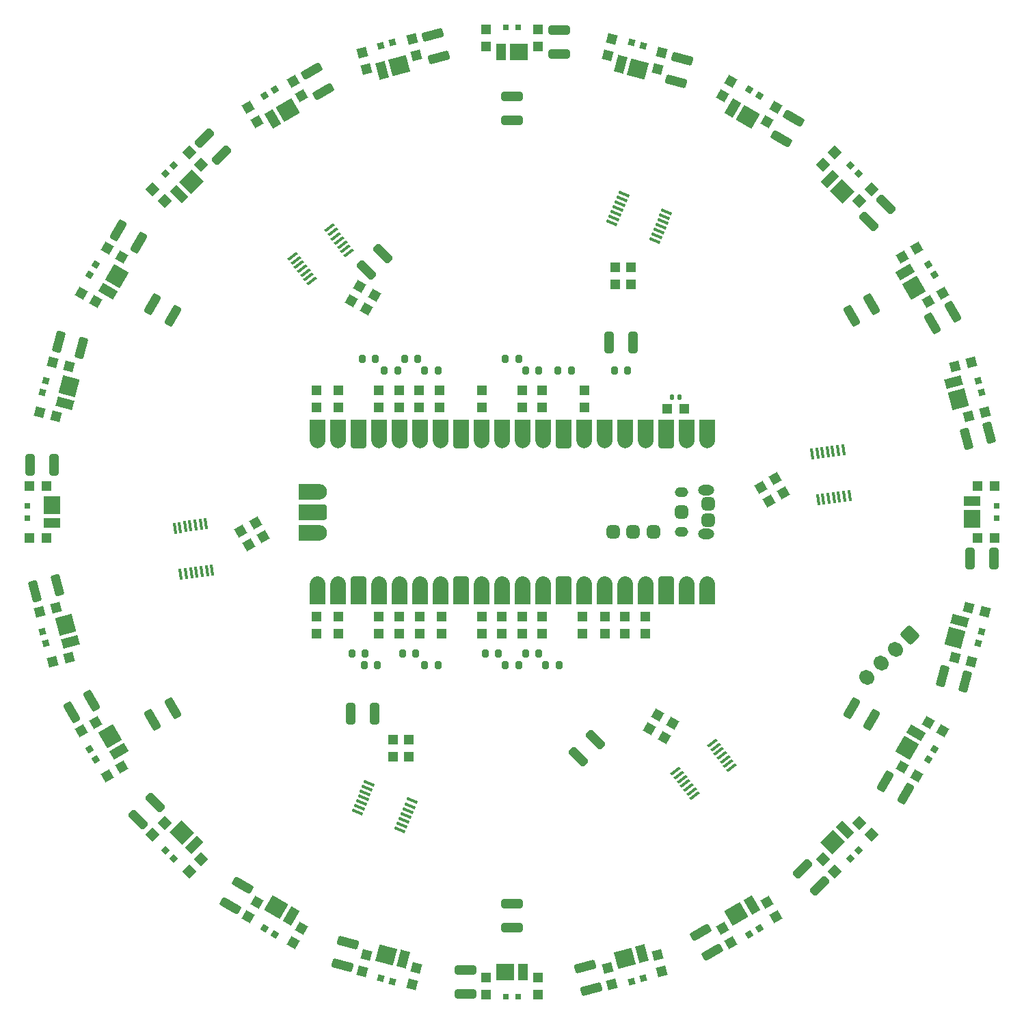
<source format=gbr>
%TF.GenerationSoftware,KiCad,Pcbnew,7.0.8*%
%TF.CreationDate,2023-11-06T14:11:06+11:00*%
%TF.ProjectId,Line 4.3,4c696e65-2034-42e3-932e-6b696361645f,rev?*%
%TF.SameCoordinates,Original*%
%TF.FileFunction,Soldermask,Bot*%
%TF.FilePolarity,Negative*%
%FSLAX46Y46*%
G04 Gerber Fmt 4.6, Leading zero omitted, Abs format (unit mm)*
G04 Created by KiCad (PCBNEW 7.0.8) date 2023-11-06 14:11:06*
%MOMM*%
%LPD*%
G01*
G04 APERTURE LIST*
G04 Aperture macros list*
%AMRoundRect*
0 Rectangle with rounded corners*
0 $1 Rounding radius*
0 $2 $3 $4 $5 $6 $7 $8 $9 X,Y pos of 4 corners*
0 Add a 4 corners polygon primitive as box body*
4,1,4,$2,$3,$4,$5,$6,$7,$8,$9,$2,$3,0*
0 Add four circle primitives for the rounded corners*
1,1,$1+$1,$2,$3*
1,1,$1+$1,$4,$5*
1,1,$1+$1,$6,$7*
1,1,$1+$1,$8,$9*
0 Add four rect primitives between the rounded corners*
20,1,$1+$1,$2,$3,$4,$5,0*
20,1,$1+$1,$4,$5,$6,$7,0*
20,1,$1+$1,$6,$7,$8,$9,0*
20,1,$1+$1,$8,$9,$2,$3,0*%
%AMHorizOval*
0 Thick line with rounded ends*
0 $1 width*
0 $2 $3 position (X,Y) of the first rounded end (center of the circle)*
0 $4 $5 position (X,Y) of the second rounded end (center of the circle)*
0 Add line between two ends*
20,1,$1,$2,$3,$4,$5,0*
0 Add two circle primitives to create the rounded ends*
1,1,$1,$2,$3*
1,1,$1,$4,$5*%
%AMRotRect*
0 Rectangle, with rotation*
0 The origin of the aperture is its center*
0 $1 length*
0 $2 width*
0 $3 Rotation angle, in degrees counterclockwise*
0 Add horizontal line*
21,1,$1,$2,0,0,$3*%
G04 Aperture macros list end*
%ADD10C,0.010000*%
%ADD11HorizOval,1.700000X-0.088388X0.088388X0.088388X-0.088388X0*%
%ADD12RoundRect,0.250000X-0.088388X0.936916X-0.936916X0.088388X0.088388X-0.936916X0.936916X-0.088388X0*%
%ADD13RotRect,0.350000X1.400000X7.500000*%
%ADD14RotRect,2.257400X2.108200X285.000000*%
%ADD15RotRect,1.190600X2.108200X285.000000*%
%ADD16R,1.200000X1.200000*%
%ADD17RotRect,0.350000X1.400000X307.500000*%
%ADD18RotRect,1.200000X1.200000X120.000000*%
%ADD19RotRect,0.800000X0.800000X345.000000*%
%ADD20R,2.257400X2.108200*%
%ADD21R,1.190600X2.108200*%
%ADD22RotRect,1.200000X1.200000X30.000000*%
%ADD23RoundRect,0.250000X-1.119251X0.023621X-0.957489X-0.580082X1.119251X-0.023621X0.957489X0.580082X0*%
%ADD24RotRect,1.200000X1.200000X165.000000*%
%ADD25RotRect,2.257400X2.108200X60.000000*%
%ADD26RotRect,1.190600X2.108200X60.000000*%
%ADD27RoundRect,0.250000X0.539169X-0.981111X0.981111X-0.539169X-0.539169X0.981111X-0.981111X0.539169X0*%
%ADD28RotRect,2.257400X2.108200X330.000000*%
%ADD29RotRect,1.190600X2.108200X330.000000*%
%ADD30RotRect,1.200000X1.200000X285.000000*%
%ADD31RoundRect,0.250000X0.774727X-0.808133X1.087227X-0.266867X-0.774727X0.808133X-1.087227X0.266867X0*%
%ADD32RotRect,1.200000X1.200000X210.000000*%
%ADD33RoundRect,0.250000X0.312500X1.075000X-0.312500X1.075000X-0.312500X-1.075000X0.312500X-1.075000X0*%
%ADD34RotRect,1.200000X1.200000X105.000000*%
%ADD35RotRect,0.800000X0.800000X15.000000*%
%ADD36RotRect,2.257400X2.108200X210.000000*%
%ADD37RotRect,1.190600X2.108200X210.000000*%
%ADD38RoundRect,0.250000X-0.539169X0.981111X-0.981111X0.539169X0.539169X-0.981111X0.981111X-0.539169X0*%
%ADD39R,0.800000X0.800000*%
%ADD40RoundRect,0.250000X1.087227X0.266867X0.774727X0.808133X-1.087227X-0.266867X-0.774727X-0.808133X0*%
%ADD41RotRect,2.257400X2.108200X300.000000*%
%ADD42RotRect,1.190600X2.108200X300.000000*%
%ADD43RotRect,1.200000X1.200000X150.000000*%
%ADD44RotRect,1.200000X1.200000X15.000000*%
%ADD45RotRect,1.200000X1.200000X195.000000*%
%ADD46RoundRect,0.250000X0.957489X-0.580082X1.119251X0.023621X-0.957489X0.580082X-1.119251X-0.023621X0*%
%ADD47RoundRect,0.250000X-1.087227X-0.266867X-0.774727X-0.808133X1.087227X0.266867X0.774727X0.808133X0*%
%ADD48RoundRect,0.200000X0.200000X0.275000X-0.200000X0.275000X-0.200000X-0.275000X0.200000X-0.275000X0*%
%ADD49RotRect,2.257400X2.108200X30.000000*%
%ADD50RotRect,1.190600X2.108200X30.000000*%
%ADD51RotRect,0.800000X0.800000X150.000000*%
%ADD52RoundRect,0.250000X-0.580082X-0.957489X0.023621X-1.119251X0.580082X0.957489X-0.023621X1.119251X0*%
%ADD53RoundRect,0.250000X-0.023621X-1.119251X0.580082X-0.957489X0.023621X1.119251X-0.580082X0.957489X0*%
%ADD54RotRect,1.200000X1.200000X225.000000*%
%ADD55RotRect,0.800000X0.800000X120.000000*%
%ADD56RoundRect,0.250000X1.119251X-0.023621X0.957489X0.580082X-1.119251X0.023621X-0.957489X-0.580082X0*%
%ADD57RotRect,2.257400X2.108200X165.000000*%
%ADD58RotRect,1.190600X2.108200X165.000000*%
%ADD59RotRect,0.800000X0.800000X195.000000*%
%ADD60RoundRect,0.250000X-0.266867X1.087227X-0.808133X0.774727X0.266867X-1.087227X0.808133X-0.774727X0*%
%ADD61RotRect,1.200000X1.200000X60.000000*%
%ADD62RotRect,1.200000X1.200000X330.000000*%
%ADD63RotRect,1.200000X1.200000X315.000000*%
%ADD64RoundRect,0.250000X0.580082X0.957489X-0.023621X1.119251X-0.580082X-0.957489X0.023621X-1.119251X0*%
%ADD65RoundRect,0.250000X0.981111X0.539169X0.539169X0.981111X-0.981111X-0.539169X-0.539169X-0.981111X0*%
%ADD66RotRect,2.257400X2.108200X150.000000*%
%ADD67RotRect,1.190600X2.108200X150.000000*%
%ADD68RotRect,0.800000X0.800000X60.000000*%
%ADD69RoundRect,0.250000X-0.981111X-0.539169X-0.539169X-0.981111X0.981111X0.539169X0.539169X0.981111X0*%
%ADD70RoundRect,0.250000X1.075000X-0.312500X1.075000X0.312500X-1.075000X0.312500X-1.075000X-0.312500X0*%
%ADD71RotRect,2.257400X2.108200X345.000000*%
%ADD72RotRect,1.190600X2.108200X345.000000*%
%ADD73RotRect,2.257400X2.108200X15.000000*%
%ADD74RotRect,1.190600X2.108200X15.000000*%
%ADD75RoundRect,0.250000X0.808133X0.774727X0.266867X1.087227X-0.808133X-0.774727X-0.266867X-1.087227X0*%
%ADD76RotRect,0.350000X1.400000X247.500000*%
%ADD77RotRect,1.200000X1.200000X345.000000*%
%ADD78RotRect,1.200000X1.200000X300.000000*%
%ADD79RotRect,2.257400X2.108200X105.000000*%
%ADD80RotRect,1.190600X2.108200X105.000000*%
%ADD81RotRect,0.800000X0.800000X330.000000*%
%ADD82RotRect,1.200000X1.200000X75.000000*%
%ADD83RoundRect,0.250000X0.266867X-1.087227X0.808133X-0.774727X-0.266867X1.087227X-0.808133X0.774727X0*%
%ADD84RotRect,2.257400X2.108200X225.000000*%
%ADD85RotRect,1.190600X2.108200X225.000000*%
%ADD86RotRect,0.800000X0.800000X135.000000*%
%ADD87RotRect,0.800000X0.800000X315.000000*%
%ADD88RotRect,2.257400X2.108200X75.000000*%
%ADD89RotRect,1.190600X2.108200X75.000000*%
%ADD90O,2.004000X1.304000*%
%ADD91O,1.654000X1.254000*%
%ADD92RoundRect,0.552000X0.300000X-0.300000X0.300000X0.300000X-0.300000X0.300000X-0.300000X-0.300000X0*%
%ADD93RoundRect,0.250000X-0.808133X-0.774727X-0.266867X-1.087227X0.808133X0.774727X0.266867X1.087227X0*%
%ADD94RotRect,2.257400X2.108200X240.000000*%
%ADD95RotRect,1.190600X2.108200X240.000000*%
%ADD96RotRect,0.350000X1.400000X127.500000*%
%ADD97RotRect,0.800000X0.800000X240.000000*%
%ADD98RotRect,1.200000X1.200000X240.000000*%
%ADD99RotRect,2.257400X2.108200X255.000000*%
%ADD100RotRect,1.190600X2.108200X255.000000*%
%ADD101R,2.108200X2.257400*%
%ADD102R,2.108200X1.190600*%
%ADD103RoundRect,0.250000X-0.312500X-1.075000X0.312500X-1.075000X0.312500X1.075000X-0.312500X1.075000X0*%
%ADD104RotRect,1.200000X1.200000X255.000000*%
%ADD105RoundRect,0.250000X-0.774727X0.808133X-1.087227X0.266867X0.774727X-0.808133X1.087227X-0.266867X0*%
%ADD106RoundRect,0.250000X-0.957489X0.580082X-1.119251X-0.023621X0.957489X-0.580082X1.119251X0.023621X0*%
%ADD107RotRect,0.800000X0.800000X30.000000*%
%ADD108RotRect,1.200000X1.200000X45.000000*%
%ADD109RotRect,1.200000X1.200000X135.000000*%
%ADD110RotRect,0.800000X0.800000X75.000000*%
%ADD111RotRect,0.800000X0.800000X300.000000*%
%ADD112RotRect,0.800000X0.800000X255.000000*%
%ADD113RotRect,0.800000X0.800000X210.000000*%
%ADD114RotRect,0.350000X1.400000X187.500000*%
%ADD115RoundRect,0.250000X-1.075000X0.312500X-1.075000X-0.312500X1.075000X-0.312500X1.075000X0.312500X0*%
%ADD116RotRect,2.257400X2.108200X120.000000*%
%ADD117RotRect,1.190600X2.108200X120.000000*%
%ADD118RotRect,0.800000X0.800000X285.000000*%
%ADD119RotRect,2.257400X2.108200X195.000000*%
%ADD120RotRect,1.190600X2.108200X195.000000*%
%ADD121RotRect,0.350000X1.400000X67.500000*%
%ADD122RotRect,2.257400X2.108200X315.000000*%
%ADD123RotRect,1.190600X2.108200X315.000000*%
%ADD124RotRect,0.800000X0.800000X225.000000*%
%ADD125RoundRect,0.250000X0.023621X1.119251X-0.580082X0.957489X-0.023621X-1.119251X0.580082X-0.957489X0*%
%ADD126RotRect,2.257400X2.108200X45.000000*%
%ADD127RotRect,1.190600X2.108200X45.000000*%
%ADD128RotRect,0.800000X0.800000X45.000000*%
%ADD129RoundRect,0.140000X-0.140000X-0.170000X0.140000X-0.170000X0.140000X0.170000X-0.140000X0.170000X0*%
%ADD130RotRect,2.257400X2.108200X135.000000*%
%ADD131RotRect,1.190600X2.108200X135.000000*%
%ADD132RotRect,0.800000X0.800000X105.000000*%
%ADD133RotRect,0.800000X0.800000X165.000000*%
G04 APERTURE END LIST*
%TO.C,U7*%
D10*
X125917000Y-157991000D02*
X125964000Y-157995000D01*
X126011000Y-158001000D01*
X126057000Y-158010000D01*
X126103000Y-158021000D01*
X126148000Y-158034000D01*
X126193000Y-158050000D01*
X126236000Y-158068000D01*
X126279000Y-158088000D01*
X126320000Y-158111000D01*
X126360000Y-158135000D01*
X126399000Y-158162000D01*
X126436000Y-158191000D01*
X126472000Y-158221000D01*
X126506000Y-158254000D01*
X126539000Y-158288000D01*
X126569000Y-158324000D01*
X126598000Y-158361000D01*
X126625000Y-158400000D01*
X126649000Y-158440000D01*
X126672000Y-158481000D01*
X126692000Y-158524000D01*
X126710000Y-158567000D01*
X126726000Y-158612000D01*
X126739000Y-158657000D01*
X126750000Y-158703000D01*
X126759000Y-158749000D01*
X126765000Y-158796000D01*
X126769000Y-158843000D01*
X126770000Y-158890000D01*
X126770000Y-161390000D01*
X124970000Y-161390000D01*
X124970000Y-158890000D01*
X124971000Y-158843000D01*
X124975000Y-158796000D01*
X124981000Y-158749000D01*
X124990000Y-158703000D01*
X125001000Y-158657000D01*
X125014000Y-158612000D01*
X125030000Y-158567000D01*
X125048000Y-158524000D01*
X125068000Y-158481000D01*
X125091000Y-158440000D01*
X125115000Y-158400000D01*
X125142000Y-158361000D01*
X125171000Y-158324000D01*
X125201000Y-158288000D01*
X125234000Y-158254000D01*
X125268000Y-158221000D01*
X125304000Y-158191000D01*
X125341000Y-158162000D01*
X125380000Y-158135000D01*
X125420000Y-158111000D01*
X125461000Y-158088000D01*
X125504000Y-158068000D01*
X125547000Y-158050000D01*
X125592000Y-158034000D01*
X125637000Y-158021000D01*
X125683000Y-158010000D01*
X125729000Y-158001000D01*
X125776000Y-157995000D01*
X125823000Y-157991000D01*
X125870000Y-157990000D01*
X125917000Y-157991000D01*
G36*
X125917000Y-157991000D02*
G01*
X125964000Y-157995000D01*
X126011000Y-158001000D01*
X126057000Y-158010000D01*
X126103000Y-158021000D01*
X126148000Y-158034000D01*
X126193000Y-158050000D01*
X126236000Y-158068000D01*
X126279000Y-158088000D01*
X126320000Y-158111000D01*
X126360000Y-158135000D01*
X126399000Y-158162000D01*
X126436000Y-158191000D01*
X126472000Y-158221000D01*
X126506000Y-158254000D01*
X126539000Y-158288000D01*
X126569000Y-158324000D01*
X126598000Y-158361000D01*
X126625000Y-158400000D01*
X126649000Y-158440000D01*
X126672000Y-158481000D01*
X126692000Y-158524000D01*
X126710000Y-158567000D01*
X126726000Y-158612000D01*
X126739000Y-158657000D01*
X126750000Y-158703000D01*
X126759000Y-158749000D01*
X126765000Y-158796000D01*
X126769000Y-158843000D01*
X126770000Y-158890000D01*
X126770000Y-161390000D01*
X124970000Y-161390000D01*
X124970000Y-158890000D01*
X124971000Y-158843000D01*
X124975000Y-158796000D01*
X124981000Y-158749000D01*
X124990000Y-158703000D01*
X125001000Y-158657000D01*
X125014000Y-158612000D01*
X125030000Y-158567000D01*
X125048000Y-158524000D01*
X125068000Y-158481000D01*
X125091000Y-158440000D01*
X125115000Y-158400000D01*
X125142000Y-158361000D01*
X125171000Y-158324000D01*
X125201000Y-158288000D01*
X125234000Y-158254000D01*
X125268000Y-158221000D01*
X125304000Y-158191000D01*
X125341000Y-158162000D01*
X125380000Y-158135000D01*
X125420000Y-158111000D01*
X125461000Y-158088000D01*
X125504000Y-158068000D01*
X125547000Y-158050000D01*
X125592000Y-158034000D01*
X125637000Y-158021000D01*
X125683000Y-158010000D01*
X125729000Y-158001000D01*
X125776000Y-157995000D01*
X125823000Y-157991000D01*
X125870000Y-157990000D01*
X125917000Y-157991000D01*
G37*
X128457000Y-157991000D02*
X128504000Y-157995000D01*
X128551000Y-158001000D01*
X128597000Y-158010000D01*
X128643000Y-158021000D01*
X128688000Y-158034000D01*
X128733000Y-158050000D01*
X128776000Y-158068000D01*
X128819000Y-158088000D01*
X128860000Y-158111000D01*
X128900000Y-158135000D01*
X128939000Y-158162000D01*
X128976000Y-158191000D01*
X129012000Y-158221000D01*
X129046000Y-158254000D01*
X129079000Y-158288000D01*
X129109000Y-158324000D01*
X129138000Y-158361000D01*
X129165000Y-158400000D01*
X129189000Y-158440000D01*
X129212000Y-158481000D01*
X129232000Y-158524000D01*
X129250000Y-158567000D01*
X129266000Y-158612000D01*
X129279000Y-158657000D01*
X129290000Y-158703000D01*
X129299000Y-158749000D01*
X129305000Y-158796000D01*
X129309000Y-158843000D01*
X129310000Y-158890000D01*
X129310000Y-161390000D01*
X127510000Y-161390000D01*
X127510000Y-158890000D01*
X127511000Y-158843000D01*
X127515000Y-158796000D01*
X127521000Y-158749000D01*
X127530000Y-158703000D01*
X127541000Y-158657000D01*
X127554000Y-158612000D01*
X127570000Y-158567000D01*
X127588000Y-158524000D01*
X127608000Y-158481000D01*
X127631000Y-158440000D01*
X127655000Y-158400000D01*
X127682000Y-158361000D01*
X127711000Y-158324000D01*
X127741000Y-158288000D01*
X127774000Y-158254000D01*
X127808000Y-158221000D01*
X127844000Y-158191000D01*
X127881000Y-158162000D01*
X127920000Y-158135000D01*
X127960000Y-158111000D01*
X128001000Y-158088000D01*
X128044000Y-158068000D01*
X128087000Y-158050000D01*
X128132000Y-158034000D01*
X128177000Y-158021000D01*
X128223000Y-158010000D01*
X128269000Y-158001000D01*
X128316000Y-157995000D01*
X128363000Y-157991000D01*
X128410000Y-157990000D01*
X128457000Y-157991000D01*
G36*
X128457000Y-157991000D02*
G01*
X128504000Y-157995000D01*
X128551000Y-158001000D01*
X128597000Y-158010000D01*
X128643000Y-158021000D01*
X128688000Y-158034000D01*
X128733000Y-158050000D01*
X128776000Y-158068000D01*
X128819000Y-158088000D01*
X128860000Y-158111000D01*
X128900000Y-158135000D01*
X128939000Y-158162000D01*
X128976000Y-158191000D01*
X129012000Y-158221000D01*
X129046000Y-158254000D01*
X129079000Y-158288000D01*
X129109000Y-158324000D01*
X129138000Y-158361000D01*
X129165000Y-158400000D01*
X129189000Y-158440000D01*
X129212000Y-158481000D01*
X129232000Y-158524000D01*
X129250000Y-158567000D01*
X129266000Y-158612000D01*
X129279000Y-158657000D01*
X129290000Y-158703000D01*
X129299000Y-158749000D01*
X129305000Y-158796000D01*
X129309000Y-158843000D01*
X129310000Y-158890000D01*
X129310000Y-161390000D01*
X127510000Y-161390000D01*
X127510000Y-158890000D01*
X127511000Y-158843000D01*
X127515000Y-158796000D01*
X127521000Y-158749000D01*
X127530000Y-158703000D01*
X127541000Y-158657000D01*
X127554000Y-158612000D01*
X127570000Y-158567000D01*
X127588000Y-158524000D01*
X127608000Y-158481000D01*
X127631000Y-158440000D01*
X127655000Y-158400000D01*
X127682000Y-158361000D01*
X127711000Y-158324000D01*
X127741000Y-158288000D01*
X127774000Y-158254000D01*
X127808000Y-158221000D01*
X127844000Y-158191000D01*
X127881000Y-158162000D01*
X127920000Y-158135000D01*
X127960000Y-158111000D01*
X128001000Y-158088000D01*
X128044000Y-158068000D01*
X128087000Y-158050000D01*
X128132000Y-158034000D01*
X128177000Y-158021000D01*
X128223000Y-158010000D01*
X128269000Y-158001000D01*
X128316000Y-157995000D01*
X128363000Y-157991000D01*
X128410000Y-157990000D01*
X128457000Y-157991000D01*
G37*
X133537000Y-157991000D02*
X133584000Y-157995000D01*
X133631000Y-158001000D01*
X133677000Y-158010000D01*
X133723000Y-158021000D01*
X133768000Y-158034000D01*
X133813000Y-158050000D01*
X133856000Y-158068000D01*
X133899000Y-158088000D01*
X133940000Y-158111000D01*
X133980000Y-158135000D01*
X134019000Y-158162000D01*
X134056000Y-158191000D01*
X134092000Y-158221000D01*
X134126000Y-158254000D01*
X134159000Y-158288000D01*
X134189000Y-158324000D01*
X134218000Y-158361000D01*
X134245000Y-158400000D01*
X134269000Y-158440000D01*
X134292000Y-158481000D01*
X134312000Y-158524000D01*
X134330000Y-158567000D01*
X134346000Y-158612000D01*
X134359000Y-158657000D01*
X134370000Y-158703000D01*
X134379000Y-158749000D01*
X134385000Y-158796000D01*
X134389000Y-158843000D01*
X134390000Y-158890000D01*
X134390000Y-161390000D01*
X132590000Y-161390000D01*
X132590000Y-158890000D01*
X132591000Y-158843000D01*
X132595000Y-158796000D01*
X132601000Y-158749000D01*
X132610000Y-158703000D01*
X132621000Y-158657000D01*
X132634000Y-158612000D01*
X132650000Y-158567000D01*
X132668000Y-158524000D01*
X132688000Y-158481000D01*
X132711000Y-158440000D01*
X132735000Y-158400000D01*
X132762000Y-158361000D01*
X132791000Y-158324000D01*
X132821000Y-158288000D01*
X132854000Y-158254000D01*
X132888000Y-158221000D01*
X132924000Y-158191000D01*
X132961000Y-158162000D01*
X133000000Y-158135000D01*
X133040000Y-158111000D01*
X133081000Y-158088000D01*
X133124000Y-158068000D01*
X133167000Y-158050000D01*
X133212000Y-158034000D01*
X133257000Y-158021000D01*
X133303000Y-158010000D01*
X133349000Y-158001000D01*
X133396000Y-157995000D01*
X133443000Y-157991000D01*
X133490000Y-157990000D01*
X133537000Y-157991000D01*
G36*
X133537000Y-157991000D02*
G01*
X133584000Y-157995000D01*
X133631000Y-158001000D01*
X133677000Y-158010000D01*
X133723000Y-158021000D01*
X133768000Y-158034000D01*
X133813000Y-158050000D01*
X133856000Y-158068000D01*
X133899000Y-158088000D01*
X133940000Y-158111000D01*
X133980000Y-158135000D01*
X134019000Y-158162000D01*
X134056000Y-158191000D01*
X134092000Y-158221000D01*
X134126000Y-158254000D01*
X134159000Y-158288000D01*
X134189000Y-158324000D01*
X134218000Y-158361000D01*
X134245000Y-158400000D01*
X134269000Y-158440000D01*
X134292000Y-158481000D01*
X134312000Y-158524000D01*
X134330000Y-158567000D01*
X134346000Y-158612000D01*
X134359000Y-158657000D01*
X134370000Y-158703000D01*
X134379000Y-158749000D01*
X134385000Y-158796000D01*
X134389000Y-158843000D01*
X134390000Y-158890000D01*
X134390000Y-161390000D01*
X132590000Y-161390000D01*
X132590000Y-158890000D01*
X132591000Y-158843000D01*
X132595000Y-158796000D01*
X132601000Y-158749000D01*
X132610000Y-158703000D01*
X132621000Y-158657000D01*
X132634000Y-158612000D01*
X132650000Y-158567000D01*
X132668000Y-158524000D01*
X132688000Y-158481000D01*
X132711000Y-158440000D01*
X132735000Y-158400000D01*
X132762000Y-158361000D01*
X132791000Y-158324000D01*
X132821000Y-158288000D01*
X132854000Y-158254000D01*
X132888000Y-158221000D01*
X132924000Y-158191000D01*
X132961000Y-158162000D01*
X133000000Y-158135000D01*
X133040000Y-158111000D01*
X133081000Y-158088000D01*
X133124000Y-158068000D01*
X133167000Y-158050000D01*
X133212000Y-158034000D01*
X133257000Y-158021000D01*
X133303000Y-158010000D01*
X133349000Y-158001000D01*
X133396000Y-157995000D01*
X133443000Y-157991000D01*
X133490000Y-157990000D01*
X133537000Y-157991000D01*
G37*
X136077000Y-157991000D02*
X136124000Y-157995000D01*
X136171000Y-158001000D01*
X136217000Y-158010000D01*
X136263000Y-158021000D01*
X136308000Y-158034000D01*
X136353000Y-158050000D01*
X136396000Y-158068000D01*
X136439000Y-158088000D01*
X136480000Y-158111000D01*
X136520000Y-158135000D01*
X136559000Y-158162000D01*
X136596000Y-158191000D01*
X136632000Y-158221000D01*
X136666000Y-158254000D01*
X136699000Y-158288000D01*
X136729000Y-158324000D01*
X136758000Y-158361000D01*
X136785000Y-158400000D01*
X136809000Y-158440000D01*
X136832000Y-158481000D01*
X136852000Y-158524000D01*
X136870000Y-158567000D01*
X136886000Y-158612000D01*
X136899000Y-158657000D01*
X136910000Y-158703000D01*
X136919000Y-158749000D01*
X136925000Y-158796000D01*
X136929000Y-158843000D01*
X136930000Y-158890000D01*
X136930000Y-161390000D01*
X135130000Y-161390000D01*
X135130000Y-158890000D01*
X135131000Y-158843000D01*
X135135000Y-158796000D01*
X135141000Y-158749000D01*
X135150000Y-158703000D01*
X135161000Y-158657000D01*
X135174000Y-158612000D01*
X135190000Y-158567000D01*
X135208000Y-158524000D01*
X135228000Y-158481000D01*
X135251000Y-158440000D01*
X135275000Y-158400000D01*
X135302000Y-158361000D01*
X135331000Y-158324000D01*
X135361000Y-158288000D01*
X135394000Y-158254000D01*
X135428000Y-158221000D01*
X135464000Y-158191000D01*
X135501000Y-158162000D01*
X135540000Y-158135000D01*
X135580000Y-158111000D01*
X135621000Y-158088000D01*
X135664000Y-158068000D01*
X135707000Y-158050000D01*
X135752000Y-158034000D01*
X135797000Y-158021000D01*
X135843000Y-158010000D01*
X135889000Y-158001000D01*
X135936000Y-157995000D01*
X135983000Y-157991000D01*
X136030000Y-157990000D01*
X136077000Y-157991000D01*
G36*
X136077000Y-157991000D02*
G01*
X136124000Y-157995000D01*
X136171000Y-158001000D01*
X136217000Y-158010000D01*
X136263000Y-158021000D01*
X136308000Y-158034000D01*
X136353000Y-158050000D01*
X136396000Y-158068000D01*
X136439000Y-158088000D01*
X136480000Y-158111000D01*
X136520000Y-158135000D01*
X136559000Y-158162000D01*
X136596000Y-158191000D01*
X136632000Y-158221000D01*
X136666000Y-158254000D01*
X136699000Y-158288000D01*
X136729000Y-158324000D01*
X136758000Y-158361000D01*
X136785000Y-158400000D01*
X136809000Y-158440000D01*
X136832000Y-158481000D01*
X136852000Y-158524000D01*
X136870000Y-158567000D01*
X136886000Y-158612000D01*
X136899000Y-158657000D01*
X136910000Y-158703000D01*
X136919000Y-158749000D01*
X136925000Y-158796000D01*
X136929000Y-158843000D01*
X136930000Y-158890000D01*
X136930000Y-161390000D01*
X135130000Y-161390000D01*
X135130000Y-158890000D01*
X135131000Y-158843000D01*
X135135000Y-158796000D01*
X135141000Y-158749000D01*
X135150000Y-158703000D01*
X135161000Y-158657000D01*
X135174000Y-158612000D01*
X135190000Y-158567000D01*
X135208000Y-158524000D01*
X135228000Y-158481000D01*
X135251000Y-158440000D01*
X135275000Y-158400000D01*
X135302000Y-158361000D01*
X135331000Y-158324000D01*
X135361000Y-158288000D01*
X135394000Y-158254000D01*
X135428000Y-158221000D01*
X135464000Y-158191000D01*
X135501000Y-158162000D01*
X135540000Y-158135000D01*
X135580000Y-158111000D01*
X135621000Y-158088000D01*
X135664000Y-158068000D01*
X135707000Y-158050000D01*
X135752000Y-158034000D01*
X135797000Y-158021000D01*
X135843000Y-158010000D01*
X135889000Y-158001000D01*
X135936000Y-157995000D01*
X135983000Y-157991000D01*
X136030000Y-157990000D01*
X136077000Y-157991000D01*
G37*
X138617000Y-157991000D02*
X138664000Y-157995000D01*
X138711000Y-158001000D01*
X138757000Y-158010000D01*
X138803000Y-158021000D01*
X138848000Y-158034000D01*
X138893000Y-158050000D01*
X138936000Y-158068000D01*
X138979000Y-158088000D01*
X139020000Y-158111000D01*
X139060000Y-158135000D01*
X139099000Y-158162000D01*
X139136000Y-158191000D01*
X139172000Y-158221000D01*
X139206000Y-158254000D01*
X139239000Y-158288000D01*
X139269000Y-158324000D01*
X139298000Y-158361000D01*
X139325000Y-158400000D01*
X139349000Y-158440000D01*
X139372000Y-158481000D01*
X139392000Y-158524000D01*
X139410000Y-158567000D01*
X139426000Y-158612000D01*
X139439000Y-158657000D01*
X139450000Y-158703000D01*
X139459000Y-158749000D01*
X139465000Y-158796000D01*
X139469000Y-158843000D01*
X139470000Y-158890000D01*
X139470000Y-161390000D01*
X137670000Y-161390000D01*
X137670000Y-158890000D01*
X137671000Y-158843000D01*
X137675000Y-158796000D01*
X137681000Y-158749000D01*
X137690000Y-158703000D01*
X137701000Y-158657000D01*
X137714000Y-158612000D01*
X137730000Y-158567000D01*
X137748000Y-158524000D01*
X137768000Y-158481000D01*
X137791000Y-158440000D01*
X137815000Y-158400000D01*
X137842000Y-158361000D01*
X137871000Y-158324000D01*
X137901000Y-158288000D01*
X137934000Y-158254000D01*
X137968000Y-158221000D01*
X138004000Y-158191000D01*
X138041000Y-158162000D01*
X138080000Y-158135000D01*
X138120000Y-158111000D01*
X138161000Y-158088000D01*
X138204000Y-158068000D01*
X138247000Y-158050000D01*
X138292000Y-158034000D01*
X138337000Y-158021000D01*
X138383000Y-158010000D01*
X138429000Y-158001000D01*
X138476000Y-157995000D01*
X138523000Y-157991000D01*
X138570000Y-157990000D01*
X138617000Y-157991000D01*
G36*
X138617000Y-157991000D02*
G01*
X138664000Y-157995000D01*
X138711000Y-158001000D01*
X138757000Y-158010000D01*
X138803000Y-158021000D01*
X138848000Y-158034000D01*
X138893000Y-158050000D01*
X138936000Y-158068000D01*
X138979000Y-158088000D01*
X139020000Y-158111000D01*
X139060000Y-158135000D01*
X139099000Y-158162000D01*
X139136000Y-158191000D01*
X139172000Y-158221000D01*
X139206000Y-158254000D01*
X139239000Y-158288000D01*
X139269000Y-158324000D01*
X139298000Y-158361000D01*
X139325000Y-158400000D01*
X139349000Y-158440000D01*
X139372000Y-158481000D01*
X139392000Y-158524000D01*
X139410000Y-158567000D01*
X139426000Y-158612000D01*
X139439000Y-158657000D01*
X139450000Y-158703000D01*
X139459000Y-158749000D01*
X139465000Y-158796000D01*
X139469000Y-158843000D01*
X139470000Y-158890000D01*
X139470000Y-161390000D01*
X137670000Y-161390000D01*
X137670000Y-158890000D01*
X137671000Y-158843000D01*
X137675000Y-158796000D01*
X137681000Y-158749000D01*
X137690000Y-158703000D01*
X137701000Y-158657000D01*
X137714000Y-158612000D01*
X137730000Y-158567000D01*
X137748000Y-158524000D01*
X137768000Y-158481000D01*
X137791000Y-158440000D01*
X137815000Y-158400000D01*
X137842000Y-158361000D01*
X137871000Y-158324000D01*
X137901000Y-158288000D01*
X137934000Y-158254000D01*
X137968000Y-158221000D01*
X138004000Y-158191000D01*
X138041000Y-158162000D01*
X138080000Y-158135000D01*
X138120000Y-158111000D01*
X138161000Y-158088000D01*
X138204000Y-158068000D01*
X138247000Y-158050000D01*
X138292000Y-158034000D01*
X138337000Y-158021000D01*
X138383000Y-158010000D01*
X138429000Y-158001000D01*
X138476000Y-157995000D01*
X138523000Y-157991000D01*
X138570000Y-157990000D01*
X138617000Y-157991000D01*
G37*
X141157000Y-157991000D02*
X141204000Y-157995000D01*
X141251000Y-158001000D01*
X141297000Y-158010000D01*
X141343000Y-158021000D01*
X141388000Y-158034000D01*
X141433000Y-158050000D01*
X141476000Y-158068000D01*
X141519000Y-158088000D01*
X141560000Y-158111000D01*
X141600000Y-158135000D01*
X141639000Y-158162000D01*
X141676000Y-158191000D01*
X141712000Y-158221000D01*
X141746000Y-158254000D01*
X141779000Y-158288000D01*
X141809000Y-158324000D01*
X141838000Y-158361000D01*
X141865000Y-158400000D01*
X141889000Y-158440000D01*
X141912000Y-158481000D01*
X141932000Y-158524000D01*
X141950000Y-158567000D01*
X141966000Y-158612000D01*
X141979000Y-158657000D01*
X141990000Y-158703000D01*
X141999000Y-158749000D01*
X142005000Y-158796000D01*
X142009000Y-158843000D01*
X142010000Y-158890000D01*
X142010000Y-161390000D01*
X140210000Y-161390000D01*
X140210000Y-158890000D01*
X140211000Y-158843000D01*
X140215000Y-158796000D01*
X140221000Y-158749000D01*
X140230000Y-158703000D01*
X140241000Y-158657000D01*
X140254000Y-158612000D01*
X140270000Y-158567000D01*
X140288000Y-158524000D01*
X140308000Y-158481000D01*
X140331000Y-158440000D01*
X140355000Y-158400000D01*
X140382000Y-158361000D01*
X140411000Y-158324000D01*
X140441000Y-158288000D01*
X140474000Y-158254000D01*
X140508000Y-158221000D01*
X140544000Y-158191000D01*
X140581000Y-158162000D01*
X140620000Y-158135000D01*
X140660000Y-158111000D01*
X140701000Y-158088000D01*
X140744000Y-158068000D01*
X140787000Y-158050000D01*
X140832000Y-158034000D01*
X140877000Y-158021000D01*
X140923000Y-158010000D01*
X140969000Y-158001000D01*
X141016000Y-157995000D01*
X141063000Y-157991000D01*
X141110000Y-157990000D01*
X141157000Y-157991000D01*
G36*
X141157000Y-157991000D02*
G01*
X141204000Y-157995000D01*
X141251000Y-158001000D01*
X141297000Y-158010000D01*
X141343000Y-158021000D01*
X141388000Y-158034000D01*
X141433000Y-158050000D01*
X141476000Y-158068000D01*
X141519000Y-158088000D01*
X141560000Y-158111000D01*
X141600000Y-158135000D01*
X141639000Y-158162000D01*
X141676000Y-158191000D01*
X141712000Y-158221000D01*
X141746000Y-158254000D01*
X141779000Y-158288000D01*
X141809000Y-158324000D01*
X141838000Y-158361000D01*
X141865000Y-158400000D01*
X141889000Y-158440000D01*
X141912000Y-158481000D01*
X141932000Y-158524000D01*
X141950000Y-158567000D01*
X141966000Y-158612000D01*
X141979000Y-158657000D01*
X141990000Y-158703000D01*
X141999000Y-158749000D01*
X142005000Y-158796000D01*
X142009000Y-158843000D01*
X142010000Y-158890000D01*
X142010000Y-161390000D01*
X140210000Y-161390000D01*
X140210000Y-158890000D01*
X140211000Y-158843000D01*
X140215000Y-158796000D01*
X140221000Y-158749000D01*
X140230000Y-158703000D01*
X140241000Y-158657000D01*
X140254000Y-158612000D01*
X140270000Y-158567000D01*
X140288000Y-158524000D01*
X140308000Y-158481000D01*
X140331000Y-158440000D01*
X140355000Y-158400000D01*
X140382000Y-158361000D01*
X140411000Y-158324000D01*
X140441000Y-158288000D01*
X140474000Y-158254000D01*
X140508000Y-158221000D01*
X140544000Y-158191000D01*
X140581000Y-158162000D01*
X140620000Y-158135000D01*
X140660000Y-158111000D01*
X140701000Y-158088000D01*
X140744000Y-158068000D01*
X140787000Y-158050000D01*
X140832000Y-158034000D01*
X140877000Y-158021000D01*
X140923000Y-158010000D01*
X140969000Y-158001000D01*
X141016000Y-157995000D01*
X141063000Y-157991000D01*
X141110000Y-157990000D01*
X141157000Y-157991000D01*
G37*
X146237000Y-157991000D02*
X146284000Y-157995000D01*
X146331000Y-158001000D01*
X146377000Y-158010000D01*
X146423000Y-158021000D01*
X146468000Y-158034000D01*
X146513000Y-158050000D01*
X146556000Y-158068000D01*
X146599000Y-158088000D01*
X146640000Y-158111000D01*
X146680000Y-158135000D01*
X146719000Y-158162000D01*
X146756000Y-158191000D01*
X146792000Y-158221000D01*
X146826000Y-158254000D01*
X146859000Y-158288000D01*
X146889000Y-158324000D01*
X146918000Y-158361000D01*
X146945000Y-158400000D01*
X146969000Y-158440000D01*
X146992000Y-158481000D01*
X147012000Y-158524000D01*
X147030000Y-158567000D01*
X147046000Y-158612000D01*
X147059000Y-158657000D01*
X147070000Y-158703000D01*
X147079000Y-158749000D01*
X147085000Y-158796000D01*
X147089000Y-158843000D01*
X147090000Y-158890000D01*
X147090000Y-161390000D01*
X145290000Y-161390000D01*
X145290000Y-158890000D01*
X145291000Y-158843000D01*
X145295000Y-158796000D01*
X145301000Y-158749000D01*
X145310000Y-158703000D01*
X145321000Y-158657000D01*
X145334000Y-158612000D01*
X145350000Y-158567000D01*
X145368000Y-158524000D01*
X145388000Y-158481000D01*
X145411000Y-158440000D01*
X145435000Y-158400000D01*
X145462000Y-158361000D01*
X145491000Y-158324000D01*
X145521000Y-158288000D01*
X145554000Y-158254000D01*
X145588000Y-158221000D01*
X145624000Y-158191000D01*
X145661000Y-158162000D01*
X145700000Y-158135000D01*
X145740000Y-158111000D01*
X145781000Y-158088000D01*
X145824000Y-158068000D01*
X145867000Y-158050000D01*
X145912000Y-158034000D01*
X145957000Y-158021000D01*
X146003000Y-158010000D01*
X146049000Y-158001000D01*
X146096000Y-157995000D01*
X146143000Y-157991000D01*
X146190000Y-157990000D01*
X146237000Y-157991000D01*
G36*
X146237000Y-157991000D02*
G01*
X146284000Y-157995000D01*
X146331000Y-158001000D01*
X146377000Y-158010000D01*
X146423000Y-158021000D01*
X146468000Y-158034000D01*
X146513000Y-158050000D01*
X146556000Y-158068000D01*
X146599000Y-158088000D01*
X146640000Y-158111000D01*
X146680000Y-158135000D01*
X146719000Y-158162000D01*
X146756000Y-158191000D01*
X146792000Y-158221000D01*
X146826000Y-158254000D01*
X146859000Y-158288000D01*
X146889000Y-158324000D01*
X146918000Y-158361000D01*
X146945000Y-158400000D01*
X146969000Y-158440000D01*
X146992000Y-158481000D01*
X147012000Y-158524000D01*
X147030000Y-158567000D01*
X147046000Y-158612000D01*
X147059000Y-158657000D01*
X147070000Y-158703000D01*
X147079000Y-158749000D01*
X147085000Y-158796000D01*
X147089000Y-158843000D01*
X147090000Y-158890000D01*
X147090000Y-161390000D01*
X145290000Y-161390000D01*
X145290000Y-158890000D01*
X145291000Y-158843000D01*
X145295000Y-158796000D01*
X145301000Y-158749000D01*
X145310000Y-158703000D01*
X145321000Y-158657000D01*
X145334000Y-158612000D01*
X145350000Y-158567000D01*
X145368000Y-158524000D01*
X145388000Y-158481000D01*
X145411000Y-158440000D01*
X145435000Y-158400000D01*
X145462000Y-158361000D01*
X145491000Y-158324000D01*
X145521000Y-158288000D01*
X145554000Y-158254000D01*
X145588000Y-158221000D01*
X145624000Y-158191000D01*
X145661000Y-158162000D01*
X145700000Y-158135000D01*
X145740000Y-158111000D01*
X145781000Y-158088000D01*
X145824000Y-158068000D01*
X145867000Y-158050000D01*
X145912000Y-158034000D01*
X145957000Y-158021000D01*
X146003000Y-158010000D01*
X146049000Y-158001000D01*
X146096000Y-157995000D01*
X146143000Y-157991000D01*
X146190000Y-157990000D01*
X146237000Y-157991000D01*
G37*
X148777000Y-157991000D02*
X148824000Y-157995000D01*
X148871000Y-158001000D01*
X148917000Y-158010000D01*
X148963000Y-158021000D01*
X149008000Y-158034000D01*
X149053000Y-158050000D01*
X149096000Y-158068000D01*
X149139000Y-158088000D01*
X149180000Y-158111000D01*
X149220000Y-158135000D01*
X149259000Y-158162000D01*
X149296000Y-158191000D01*
X149332000Y-158221000D01*
X149366000Y-158254000D01*
X149399000Y-158288000D01*
X149429000Y-158324000D01*
X149458000Y-158361000D01*
X149485000Y-158400000D01*
X149509000Y-158440000D01*
X149532000Y-158481000D01*
X149552000Y-158524000D01*
X149570000Y-158567000D01*
X149586000Y-158612000D01*
X149599000Y-158657000D01*
X149610000Y-158703000D01*
X149619000Y-158749000D01*
X149625000Y-158796000D01*
X149629000Y-158843000D01*
X149630000Y-158890000D01*
X149630000Y-161390000D01*
X147830000Y-161390000D01*
X147830000Y-158890000D01*
X147831000Y-158843000D01*
X147835000Y-158796000D01*
X147841000Y-158749000D01*
X147850000Y-158703000D01*
X147861000Y-158657000D01*
X147874000Y-158612000D01*
X147890000Y-158567000D01*
X147908000Y-158524000D01*
X147928000Y-158481000D01*
X147951000Y-158440000D01*
X147975000Y-158400000D01*
X148002000Y-158361000D01*
X148031000Y-158324000D01*
X148061000Y-158288000D01*
X148094000Y-158254000D01*
X148128000Y-158221000D01*
X148164000Y-158191000D01*
X148201000Y-158162000D01*
X148240000Y-158135000D01*
X148280000Y-158111000D01*
X148321000Y-158088000D01*
X148364000Y-158068000D01*
X148407000Y-158050000D01*
X148452000Y-158034000D01*
X148497000Y-158021000D01*
X148543000Y-158010000D01*
X148589000Y-158001000D01*
X148636000Y-157995000D01*
X148683000Y-157991000D01*
X148730000Y-157990000D01*
X148777000Y-157991000D01*
G36*
X148777000Y-157991000D02*
G01*
X148824000Y-157995000D01*
X148871000Y-158001000D01*
X148917000Y-158010000D01*
X148963000Y-158021000D01*
X149008000Y-158034000D01*
X149053000Y-158050000D01*
X149096000Y-158068000D01*
X149139000Y-158088000D01*
X149180000Y-158111000D01*
X149220000Y-158135000D01*
X149259000Y-158162000D01*
X149296000Y-158191000D01*
X149332000Y-158221000D01*
X149366000Y-158254000D01*
X149399000Y-158288000D01*
X149429000Y-158324000D01*
X149458000Y-158361000D01*
X149485000Y-158400000D01*
X149509000Y-158440000D01*
X149532000Y-158481000D01*
X149552000Y-158524000D01*
X149570000Y-158567000D01*
X149586000Y-158612000D01*
X149599000Y-158657000D01*
X149610000Y-158703000D01*
X149619000Y-158749000D01*
X149625000Y-158796000D01*
X149629000Y-158843000D01*
X149630000Y-158890000D01*
X149630000Y-161390000D01*
X147830000Y-161390000D01*
X147830000Y-158890000D01*
X147831000Y-158843000D01*
X147835000Y-158796000D01*
X147841000Y-158749000D01*
X147850000Y-158703000D01*
X147861000Y-158657000D01*
X147874000Y-158612000D01*
X147890000Y-158567000D01*
X147908000Y-158524000D01*
X147928000Y-158481000D01*
X147951000Y-158440000D01*
X147975000Y-158400000D01*
X148002000Y-158361000D01*
X148031000Y-158324000D01*
X148061000Y-158288000D01*
X148094000Y-158254000D01*
X148128000Y-158221000D01*
X148164000Y-158191000D01*
X148201000Y-158162000D01*
X148240000Y-158135000D01*
X148280000Y-158111000D01*
X148321000Y-158088000D01*
X148364000Y-158068000D01*
X148407000Y-158050000D01*
X148452000Y-158034000D01*
X148497000Y-158021000D01*
X148543000Y-158010000D01*
X148589000Y-158001000D01*
X148636000Y-157995000D01*
X148683000Y-157991000D01*
X148730000Y-157990000D01*
X148777000Y-157991000D01*
G37*
X151317000Y-157991000D02*
X151364000Y-157995000D01*
X151411000Y-158001000D01*
X151457000Y-158010000D01*
X151503000Y-158021000D01*
X151548000Y-158034000D01*
X151593000Y-158050000D01*
X151636000Y-158068000D01*
X151679000Y-158088000D01*
X151720000Y-158111000D01*
X151760000Y-158135000D01*
X151799000Y-158162000D01*
X151836000Y-158191000D01*
X151872000Y-158221000D01*
X151906000Y-158254000D01*
X151939000Y-158288000D01*
X151969000Y-158324000D01*
X151998000Y-158361000D01*
X152025000Y-158400000D01*
X152049000Y-158440000D01*
X152072000Y-158481000D01*
X152092000Y-158524000D01*
X152110000Y-158567000D01*
X152126000Y-158612000D01*
X152139000Y-158657000D01*
X152150000Y-158703000D01*
X152159000Y-158749000D01*
X152165000Y-158796000D01*
X152169000Y-158843000D01*
X152170000Y-158890000D01*
X152170000Y-161390000D01*
X150370000Y-161390000D01*
X150370000Y-158890000D01*
X150371000Y-158843000D01*
X150375000Y-158796000D01*
X150381000Y-158749000D01*
X150390000Y-158703000D01*
X150401000Y-158657000D01*
X150414000Y-158612000D01*
X150430000Y-158567000D01*
X150448000Y-158524000D01*
X150468000Y-158481000D01*
X150491000Y-158440000D01*
X150515000Y-158400000D01*
X150542000Y-158361000D01*
X150571000Y-158324000D01*
X150601000Y-158288000D01*
X150634000Y-158254000D01*
X150668000Y-158221000D01*
X150704000Y-158191000D01*
X150741000Y-158162000D01*
X150780000Y-158135000D01*
X150820000Y-158111000D01*
X150861000Y-158088000D01*
X150904000Y-158068000D01*
X150947000Y-158050000D01*
X150992000Y-158034000D01*
X151037000Y-158021000D01*
X151083000Y-158010000D01*
X151129000Y-158001000D01*
X151176000Y-157995000D01*
X151223000Y-157991000D01*
X151270000Y-157990000D01*
X151317000Y-157991000D01*
G36*
X151317000Y-157991000D02*
G01*
X151364000Y-157995000D01*
X151411000Y-158001000D01*
X151457000Y-158010000D01*
X151503000Y-158021000D01*
X151548000Y-158034000D01*
X151593000Y-158050000D01*
X151636000Y-158068000D01*
X151679000Y-158088000D01*
X151720000Y-158111000D01*
X151760000Y-158135000D01*
X151799000Y-158162000D01*
X151836000Y-158191000D01*
X151872000Y-158221000D01*
X151906000Y-158254000D01*
X151939000Y-158288000D01*
X151969000Y-158324000D01*
X151998000Y-158361000D01*
X152025000Y-158400000D01*
X152049000Y-158440000D01*
X152072000Y-158481000D01*
X152092000Y-158524000D01*
X152110000Y-158567000D01*
X152126000Y-158612000D01*
X152139000Y-158657000D01*
X152150000Y-158703000D01*
X152159000Y-158749000D01*
X152165000Y-158796000D01*
X152169000Y-158843000D01*
X152170000Y-158890000D01*
X152170000Y-161390000D01*
X150370000Y-161390000D01*
X150370000Y-158890000D01*
X150371000Y-158843000D01*
X150375000Y-158796000D01*
X150381000Y-158749000D01*
X150390000Y-158703000D01*
X150401000Y-158657000D01*
X150414000Y-158612000D01*
X150430000Y-158567000D01*
X150448000Y-158524000D01*
X150468000Y-158481000D01*
X150491000Y-158440000D01*
X150515000Y-158400000D01*
X150542000Y-158361000D01*
X150571000Y-158324000D01*
X150601000Y-158288000D01*
X150634000Y-158254000D01*
X150668000Y-158221000D01*
X150704000Y-158191000D01*
X150741000Y-158162000D01*
X150780000Y-158135000D01*
X150820000Y-158111000D01*
X150861000Y-158088000D01*
X150904000Y-158068000D01*
X150947000Y-158050000D01*
X150992000Y-158034000D01*
X151037000Y-158021000D01*
X151083000Y-158010000D01*
X151129000Y-158001000D01*
X151176000Y-157995000D01*
X151223000Y-157991000D01*
X151270000Y-157990000D01*
X151317000Y-157991000D01*
G37*
X153857000Y-157991000D02*
X153904000Y-157995000D01*
X153951000Y-158001000D01*
X153997000Y-158010000D01*
X154043000Y-158021000D01*
X154088000Y-158034000D01*
X154133000Y-158050000D01*
X154176000Y-158068000D01*
X154219000Y-158088000D01*
X154260000Y-158111000D01*
X154300000Y-158135000D01*
X154339000Y-158162000D01*
X154376000Y-158191000D01*
X154412000Y-158221000D01*
X154446000Y-158254000D01*
X154479000Y-158288000D01*
X154509000Y-158324000D01*
X154538000Y-158361000D01*
X154565000Y-158400000D01*
X154589000Y-158440000D01*
X154612000Y-158481000D01*
X154632000Y-158524000D01*
X154650000Y-158567000D01*
X154666000Y-158612000D01*
X154679000Y-158657000D01*
X154690000Y-158703000D01*
X154699000Y-158749000D01*
X154705000Y-158796000D01*
X154709000Y-158843000D01*
X154710000Y-158890000D01*
X154710000Y-161390000D01*
X152910000Y-161390000D01*
X152910000Y-158890000D01*
X152911000Y-158843000D01*
X152915000Y-158796000D01*
X152921000Y-158749000D01*
X152930000Y-158703000D01*
X152941000Y-158657000D01*
X152954000Y-158612000D01*
X152970000Y-158567000D01*
X152988000Y-158524000D01*
X153008000Y-158481000D01*
X153031000Y-158440000D01*
X153055000Y-158400000D01*
X153082000Y-158361000D01*
X153111000Y-158324000D01*
X153141000Y-158288000D01*
X153174000Y-158254000D01*
X153208000Y-158221000D01*
X153244000Y-158191000D01*
X153281000Y-158162000D01*
X153320000Y-158135000D01*
X153360000Y-158111000D01*
X153401000Y-158088000D01*
X153444000Y-158068000D01*
X153487000Y-158050000D01*
X153532000Y-158034000D01*
X153577000Y-158021000D01*
X153623000Y-158010000D01*
X153669000Y-158001000D01*
X153716000Y-157995000D01*
X153763000Y-157991000D01*
X153810000Y-157990000D01*
X153857000Y-157991000D01*
G36*
X153857000Y-157991000D02*
G01*
X153904000Y-157995000D01*
X153951000Y-158001000D01*
X153997000Y-158010000D01*
X154043000Y-158021000D01*
X154088000Y-158034000D01*
X154133000Y-158050000D01*
X154176000Y-158068000D01*
X154219000Y-158088000D01*
X154260000Y-158111000D01*
X154300000Y-158135000D01*
X154339000Y-158162000D01*
X154376000Y-158191000D01*
X154412000Y-158221000D01*
X154446000Y-158254000D01*
X154479000Y-158288000D01*
X154509000Y-158324000D01*
X154538000Y-158361000D01*
X154565000Y-158400000D01*
X154589000Y-158440000D01*
X154612000Y-158481000D01*
X154632000Y-158524000D01*
X154650000Y-158567000D01*
X154666000Y-158612000D01*
X154679000Y-158657000D01*
X154690000Y-158703000D01*
X154699000Y-158749000D01*
X154705000Y-158796000D01*
X154709000Y-158843000D01*
X154710000Y-158890000D01*
X154710000Y-161390000D01*
X152910000Y-161390000D01*
X152910000Y-158890000D01*
X152911000Y-158843000D01*
X152915000Y-158796000D01*
X152921000Y-158749000D01*
X152930000Y-158703000D01*
X152941000Y-158657000D01*
X152954000Y-158612000D01*
X152970000Y-158567000D01*
X152988000Y-158524000D01*
X153008000Y-158481000D01*
X153031000Y-158440000D01*
X153055000Y-158400000D01*
X153082000Y-158361000D01*
X153111000Y-158324000D01*
X153141000Y-158288000D01*
X153174000Y-158254000D01*
X153208000Y-158221000D01*
X153244000Y-158191000D01*
X153281000Y-158162000D01*
X153320000Y-158135000D01*
X153360000Y-158111000D01*
X153401000Y-158088000D01*
X153444000Y-158068000D01*
X153487000Y-158050000D01*
X153532000Y-158034000D01*
X153577000Y-158021000D01*
X153623000Y-158010000D01*
X153669000Y-158001000D01*
X153716000Y-157995000D01*
X153763000Y-157991000D01*
X153810000Y-157990000D01*
X153857000Y-157991000D01*
G37*
X158937000Y-157991000D02*
X158984000Y-157995000D01*
X159031000Y-158001000D01*
X159077000Y-158010000D01*
X159123000Y-158021000D01*
X159168000Y-158034000D01*
X159213000Y-158050000D01*
X159256000Y-158068000D01*
X159299000Y-158088000D01*
X159340000Y-158111000D01*
X159380000Y-158135000D01*
X159419000Y-158162000D01*
X159456000Y-158191000D01*
X159492000Y-158221000D01*
X159526000Y-158254000D01*
X159559000Y-158288000D01*
X159589000Y-158324000D01*
X159618000Y-158361000D01*
X159645000Y-158400000D01*
X159669000Y-158440000D01*
X159692000Y-158481000D01*
X159712000Y-158524000D01*
X159730000Y-158567000D01*
X159746000Y-158612000D01*
X159759000Y-158657000D01*
X159770000Y-158703000D01*
X159779000Y-158749000D01*
X159785000Y-158796000D01*
X159789000Y-158843000D01*
X159790000Y-158890000D01*
X159790000Y-161390000D01*
X157990000Y-161390000D01*
X157990000Y-158890000D01*
X157991000Y-158843000D01*
X157995000Y-158796000D01*
X158001000Y-158749000D01*
X158010000Y-158703000D01*
X158021000Y-158657000D01*
X158034000Y-158612000D01*
X158050000Y-158567000D01*
X158068000Y-158524000D01*
X158088000Y-158481000D01*
X158111000Y-158440000D01*
X158135000Y-158400000D01*
X158162000Y-158361000D01*
X158191000Y-158324000D01*
X158221000Y-158288000D01*
X158254000Y-158254000D01*
X158288000Y-158221000D01*
X158324000Y-158191000D01*
X158361000Y-158162000D01*
X158400000Y-158135000D01*
X158440000Y-158111000D01*
X158481000Y-158088000D01*
X158524000Y-158068000D01*
X158567000Y-158050000D01*
X158612000Y-158034000D01*
X158657000Y-158021000D01*
X158703000Y-158010000D01*
X158749000Y-158001000D01*
X158796000Y-157995000D01*
X158843000Y-157991000D01*
X158890000Y-157990000D01*
X158937000Y-157991000D01*
G36*
X158937000Y-157991000D02*
G01*
X158984000Y-157995000D01*
X159031000Y-158001000D01*
X159077000Y-158010000D01*
X159123000Y-158021000D01*
X159168000Y-158034000D01*
X159213000Y-158050000D01*
X159256000Y-158068000D01*
X159299000Y-158088000D01*
X159340000Y-158111000D01*
X159380000Y-158135000D01*
X159419000Y-158162000D01*
X159456000Y-158191000D01*
X159492000Y-158221000D01*
X159526000Y-158254000D01*
X159559000Y-158288000D01*
X159589000Y-158324000D01*
X159618000Y-158361000D01*
X159645000Y-158400000D01*
X159669000Y-158440000D01*
X159692000Y-158481000D01*
X159712000Y-158524000D01*
X159730000Y-158567000D01*
X159746000Y-158612000D01*
X159759000Y-158657000D01*
X159770000Y-158703000D01*
X159779000Y-158749000D01*
X159785000Y-158796000D01*
X159789000Y-158843000D01*
X159790000Y-158890000D01*
X159790000Y-161390000D01*
X157990000Y-161390000D01*
X157990000Y-158890000D01*
X157991000Y-158843000D01*
X157995000Y-158796000D01*
X158001000Y-158749000D01*
X158010000Y-158703000D01*
X158021000Y-158657000D01*
X158034000Y-158612000D01*
X158050000Y-158567000D01*
X158068000Y-158524000D01*
X158088000Y-158481000D01*
X158111000Y-158440000D01*
X158135000Y-158400000D01*
X158162000Y-158361000D01*
X158191000Y-158324000D01*
X158221000Y-158288000D01*
X158254000Y-158254000D01*
X158288000Y-158221000D01*
X158324000Y-158191000D01*
X158361000Y-158162000D01*
X158400000Y-158135000D01*
X158440000Y-158111000D01*
X158481000Y-158088000D01*
X158524000Y-158068000D01*
X158567000Y-158050000D01*
X158612000Y-158034000D01*
X158657000Y-158021000D01*
X158703000Y-158010000D01*
X158749000Y-158001000D01*
X158796000Y-157995000D01*
X158843000Y-157991000D01*
X158890000Y-157990000D01*
X158937000Y-157991000D01*
G37*
X161477000Y-157991000D02*
X161524000Y-157995000D01*
X161571000Y-158001000D01*
X161617000Y-158010000D01*
X161663000Y-158021000D01*
X161708000Y-158034000D01*
X161753000Y-158050000D01*
X161796000Y-158068000D01*
X161839000Y-158088000D01*
X161880000Y-158111000D01*
X161920000Y-158135000D01*
X161959000Y-158162000D01*
X161996000Y-158191000D01*
X162032000Y-158221000D01*
X162066000Y-158254000D01*
X162099000Y-158288000D01*
X162129000Y-158324000D01*
X162158000Y-158361000D01*
X162185000Y-158400000D01*
X162209000Y-158440000D01*
X162232000Y-158481000D01*
X162252000Y-158524000D01*
X162270000Y-158567000D01*
X162286000Y-158612000D01*
X162299000Y-158657000D01*
X162310000Y-158703000D01*
X162319000Y-158749000D01*
X162325000Y-158796000D01*
X162329000Y-158843000D01*
X162330000Y-158890000D01*
X162330000Y-161390000D01*
X160530000Y-161390000D01*
X160530000Y-158890000D01*
X160531000Y-158843000D01*
X160535000Y-158796000D01*
X160541000Y-158749000D01*
X160550000Y-158703000D01*
X160561000Y-158657000D01*
X160574000Y-158612000D01*
X160590000Y-158567000D01*
X160608000Y-158524000D01*
X160628000Y-158481000D01*
X160651000Y-158440000D01*
X160675000Y-158400000D01*
X160702000Y-158361000D01*
X160731000Y-158324000D01*
X160761000Y-158288000D01*
X160794000Y-158254000D01*
X160828000Y-158221000D01*
X160864000Y-158191000D01*
X160901000Y-158162000D01*
X160940000Y-158135000D01*
X160980000Y-158111000D01*
X161021000Y-158088000D01*
X161064000Y-158068000D01*
X161107000Y-158050000D01*
X161152000Y-158034000D01*
X161197000Y-158021000D01*
X161243000Y-158010000D01*
X161289000Y-158001000D01*
X161336000Y-157995000D01*
X161383000Y-157991000D01*
X161430000Y-157990000D01*
X161477000Y-157991000D01*
G36*
X161477000Y-157991000D02*
G01*
X161524000Y-157995000D01*
X161571000Y-158001000D01*
X161617000Y-158010000D01*
X161663000Y-158021000D01*
X161708000Y-158034000D01*
X161753000Y-158050000D01*
X161796000Y-158068000D01*
X161839000Y-158088000D01*
X161880000Y-158111000D01*
X161920000Y-158135000D01*
X161959000Y-158162000D01*
X161996000Y-158191000D01*
X162032000Y-158221000D01*
X162066000Y-158254000D01*
X162099000Y-158288000D01*
X162129000Y-158324000D01*
X162158000Y-158361000D01*
X162185000Y-158400000D01*
X162209000Y-158440000D01*
X162232000Y-158481000D01*
X162252000Y-158524000D01*
X162270000Y-158567000D01*
X162286000Y-158612000D01*
X162299000Y-158657000D01*
X162310000Y-158703000D01*
X162319000Y-158749000D01*
X162325000Y-158796000D01*
X162329000Y-158843000D01*
X162330000Y-158890000D01*
X162330000Y-161390000D01*
X160530000Y-161390000D01*
X160530000Y-158890000D01*
X160531000Y-158843000D01*
X160535000Y-158796000D01*
X160541000Y-158749000D01*
X160550000Y-158703000D01*
X160561000Y-158657000D01*
X160574000Y-158612000D01*
X160590000Y-158567000D01*
X160608000Y-158524000D01*
X160628000Y-158481000D01*
X160651000Y-158440000D01*
X160675000Y-158400000D01*
X160702000Y-158361000D01*
X160731000Y-158324000D01*
X160761000Y-158288000D01*
X160794000Y-158254000D01*
X160828000Y-158221000D01*
X160864000Y-158191000D01*
X160901000Y-158162000D01*
X160940000Y-158135000D01*
X160980000Y-158111000D01*
X161021000Y-158088000D01*
X161064000Y-158068000D01*
X161107000Y-158050000D01*
X161152000Y-158034000D01*
X161197000Y-158021000D01*
X161243000Y-158010000D01*
X161289000Y-158001000D01*
X161336000Y-157995000D01*
X161383000Y-157991000D01*
X161430000Y-157990000D01*
X161477000Y-157991000D01*
G37*
X164017000Y-157991000D02*
X164064000Y-157995000D01*
X164111000Y-158001000D01*
X164157000Y-158010000D01*
X164203000Y-158021000D01*
X164248000Y-158034000D01*
X164293000Y-158050000D01*
X164336000Y-158068000D01*
X164379000Y-158088000D01*
X164420000Y-158111000D01*
X164460000Y-158135000D01*
X164499000Y-158162000D01*
X164536000Y-158191000D01*
X164572000Y-158221000D01*
X164606000Y-158254000D01*
X164639000Y-158288000D01*
X164669000Y-158324000D01*
X164698000Y-158361000D01*
X164725000Y-158400000D01*
X164749000Y-158440000D01*
X164772000Y-158481000D01*
X164792000Y-158524000D01*
X164810000Y-158567000D01*
X164826000Y-158612000D01*
X164839000Y-158657000D01*
X164850000Y-158703000D01*
X164859000Y-158749000D01*
X164865000Y-158796000D01*
X164869000Y-158843000D01*
X164870000Y-158890000D01*
X164870000Y-161390000D01*
X163070000Y-161390000D01*
X163070000Y-158890000D01*
X163071000Y-158843000D01*
X163075000Y-158796000D01*
X163081000Y-158749000D01*
X163090000Y-158703000D01*
X163101000Y-158657000D01*
X163114000Y-158612000D01*
X163130000Y-158567000D01*
X163148000Y-158524000D01*
X163168000Y-158481000D01*
X163191000Y-158440000D01*
X163215000Y-158400000D01*
X163242000Y-158361000D01*
X163271000Y-158324000D01*
X163301000Y-158288000D01*
X163334000Y-158254000D01*
X163368000Y-158221000D01*
X163404000Y-158191000D01*
X163441000Y-158162000D01*
X163480000Y-158135000D01*
X163520000Y-158111000D01*
X163561000Y-158088000D01*
X163604000Y-158068000D01*
X163647000Y-158050000D01*
X163692000Y-158034000D01*
X163737000Y-158021000D01*
X163783000Y-158010000D01*
X163829000Y-158001000D01*
X163876000Y-157995000D01*
X163923000Y-157991000D01*
X163970000Y-157990000D01*
X164017000Y-157991000D01*
G36*
X164017000Y-157991000D02*
G01*
X164064000Y-157995000D01*
X164111000Y-158001000D01*
X164157000Y-158010000D01*
X164203000Y-158021000D01*
X164248000Y-158034000D01*
X164293000Y-158050000D01*
X164336000Y-158068000D01*
X164379000Y-158088000D01*
X164420000Y-158111000D01*
X164460000Y-158135000D01*
X164499000Y-158162000D01*
X164536000Y-158191000D01*
X164572000Y-158221000D01*
X164606000Y-158254000D01*
X164639000Y-158288000D01*
X164669000Y-158324000D01*
X164698000Y-158361000D01*
X164725000Y-158400000D01*
X164749000Y-158440000D01*
X164772000Y-158481000D01*
X164792000Y-158524000D01*
X164810000Y-158567000D01*
X164826000Y-158612000D01*
X164839000Y-158657000D01*
X164850000Y-158703000D01*
X164859000Y-158749000D01*
X164865000Y-158796000D01*
X164869000Y-158843000D01*
X164870000Y-158890000D01*
X164870000Y-161390000D01*
X163070000Y-161390000D01*
X163070000Y-158890000D01*
X163071000Y-158843000D01*
X163075000Y-158796000D01*
X163081000Y-158749000D01*
X163090000Y-158703000D01*
X163101000Y-158657000D01*
X163114000Y-158612000D01*
X163130000Y-158567000D01*
X163148000Y-158524000D01*
X163168000Y-158481000D01*
X163191000Y-158440000D01*
X163215000Y-158400000D01*
X163242000Y-158361000D01*
X163271000Y-158324000D01*
X163301000Y-158288000D01*
X163334000Y-158254000D01*
X163368000Y-158221000D01*
X163404000Y-158191000D01*
X163441000Y-158162000D01*
X163480000Y-158135000D01*
X163520000Y-158111000D01*
X163561000Y-158088000D01*
X163604000Y-158068000D01*
X163647000Y-158050000D01*
X163692000Y-158034000D01*
X163737000Y-158021000D01*
X163783000Y-158010000D01*
X163829000Y-158001000D01*
X163876000Y-157995000D01*
X163923000Y-157991000D01*
X163970000Y-157990000D01*
X164017000Y-157991000D01*
G37*
X166557000Y-157991000D02*
X166604000Y-157995000D01*
X166651000Y-158001000D01*
X166697000Y-158010000D01*
X166743000Y-158021000D01*
X166788000Y-158034000D01*
X166833000Y-158050000D01*
X166876000Y-158068000D01*
X166919000Y-158088000D01*
X166960000Y-158111000D01*
X167000000Y-158135000D01*
X167039000Y-158162000D01*
X167076000Y-158191000D01*
X167112000Y-158221000D01*
X167146000Y-158254000D01*
X167179000Y-158288000D01*
X167209000Y-158324000D01*
X167238000Y-158361000D01*
X167265000Y-158400000D01*
X167289000Y-158440000D01*
X167312000Y-158481000D01*
X167332000Y-158524000D01*
X167350000Y-158567000D01*
X167366000Y-158612000D01*
X167379000Y-158657000D01*
X167390000Y-158703000D01*
X167399000Y-158749000D01*
X167405000Y-158796000D01*
X167409000Y-158843000D01*
X167410000Y-158890000D01*
X167410000Y-161390000D01*
X165610000Y-161390000D01*
X165610000Y-158890000D01*
X165611000Y-158843000D01*
X165615000Y-158796000D01*
X165621000Y-158749000D01*
X165630000Y-158703000D01*
X165641000Y-158657000D01*
X165654000Y-158612000D01*
X165670000Y-158567000D01*
X165688000Y-158524000D01*
X165708000Y-158481000D01*
X165731000Y-158440000D01*
X165755000Y-158400000D01*
X165782000Y-158361000D01*
X165811000Y-158324000D01*
X165841000Y-158288000D01*
X165874000Y-158254000D01*
X165908000Y-158221000D01*
X165944000Y-158191000D01*
X165981000Y-158162000D01*
X166020000Y-158135000D01*
X166060000Y-158111000D01*
X166101000Y-158088000D01*
X166144000Y-158068000D01*
X166187000Y-158050000D01*
X166232000Y-158034000D01*
X166277000Y-158021000D01*
X166323000Y-158010000D01*
X166369000Y-158001000D01*
X166416000Y-157995000D01*
X166463000Y-157991000D01*
X166510000Y-157990000D01*
X166557000Y-157991000D01*
G36*
X166557000Y-157991000D02*
G01*
X166604000Y-157995000D01*
X166651000Y-158001000D01*
X166697000Y-158010000D01*
X166743000Y-158021000D01*
X166788000Y-158034000D01*
X166833000Y-158050000D01*
X166876000Y-158068000D01*
X166919000Y-158088000D01*
X166960000Y-158111000D01*
X167000000Y-158135000D01*
X167039000Y-158162000D01*
X167076000Y-158191000D01*
X167112000Y-158221000D01*
X167146000Y-158254000D01*
X167179000Y-158288000D01*
X167209000Y-158324000D01*
X167238000Y-158361000D01*
X167265000Y-158400000D01*
X167289000Y-158440000D01*
X167312000Y-158481000D01*
X167332000Y-158524000D01*
X167350000Y-158567000D01*
X167366000Y-158612000D01*
X167379000Y-158657000D01*
X167390000Y-158703000D01*
X167399000Y-158749000D01*
X167405000Y-158796000D01*
X167409000Y-158843000D01*
X167410000Y-158890000D01*
X167410000Y-161390000D01*
X165610000Y-161390000D01*
X165610000Y-158890000D01*
X165611000Y-158843000D01*
X165615000Y-158796000D01*
X165621000Y-158749000D01*
X165630000Y-158703000D01*
X165641000Y-158657000D01*
X165654000Y-158612000D01*
X165670000Y-158567000D01*
X165688000Y-158524000D01*
X165708000Y-158481000D01*
X165731000Y-158440000D01*
X165755000Y-158400000D01*
X165782000Y-158361000D01*
X165811000Y-158324000D01*
X165841000Y-158288000D01*
X165874000Y-158254000D01*
X165908000Y-158221000D01*
X165944000Y-158191000D01*
X165981000Y-158162000D01*
X166020000Y-158135000D01*
X166060000Y-158111000D01*
X166101000Y-158088000D01*
X166144000Y-158068000D01*
X166187000Y-158050000D01*
X166232000Y-158034000D01*
X166277000Y-158021000D01*
X166323000Y-158010000D01*
X166369000Y-158001000D01*
X166416000Y-157995000D01*
X166463000Y-157991000D01*
X166510000Y-157990000D01*
X166557000Y-157991000D01*
G37*
X171637000Y-157991000D02*
X171684000Y-157995000D01*
X171731000Y-158001000D01*
X171777000Y-158010000D01*
X171823000Y-158021000D01*
X171868000Y-158034000D01*
X171913000Y-158050000D01*
X171956000Y-158068000D01*
X171999000Y-158088000D01*
X172040000Y-158111000D01*
X172080000Y-158135000D01*
X172119000Y-158162000D01*
X172156000Y-158191000D01*
X172192000Y-158221000D01*
X172226000Y-158254000D01*
X172259000Y-158288000D01*
X172289000Y-158324000D01*
X172318000Y-158361000D01*
X172345000Y-158400000D01*
X172369000Y-158440000D01*
X172392000Y-158481000D01*
X172412000Y-158524000D01*
X172430000Y-158567000D01*
X172446000Y-158612000D01*
X172459000Y-158657000D01*
X172470000Y-158703000D01*
X172479000Y-158749000D01*
X172485000Y-158796000D01*
X172489000Y-158843000D01*
X172490000Y-158890000D01*
X172490000Y-161390000D01*
X170690000Y-161390000D01*
X170690000Y-158890000D01*
X170691000Y-158843000D01*
X170695000Y-158796000D01*
X170701000Y-158749000D01*
X170710000Y-158703000D01*
X170721000Y-158657000D01*
X170734000Y-158612000D01*
X170750000Y-158567000D01*
X170768000Y-158524000D01*
X170788000Y-158481000D01*
X170811000Y-158440000D01*
X170835000Y-158400000D01*
X170862000Y-158361000D01*
X170891000Y-158324000D01*
X170921000Y-158288000D01*
X170954000Y-158254000D01*
X170988000Y-158221000D01*
X171024000Y-158191000D01*
X171061000Y-158162000D01*
X171100000Y-158135000D01*
X171140000Y-158111000D01*
X171181000Y-158088000D01*
X171224000Y-158068000D01*
X171267000Y-158050000D01*
X171312000Y-158034000D01*
X171357000Y-158021000D01*
X171403000Y-158010000D01*
X171449000Y-158001000D01*
X171496000Y-157995000D01*
X171543000Y-157991000D01*
X171590000Y-157990000D01*
X171637000Y-157991000D01*
G36*
X171637000Y-157991000D02*
G01*
X171684000Y-157995000D01*
X171731000Y-158001000D01*
X171777000Y-158010000D01*
X171823000Y-158021000D01*
X171868000Y-158034000D01*
X171913000Y-158050000D01*
X171956000Y-158068000D01*
X171999000Y-158088000D01*
X172040000Y-158111000D01*
X172080000Y-158135000D01*
X172119000Y-158162000D01*
X172156000Y-158191000D01*
X172192000Y-158221000D01*
X172226000Y-158254000D01*
X172259000Y-158288000D01*
X172289000Y-158324000D01*
X172318000Y-158361000D01*
X172345000Y-158400000D01*
X172369000Y-158440000D01*
X172392000Y-158481000D01*
X172412000Y-158524000D01*
X172430000Y-158567000D01*
X172446000Y-158612000D01*
X172459000Y-158657000D01*
X172470000Y-158703000D01*
X172479000Y-158749000D01*
X172485000Y-158796000D01*
X172489000Y-158843000D01*
X172490000Y-158890000D01*
X172490000Y-161390000D01*
X170690000Y-161390000D01*
X170690000Y-158890000D01*
X170691000Y-158843000D01*
X170695000Y-158796000D01*
X170701000Y-158749000D01*
X170710000Y-158703000D01*
X170721000Y-158657000D01*
X170734000Y-158612000D01*
X170750000Y-158567000D01*
X170768000Y-158524000D01*
X170788000Y-158481000D01*
X170811000Y-158440000D01*
X170835000Y-158400000D01*
X170862000Y-158361000D01*
X170891000Y-158324000D01*
X170921000Y-158288000D01*
X170954000Y-158254000D01*
X170988000Y-158221000D01*
X171024000Y-158191000D01*
X171061000Y-158162000D01*
X171100000Y-158135000D01*
X171140000Y-158111000D01*
X171181000Y-158088000D01*
X171224000Y-158068000D01*
X171267000Y-158050000D01*
X171312000Y-158034000D01*
X171357000Y-158021000D01*
X171403000Y-158010000D01*
X171449000Y-158001000D01*
X171496000Y-157995000D01*
X171543000Y-157991000D01*
X171590000Y-157990000D01*
X171637000Y-157991000D01*
G37*
X174177000Y-157991000D02*
X174224000Y-157995000D01*
X174271000Y-158001000D01*
X174317000Y-158010000D01*
X174363000Y-158021000D01*
X174408000Y-158034000D01*
X174453000Y-158050000D01*
X174496000Y-158068000D01*
X174539000Y-158088000D01*
X174580000Y-158111000D01*
X174620000Y-158135000D01*
X174659000Y-158162000D01*
X174696000Y-158191000D01*
X174732000Y-158221000D01*
X174766000Y-158254000D01*
X174799000Y-158288000D01*
X174829000Y-158324000D01*
X174858000Y-158361000D01*
X174885000Y-158400000D01*
X174909000Y-158440000D01*
X174932000Y-158481000D01*
X174952000Y-158524000D01*
X174970000Y-158567000D01*
X174986000Y-158612000D01*
X174999000Y-158657000D01*
X175010000Y-158703000D01*
X175019000Y-158749000D01*
X175025000Y-158796000D01*
X175029000Y-158843000D01*
X175030000Y-158890000D01*
X175030000Y-161390000D01*
X173230000Y-161390000D01*
X173230000Y-158890000D01*
X173231000Y-158843000D01*
X173235000Y-158796000D01*
X173241000Y-158749000D01*
X173250000Y-158703000D01*
X173261000Y-158657000D01*
X173274000Y-158612000D01*
X173290000Y-158567000D01*
X173308000Y-158524000D01*
X173328000Y-158481000D01*
X173351000Y-158440000D01*
X173375000Y-158400000D01*
X173402000Y-158361000D01*
X173431000Y-158324000D01*
X173461000Y-158288000D01*
X173494000Y-158254000D01*
X173528000Y-158221000D01*
X173564000Y-158191000D01*
X173601000Y-158162000D01*
X173640000Y-158135000D01*
X173680000Y-158111000D01*
X173721000Y-158088000D01*
X173764000Y-158068000D01*
X173807000Y-158050000D01*
X173852000Y-158034000D01*
X173897000Y-158021000D01*
X173943000Y-158010000D01*
X173989000Y-158001000D01*
X174036000Y-157995000D01*
X174083000Y-157991000D01*
X174130000Y-157990000D01*
X174177000Y-157991000D01*
G36*
X174177000Y-157991000D02*
G01*
X174224000Y-157995000D01*
X174271000Y-158001000D01*
X174317000Y-158010000D01*
X174363000Y-158021000D01*
X174408000Y-158034000D01*
X174453000Y-158050000D01*
X174496000Y-158068000D01*
X174539000Y-158088000D01*
X174580000Y-158111000D01*
X174620000Y-158135000D01*
X174659000Y-158162000D01*
X174696000Y-158191000D01*
X174732000Y-158221000D01*
X174766000Y-158254000D01*
X174799000Y-158288000D01*
X174829000Y-158324000D01*
X174858000Y-158361000D01*
X174885000Y-158400000D01*
X174909000Y-158440000D01*
X174932000Y-158481000D01*
X174952000Y-158524000D01*
X174970000Y-158567000D01*
X174986000Y-158612000D01*
X174999000Y-158657000D01*
X175010000Y-158703000D01*
X175019000Y-158749000D01*
X175025000Y-158796000D01*
X175029000Y-158843000D01*
X175030000Y-158890000D01*
X175030000Y-161390000D01*
X173230000Y-161390000D01*
X173230000Y-158890000D01*
X173231000Y-158843000D01*
X173235000Y-158796000D01*
X173241000Y-158749000D01*
X173250000Y-158703000D01*
X173261000Y-158657000D01*
X173274000Y-158612000D01*
X173290000Y-158567000D01*
X173308000Y-158524000D01*
X173328000Y-158481000D01*
X173351000Y-158440000D01*
X173375000Y-158400000D01*
X173402000Y-158361000D01*
X173431000Y-158324000D01*
X173461000Y-158288000D01*
X173494000Y-158254000D01*
X173528000Y-158221000D01*
X173564000Y-158191000D01*
X173601000Y-158162000D01*
X173640000Y-158135000D01*
X173680000Y-158111000D01*
X173721000Y-158088000D01*
X173764000Y-158068000D01*
X173807000Y-158050000D01*
X173852000Y-158034000D01*
X173897000Y-158021000D01*
X173943000Y-158010000D01*
X173989000Y-158001000D01*
X174036000Y-157995000D01*
X174083000Y-157991000D01*
X174130000Y-157990000D01*
X174177000Y-157991000D01*
G37*
X126147000Y-151641000D02*
X126194000Y-151645000D01*
X126241000Y-151651000D01*
X126287000Y-151660000D01*
X126333000Y-151671000D01*
X126378000Y-151684000D01*
X126423000Y-151700000D01*
X126466000Y-151718000D01*
X126509000Y-151738000D01*
X126550000Y-151761000D01*
X126590000Y-151785000D01*
X126629000Y-151812000D01*
X126666000Y-151841000D01*
X126702000Y-151871000D01*
X126736000Y-151904000D01*
X126769000Y-151938000D01*
X126799000Y-151974000D01*
X126828000Y-152011000D01*
X126855000Y-152050000D01*
X126879000Y-152090000D01*
X126902000Y-152131000D01*
X126922000Y-152174000D01*
X126940000Y-152217000D01*
X126956000Y-152262000D01*
X126969000Y-152307000D01*
X126980000Y-152353000D01*
X126989000Y-152399000D01*
X126995000Y-152446000D01*
X126999000Y-152493000D01*
X127000000Y-152540000D01*
X126999000Y-152587000D01*
X126995000Y-152634000D01*
X126989000Y-152681000D01*
X126980000Y-152727000D01*
X126969000Y-152773000D01*
X126956000Y-152818000D01*
X126940000Y-152863000D01*
X126922000Y-152906000D01*
X126902000Y-152949000D01*
X126879000Y-152990000D01*
X126855000Y-153030000D01*
X126828000Y-153069000D01*
X126799000Y-153106000D01*
X126769000Y-153142000D01*
X126736000Y-153176000D01*
X126702000Y-153209000D01*
X126666000Y-153239000D01*
X126629000Y-153268000D01*
X126590000Y-153295000D01*
X126550000Y-153319000D01*
X126509000Y-153342000D01*
X126466000Y-153362000D01*
X126423000Y-153380000D01*
X126378000Y-153396000D01*
X126333000Y-153409000D01*
X126287000Y-153420000D01*
X126241000Y-153429000D01*
X126194000Y-153435000D01*
X126147000Y-153439000D01*
X126100000Y-153440000D01*
X123600000Y-153440000D01*
X123600000Y-151640000D01*
X126100000Y-151640000D01*
X126147000Y-151641000D01*
G36*
X126147000Y-151641000D02*
G01*
X126194000Y-151645000D01*
X126241000Y-151651000D01*
X126287000Y-151660000D01*
X126333000Y-151671000D01*
X126378000Y-151684000D01*
X126423000Y-151700000D01*
X126466000Y-151718000D01*
X126509000Y-151738000D01*
X126550000Y-151761000D01*
X126590000Y-151785000D01*
X126629000Y-151812000D01*
X126666000Y-151841000D01*
X126702000Y-151871000D01*
X126736000Y-151904000D01*
X126769000Y-151938000D01*
X126799000Y-151974000D01*
X126828000Y-152011000D01*
X126855000Y-152050000D01*
X126879000Y-152090000D01*
X126902000Y-152131000D01*
X126922000Y-152174000D01*
X126940000Y-152217000D01*
X126956000Y-152262000D01*
X126969000Y-152307000D01*
X126980000Y-152353000D01*
X126989000Y-152399000D01*
X126995000Y-152446000D01*
X126999000Y-152493000D01*
X127000000Y-152540000D01*
X126999000Y-152587000D01*
X126995000Y-152634000D01*
X126989000Y-152681000D01*
X126980000Y-152727000D01*
X126969000Y-152773000D01*
X126956000Y-152818000D01*
X126940000Y-152863000D01*
X126922000Y-152906000D01*
X126902000Y-152949000D01*
X126879000Y-152990000D01*
X126855000Y-153030000D01*
X126828000Y-153069000D01*
X126799000Y-153106000D01*
X126769000Y-153142000D01*
X126736000Y-153176000D01*
X126702000Y-153209000D01*
X126666000Y-153239000D01*
X126629000Y-153268000D01*
X126590000Y-153295000D01*
X126550000Y-153319000D01*
X126509000Y-153342000D01*
X126466000Y-153362000D01*
X126423000Y-153380000D01*
X126378000Y-153396000D01*
X126333000Y-153409000D01*
X126287000Y-153420000D01*
X126241000Y-153429000D01*
X126194000Y-153435000D01*
X126147000Y-153439000D01*
X126100000Y-153440000D01*
X123600000Y-153440000D01*
X123600000Y-151640000D01*
X126100000Y-151640000D01*
X126147000Y-151641000D01*
G37*
X126147000Y-146561000D02*
X126194000Y-146565000D01*
X126241000Y-146571000D01*
X126287000Y-146580000D01*
X126333000Y-146591000D01*
X126378000Y-146604000D01*
X126423000Y-146620000D01*
X126466000Y-146638000D01*
X126509000Y-146658000D01*
X126550000Y-146681000D01*
X126590000Y-146705000D01*
X126629000Y-146732000D01*
X126666000Y-146761000D01*
X126702000Y-146791000D01*
X126736000Y-146824000D01*
X126769000Y-146858000D01*
X126799000Y-146894000D01*
X126828000Y-146931000D01*
X126855000Y-146970000D01*
X126879000Y-147010000D01*
X126902000Y-147051000D01*
X126922000Y-147094000D01*
X126940000Y-147137000D01*
X126956000Y-147182000D01*
X126969000Y-147227000D01*
X126980000Y-147273000D01*
X126989000Y-147319000D01*
X126995000Y-147366000D01*
X126999000Y-147413000D01*
X127000000Y-147460000D01*
X126999000Y-147507000D01*
X126995000Y-147554000D01*
X126989000Y-147601000D01*
X126980000Y-147647000D01*
X126969000Y-147693000D01*
X126956000Y-147738000D01*
X126940000Y-147783000D01*
X126922000Y-147826000D01*
X126902000Y-147869000D01*
X126879000Y-147910000D01*
X126855000Y-147950000D01*
X126828000Y-147989000D01*
X126799000Y-148026000D01*
X126769000Y-148062000D01*
X126736000Y-148096000D01*
X126702000Y-148129000D01*
X126666000Y-148159000D01*
X126629000Y-148188000D01*
X126590000Y-148215000D01*
X126550000Y-148239000D01*
X126509000Y-148262000D01*
X126466000Y-148282000D01*
X126423000Y-148300000D01*
X126378000Y-148316000D01*
X126333000Y-148329000D01*
X126287000Y-148340000D01*
X126241000Y-148349000D01*
X126194000Y-148355000D01*
X126147000Y-148359000D01*
X126100000Y-148360000D01*
X123600000Y-148360000D01*
X123600000Y-146560000D01*
X126100000Y-146560000D01*
X126147000Y-146561000D01*
G36*
X126147000Y-146561000D02*
G01*
X126194000Y-146565000D01*
X126241000Y-146571000D01*
X126287000Y-146580000D01*
X126333000Y-146591000D01*
X126378000Y-146604000D01*
X126423000Y-146620000D01*
X126466000Y-146638000D01*
X126509000Y-146658000D01*
X126550000Y-146681000D01*
X126590000Y-146705000D01*
X126629000Y-146732000D01*
X126666000Y-146761000D01*
X126702000Y-146791000D01*
X126736000Y-146824000D01*
X126769000Y-146858000D01*
X126799000Y-146894000D01*
X126828000Y-146931000D01*
X126855000Y-146970000D01*
X126879000Y-147010000D01*
X126902000Y-147051000D01*
X126922000Y-147094000D01*
X126940000Y-147137000D01*
X126956000Y-147182000D01*
X126969000Y-147227000D01*
X126980000Y-147273000D01*
X126989000Y-147319000D01*
X126995000Y-147366000D01*
X126999000Y-147413000D01*
X127000000Y-147460000D01*
X126999000Y-147507000D01*
X126995000Y-147554000D01*
X126989000Y-147601000D01*
X126980000Y-147647000D01*
X126969000Y-147693000D01*
X126956000Y-147738000D01*
X126940000Y-147783000D01*
X126922000Y-147826000D01*
X126902000Y-147869000D01*
X126879000Y-147910000D01*
X126855000Y-147950000D01*
X126828000Y-147989000D01*
X126799000Y-148026000D01*
X126769000Y-148062000D01*
X126736000Y-148096000D01*
X126702000Y-148129000D01*
X126666000Y-148159000D01*
X126629000Y-148188000D01*
X126590000Y-148215000D01*
X126550000Y-148239000D01*
X126509000Y-148262000D01*
X126466000Y-148282000D01*
X126423000Y-148300000D01*
X126378000Y-148316000D01*
X126333000Y-148329000D01*
X126287000Y-148340000D01*
X126241000Y-148349000D01*
X126194000Y-148355000D01*
X126147000Y-148359000D01*
X126100000Y-148360000D01*
X123600000Y-148360000D01*
X123600000Y-146560000D01*
X126100000Y-146560000D01*
X126147000Y-146561000D01*
G37*
X126770000Y-141110000D02*
X126769000Y-141157000D01*
X126765000Y-141204000D01*
X126759000Y-141251000D01*
X126750000Y-141297000D01*
X126739000Y-141343000D01*
X126726000Y-141388000D01*
X126710000Y-141433000D01*
X126692000Y-141476000D01*
X126672000Y-141519000D01*
X126649000Y-141560000D01*
X126625000Y-141600000D01*
X126598000Y-141639000D01*
X126569000Y-141676000D01*
X126539000Y-141712000D01*
X126506000Y-141746000D01*
X126472000Y-141779000D01*
X126436000Y-141809000D01*
X126399000Y-141838000D01*
X126360000Y-141865000D01*
X126320000Y-141889000D01*
X126279000Y-141912000D01*
X126236000Y-141932000D01*
X126193000Y-141950000D01*
X126148000Y-141966000D01*
X126103000Y-141979000D01*
X126057000Y-141990000D01*
X126011000Y-141999000D01*
X125964000Y-142005000D01*
X125917000Y-142009000D01*
X125870000Y-142010000D01*
X125823000Y-142009000D01*
X125776000Y-142005000D01*
X125729000Y-141999000D01*
X125683000Y-141990000D01*
X125637000Y-141979000D01*
X125592000Y-141966000D01*
X125547000Y-141950000D01*
X125504000Y-141932000D01*
X125461000Y-141912000D01*
X125420000Y-141889000D01*
X125380000Y-141865000D01*
X125341000Y-141838000D01*
X125304000Y-141809000D01*
X125268000Y-141779000D01*
X125234000Y-141746000D01*
X125201000Y-141712000D01*
X125171000Y-141676000D01*
X125142000Y-141639000D01*
X125115000Y-141600000D01*
X125091000Y-141560000D01*
X125068000Y-141519000D01*
X125048000Y-141476000D01*
X125030000Y-141433000D01*
X125014000Y-141388000D01*
X125001000Y-141343000D01*
X124990000Y-141297000D01*
X124981000Y-141251000D01*
X124975000Y-141204000D01*
X124971000Y-141157000D01*
X124970000Y-141110000D01*
X124970000Y-138610000D01*
X126770000Y-138610000D01*
X126770000Y-141110000D01*
G36*
X126770000Y-141110000D02*
G01*
X126769000Y-141157000D01*
X126765000Y-141204000D01*
X126759000Y-141251000D01*
X126750000Y-141297000D01*
X126739000Y-141343000D01*
X126726000Y-141388000D01*
X126710000Y-141433000D01*
X126692000Y-141476000D01*
X126672000Y-141519000D01*
X126649000Y-141560000D01*
X126625000Y-141600000D01*
X126598000Y-141639000D01*
X126569000Y-141676000D01*
X126539000Y-141712000D01*
X126506000Y-141746000D01*
X126472000Y-141779000D01*
X126436000Y-141809000D01*
X126399000Y-141838000D01*
X126360000Y-141865000D01*
X126320000Y-141889000D01*
X126279000Y-141912000D01*
X126236000Y-141932000D01*
X126193000Y-141950000D01*
X126148000Y-141966000D01*
X126103000Y-141979000D01*
X126057000Y-141990000D01*
X126011000Y-141999000D01*
X125964000Y-142005000D01*
X125917000Y-142009000D01*
X125870000Y-142010000D01*
X125823000Y-142009000D01*
X125776000Y-142005000D01*
X125729000Y-141999000D01*
X125683000Y-141990000D01*
X125637000Y-141979000D01*
X125592000Y-141966000D01*
X125547000Y-141950000D01*
X125504000Y-141932000D01*
X125461000Y-141912000D01*
X125420000Y-141889000D01*
X125380000Y-141865000D01*
X125341000Y-141838000D01*
X125304000Y-141809000D01*
X125268000Y-141779000D01*
X125234000Y-141746000D01*
X125201000Y-141712000D01*
X125171000Y-141676000D01*
X125142000Y-141639000D01*
X125115000Y-141600000D01*
X125091000Y-141560000D01*
X125068000Y-141519000D01*
X125048000Y-141476000D01*
X125030000Y-141433000D01*
X125014000Y-141388000D01*
X125001000Y-141343000D01*
X124990000Y-141297000D01*
X124981000Y-141251000D01*
X124975000Y-141204000D01*
X124971000Y-141157000D01*
X124970000Y-141110000D01*
X124970000Y-138610000D01*
X126770000Y-138610000D01*
X126770000Y-141110000D01*
G37*
X129310000Y-141110000D02*
X129309000Y-141157000D01*
X129305000Y-141204000D01*
X129299000Y-141251000D01*
X129290000Y-141297000D01*
X129279000Y-141343000D01*
X129266000Y-141388000D01*
X129250000Y-141433000D01*
X129232000Y-141476000D01*
X129212000Y-141519000D01*
X129189000Y-141560000D01*
X129165000Y-141600000D01*
X129138000Y-141639000D01*
X129109000Y-141676000D01*
X129079000Y-141712000D01*
X129046000Y-141746000D01*
X129012000Y-141779000D01*
X128976000Y-141809000D01*
X128939000Y-141838000D01*
X128900000Y-141865000D01*
X128860000Y-141889000D01*
X128819000Y-141912000D01*
X128776000Y-141932000D01*
X128733000Y-141950000D01*
X128688000Y-141966000D01*
X128643000Y-141979000D01*
X128597000Y-141990000D01*
X128551000Y-141999000D01*
X128504000Y-142005000D01*
X128457000Y-142009000D01*
X128410000Y-142010000D01*
X128363000Y-142009000D01*
X128316000Y-142005000D01*
X128269000Y-141999000D01*
X128223000Y-141990000D01*
X128177000Y-141979000D01*
X128132000Y-141966000D01*
X128087000Y-141950000D01*
X128044000Y-141932000D01*
X128001000Y-141912000D01*
X127960000Y-141889000D01*
X127920000Y-141865000D01*
X127881000Y-141838000D01*
X127844000Y-141809000D01*
X127808000Y-141779000D01*
X127774000Y-141746000D01*
X127741000Y-141712000D01*
X127711000Y-141676000D01*
X127682000Y-141639000D01*
X127655000Y-141600000D01*
X127631000Y-141560000D01*
X127608000Y-141519000D01*
X127588000Y-141476000D01*
X127570000Y-141433000D01*
X127554000Y-141388000D01*
X127541000Y-141343000D01*
X127530000Y-141297000D01*
X127521000Y-141251000D01*
X127515000Y-141204000D01*
X127511000Y-141157000D01*
X127510000Y-141110000D01*
X127510000Y-138610000D01*
X129310000Y-138610000D01*
X129310000Y-141110000D01*
G36*
X129310000Y-141110000D02*
G01*
X129309000Y-141157000D01*
X129305000Y-141204000D01*
X129299000Y-141251000D01*
X129290000Y-141297000D01*
X129279000Y-141343000D01*
X129266000Y-141388000D01*
X129250000Y-141433000D01*
X129232000Y-141476000D01*
X129212000Y-141519000D01*
X129189000Y-141560000D01*
X129165000Y-141600000D01*
X129138000Y-141639000D01*
X129109000Y-141676000D01*
X129079000Y-141712000D01*
X129046000Y-141746000D01*
X129012000Y-141779000D01*
X128976000Y-141809000D01*
X128939000Y-141838000D01*
X128900000Y-141865000D01*
X128860000Y-141889000D01*
X128819000Y-141912000D01*
X128776000Y-141932000D01*
X128733000Y-141950000D01*
X128688000Y-141966000D01*
X128643000Y-141979000D01*
X128597000Y-141990000D01*
X128551000Y-141999000D01*
X128504000Y-142005000D01*
X128457000Y-142009000D01*
X128410000Y-142010000D01*
X128363000Y-142009000D01*
X128316000Y-142005000D01*
X128269000Y-141999000D01*
X128223000Y-141990000D01*
X128177000Y-141979000D01*
X128132000Y-141966000D01*
X128087000Y-141950000D01*
X128044000Y-141932000D01*
X128001000Y-141912000D01*
X127960000Y-141889000D01*
X127920000Y-141865000D01*
X127881000Y-141838000D01*
X127844000Y-141809000D01*
X127808000Y-141779000D01*
X127774000Y-141746000D01*
X127741000Y-141712000D01*
X127711000Y-141676000D01*
X127682000Y-141639000D01*
X127655000Y-141600000D01*
X127631000Y-141560000D01*
X127608000Y-141519000D01*
X127588000Y-141476000D01*
X127570000Y-141433000D01*
X127554000Y-141388000D01*
X127541000Y-141343000D01*
X127530000Y-141297000D01*
X127521000Y-141251000D01*
X127515000Y-141204000D01*
X127511000Y-141157000D01*
X127510000Y-141110000D01*
X127510000Y-138610000D01*
X129310000Y-138610000D01*
X129310000Y-141110000D01*
G37*
X134390000Y-141110000D02*
X134389000Y-141157000D01*
X134385000Y-141204000D01*
X134379000Y-141251000D01*
X134370000Y-141297000D01*
X134359000Y-141343000D01*
X134346000Y-141388000D01*
X134330000Y-141433000D01*
X134312000Y-141476000D01*
X134292000Y-141519000D01*
X134269000Y-141560000D01*
X134245000Y-141600000D01*
X134218000Y-141639000D01*
X134189000Y-141676000D01*
X134159000Y-141712000D01*
X134126000Y-141746000D01*
X134092000Y-141779000D01*
X134056000Y-141809000D01*
X134019000Y-141838000D01*
X133980000Y-141865000D01*
X133940000Y-141889000D01*
X133899000Y-141912000D01*
X133856000Y-141932000D01*
X133813000Y-141950000D01*
X133768000Y-141966000D01*
X133723000Y-141979000D01*
X133677000Y-141990000D01*
X133631000Y-141999000D01*
X133584000Y-142005000D01*
X133537000Y-142009000D01*
X133490000Y-142010000D01*
X133443000Y-142009000D01*
X133396000Y-142005000D01*
X133349000Y-141999000D01*
X133303000Y-141990000D01*
X133257000Y-141979000D01*
X133212000Y-141966000D01*
X133167000Y-141950000D01*
X133124000Y-141932000D01*
X133081000Y-141912000D01*
X133040000Y-141889000D01*
X133000000Y-141865000D01*
X132961000Y-141838000D01*
X132924000Y-141809000D01*
X132888000Y-141779000D01*
X132854000Y-141746000D01*
X132821000Y-141712000D01*
X132791000Y-141676000D01*
X132762000Y-141639000D01*
X132735000Y-141600000D01*
X132711000Y-141560000D01*
X132688000Y-141519000D01*
X132668000Y-141476000D01*
X132650000Y-141433000D01*
X132634000Y-141388000D01*
X132621000Y-141343000D01*
X132610000Y-141297000D01*
X132601000Y-141251000D01*
X132595000Y-141204000D01*
X132591000Y-141157000D01*
X132590000Y-141110000D01*
X132590000Y-138610000D01*
X134390000Y-138610000D01*
X134390000Y-141110000D01*
G36*
X134390000Y-141110000D02*
G01*
X134389000Y-141157000D01*
X134385000Y-141204000D01*
X134379000Y-141251000D01*
X134370000Y-141297000D01*
X134359000Y-141343000D01*
X134346000Y-141388000D01*
X134330000Y-141433000D01*
X134312000Y-141476000D01*
X134292000Y-141519000D01*
X134269000Y-141560000D01*
X134245000Y-141600000D01*
X134218000Y-141639000D01*
X134189000Y-141676000D01*
X134159000Y-141712000D01*
X134126000Y-141746000D01*
X134092000Y-141779000D01*
X134056000Y-141809000D01*
X134019000Y-141838000D01*
X133980000Y-141865000D01*
X133940000Y-141889000D01*
X133899000Y-141912000D01*
X133856000Y-141932000D01*
X133813000Y-141950000D01*
X133768000Y-141966000D01*
X133723000Y-141979000D01*
X133677000Y-141990000D01*
X133631000Y-141999000D01*
X133584000Y-142005000D01*
X133537000Y-142009000D01*
X133490000Y-142010000D01*
X133443000Y-142009000D01*
X133396000Y-142005000D01*
X133349000Y-141999000D01*
X133303000Y-141990000D01*
X133257000Y-141979000D01*
X133212000Y-141966000D01*
X133167000Y-141950000D01*
X133124000Y-141932000D01*
X133081000Y-141912000D01*
X133040000Y-141889000D01*
X133000000Y-141865000D01*
X132961000Y-141838000D01*
X132924000Y-141809000D01*
X132888000Y-141779000D01*
X132854000Y-141746000D01*
X132821000Y-141712000D01*
X132791000Y-141676000D01*
X132762000Y-141639000D01*
X132735000Y-141600000D01*
X132711000Y-141560000D01*
X132688000Y-141519000D01*
X132668000Y-141476000D01*
X132650000Y-141433000D01*
X132634000Y-141388000D01*
X132621000Y-141343000D01*
X132610000Y-141297000D01*
X132601000Y-141251000D01*
X132595000Y-141204000D01*
X132591000Y-141157000D01*
X132590000Y-141110000D01*
X132590000Y-138610000D01*
X134390000Y-138610000D01*
X134390000Y-141110000D01*
G37*
X136930000Y-141110000D02*
X136929000Y-141157000D01*
X136925000Y-141204000D01*
X136919000Y-141251000D01*
X136910000Y-141297000D01*
X136899000Y-141343000D01*
X136886000Y-141388000D01*
X136870000Y-141433000D01*
X136852000Y-141476000D01*
X136832000Y-141519000D01*
X136809000Y-141560000D01*
X136785000Y-141600000D01*
X136758000Y-141639000D01*
X136729000Y-141676000D01*
X136699000Y-141712000D01*
X136666000Y-141746000D01*
X136632000Y-141779000D01*
X136596000Y-141809000D01*
X136559000Y-141838000D01*
X136520000Y-141865000D01*
X136480000Y-141889000D01*
X136439000Y-141912000D01*
X136396000Y-141932000D01*
X136353000Y-141950000D01*
X136308000Y-141966000D01*
X136263000Y-141979000D01*
X136217000Y-141990000D01*
X136171000Y-141999000D01*
X136124000Y-142005000D01*
X136077000Y-142009000D01*
X136030000Y-142010000D01*
X135983000Y-142009000D01*
X135936000Y-142005000D01*
X135889000Y-141999000D01*
X135843000Y-141990000D01*
X135797000Y-141979000D01*
X135752000Y-141966000D01*
X135707000Y-141950000D01*
X135664000Y-141932000D01*
X135621000Y-141912000D01*
X135580000Y-141889000D01*
X135540000Y-141865000D01*
X135501000Y-141838000D01*
X135464000Y-141809000D01*
X135428000Y-141779000D01*
X135394000Y-141746000D01*
X135361000Y-141712000D01*
X135331000Y-141676000D01*
X135302000Y-141639000D01*
X135275000Y-141600000D01*
X135251000Y-141560000D01*
X135228000Y-141519000D01*
X135208000Y-141476000D01*
X135190000Y-141433000D01*
X135174000Y-141388000D01*
X135161000Y-141343000D01*
X135150000Y-141297000D01*
X135141000Y-141251000D01*
X135135000Y-141204000D01*
X135131000Y-141157000D01*
X135130000Y-141110000D01*
X135130000Y-138610000D01*
X136930000Y-138610000D01*
X136930000Y-141110000D01*
G36*
X136930000Y-141110000D02*
G01*
X136929000Y-141157000D01*
X136925000Y-141204000D01*
X136919000Y-141251000D01*
X136910000Y-141297000D01*
X136899000Y-141343000D01*
X136886000Y-141388000D01*
X136870000Y-141433000D01*
X136852000Y-141476000D01*
X136832000Y-141519000D01*
X136809000Y-141560000D01*
X136785000Y-141600000D01*
X136758000Y-141639000D01*
X136729000Y-141676000D01*
X136699000Y-141712000D01*
X136666000Y-141746000D01*
X136632000Y-141779000D01*
X136596000Y-141809000D01*
X136559000Y-141838000D01*
X136520000Y-141865000D01*
X136480000Y-141889000D01*
X136439000Y-141912000D01*
X136396000Y-141932000D01*
X136353000Y-141950000D01*
X136308000Y-141966000D01*
X136263000Y-141979000D01*
X136217000Y-141990000D01*
X136171000Y-141999000D01*
X136124000Y-142005000D01*
X136077000Y-142009000D01*
X136030000Y-142010000D01*
X135983000Y-142009000D01*
X135936000Y-142005000D01*
X135889000Y-141999000D01*
X135843000Y-141990000D01*
X135797000Y-141979000D01*
X135752000Y-141966000D01*
X135707000Y-141950000D01*
X135664000Y-141932000D01*
X135621000Y-141912000D01*
X135580000Y-141889000D01*
X135540000Y-141865000D01*
X135501000Y-141838000D01*
X135464000Y-141809000D01*
X135428000Y-141779000D01*
X135394000Y-141746000D01*
X135361000Y-141712000D01*
X135331000Y-141676000D01*
X135302000Y-141639000D01*
X135275000Y-141600000D01*
X135251000Y-141560000D01*
X135228000Y-141519000D01*
X135208000Y-141476000D01*
X135190000Y-141433000D01*
X135174000Y-141388000D01*
X135161000Y-141343000D01*
X135150000Y-141297000D01*
X135141000Y-141251000D01*
X135135000Y-141204000D01*
X135131000Y-141157000D01*
X135130000Y-141110000D01*
X135130000Y-138610000D01*
X136930000Y-138610000D01*
X136930000Y-141110000D01*
G37*
X139470000Y-141110000D02*
X139469000Y-141157000D01*
X139465000Y-141204000D01*
X139459000Y-141251000D01*
X139450000Y-141297000D01*
X139439000Y-141343000D01*
X139426000Y-141388000D01*
X139410000Y-141433000D01*
X139392000Y-141476000D01*
X139372000Y-141519000D01*
X139349000Y-141560000D01*
X139325000Y-141600000D01*
X139298000Y-141639000D01*
X139269000Y-141676000D01*
X139239000Y-141712000D01*
X139206000Y-141746000D01*
X139172000Y-141779000D01*
X139136000Y-141809000D01*
X139099000Y-141838000D01*
X139060000Y-141865000D01*
X139020000Y-141889000D01*
X138979000Y-141912000D01*
X138936000Y-141932000D01*
X138893000Y-141950000D01*
X138848000Y-141966000D01*
X138803000Y-141979000D01*
X138757000Y-141990000D01*
X138711000Y-141999000D01*
X138664000Y-142005000D01*
X138617000Y-142009000D01*
X138570000Y-142010000D01*
X138523000Y-142009000D01*
X138476000Y-142005000D01*
X138429000Y-141999000D01*
X138383000Y-141990000D01*
X138337000Y-141979000D01*
X138292000Y-141966000D01*
X138247000Y-141950000D01*
X138204000Y-141932000D01*
X138161000Y-141912000D01*
X138120000Y-141889000D01*
X138080000Y-141865000D01*
X138041000Y-141838000D01*
X138004000Y-141809000D01*
X137968000Y-141779000D01*
X137934000Y-141746000D01*
X137901000Y-141712000D01*
X137871000Y-141676000D01*
X137842000Y-141639000D01*
X137815000Y-141600000D01*
X137791000Y-141560000D01*
X137768000Y-141519000D01*
X137748000Y-141476000D01*
X137730000Y-141433000D01*
X137714000Y-141388000D01*
X137701000Y-141343000D01*
X137690000Y-141297000D01*
X137681000Y-141251000D01*
X137675000Y-141204000D01*
X137671000Y-141157000D01*
X137670000Y-141110000D01*
X137670000Y-138610000D01*
X139470000Y-138610000D01*
X139470000Y-141110000D01*
G36*
X139470000Y-141110000D02*
G01*
X139469000Y-141157000D01*
X139465000Y-141204000D01*
X139459000Y-141251000D01*
X139450000Y-141297000D01*
X139439000Y-141343000D01*
X139426000Y-141388000D01*
X139410000Y-141433000D01*
X139392000Y-141476000D01*
X139372000Y-141519000D01*
X139349000Y-141560000D01*
X139325000Y-141600000D01*
X139298000Y-141639000D01*
X139269000Y-141676000D01*
X139239000Y-141712000D01*
X139206000Y-141746000D01*
X139172000Y-141779000D01*
X139136000Y-141809000D01*
X139099000Y-141838000D01*
X139060000Y-141865000D01*
X139020000Y-141889000D01*
X138979000Y-141912000D01*
X138936000Y-141932000D01*
X138893000Y-141950000D01*
X138848000Y-141966000D01*
X138803000Y-141979000D01*
X138757000Y-141990000D01*
X138711000Y-141999000D01*
X138664000Y-142005000D01*
X138617000Y-142009000D01*
X138570000Y-142010000D01*
X138523000Y-142009000D01*
X138476000Y-142005000D01*
X138429000Y-141999000D01*
X138383000Y-141990000D01*
X138337000Y-141979000D01*
X138292000Y-141966000D01*
X138247000Y-141950000D01*
X138204000Y-141932000D01*
X138161000Y-141912000D01*
X138120000Y-141889000D01*
X138080000Y-141865000D01*
X138041000Y-141838000D01*
X138004000Y-141809000D01*
X137968000Y-141779000D01*
X137934000Y-141746000D01*
X137901000Y-141712000D01*
X137871000Y-141676000D01*
X137842000Y-141639000D01*
X137815000Y-141600000D01*
X137791000Y-141560000D01*
X137768000Y-141519000D01*
X137748000Y-141476000D01*
X137730000Y-141433000D01*
X137714000Y-141388000D01*
X137701000Y-141343000D01*
X137690000Y-141297000D01*
X137681000Y-141251000D01*
X137675000Y-141204000D01*
X137671000Y-141157000D01*
X137670000Y-141110000D01*
X137670000Y-138610000D01*
X139470000Y-138610000D01*
X139470000Y-141110000D01*
G37*
X142010000Y-141110000D02*
X142009000Y-141157000D01*
X142005000Y-141204000D01*
X141999000Y-141251000D01*
X141990000Y-141297000D01*
X141979000Y-141343000D01*
X141966000Y-141388000D01*
X141950000Y-141433000D01*
X141932000Y-141476000D01*
X141912000Y-141519000D01*
X141889000Y-141560000D01*
X141865000Y-141600000D01*
X141838000Y-141639000D01*
X141809000Y-141676000D01*
X141779000Y-141712000D01*
X141746000Y-141746000D01*
X141712000Y-141779000D01*
X141676000Y-141809000D01*
X141639000Y-141838000D01*
X141600000Y-141865000D01*
X141560000Y-141889000D01*
X141519000Y-141912000D01*
X141476000Y-141932000D01*
X141433000Y-141950000D01*
X141388000Y-141966000D01*
X141343000Y-141979000D01*
X141297000Y-141990000D01*
X141251000Y-141999000D01*
X141204000Y-142005000D01*
X141157000Y-142009000D01*
X141110000Y-142010000D01*
X141063000Y-142009000D01*
X141016000Y-142005000D01*
X140969000Y-141999000D01*
X140923000Y-141990000D01*
X140877000Y-141979000D01*
X140832000Y-141966000D01*
X140787000Y-141950000D01*
X140744000Y-141932000D01*
X140701000Y-141912000D01*
X140660000Y-141889000D01*
X140620000Y-141865000D01*
X140581000Y-141838000D01*
X140544000Y-141809000D01*
X140508000Y-141779000D01*
X140474000Y-141746000D01*
X140441000Y-141712000D01*
X140411000Y-141676000D01*
X140382000Y-141639000D01*
X140355000Y-141600000D01*
X140331000Y-141560000D01*
X140308000Y-141519000D01*
X140288000Y-141476000D01*
X140270000Y-141433000D01*
X140254000Y-141388000D01*
X140241000Y-141343000D01*
X140230000Y-141297000D01*
X140221000Y-141251000D01*
X140215000Y-141204000D01*
X140211000Y-141157000D01*
X140210000Y-141110000D01*
X140210000Y-138610000D01*
X142010000Y-138610000D01*
X142010000Y-141110000D01*
G36*
X142010000Y-141110000D02*
G01*
X142009000Y-141157000D01*
X142005000Y-141204000D01*
X141999000Y-141251000D01*
X141990000Y-141297000D01*
X141979000Y-141343000D01*
X141966000Y-141388000D01*
X141950000Y-141433000D01*
X141932000Y-141476000D01*
X141912000Y-141519000D01*
X141889000Y-141560000D01*
X141865000Y-141600000D01*
X141838000Y-141639000D01*
X141809000Y-141676000D01*
X141779000Y-141712000D01*
X141746000Y-141746000D01*
X141712000Y-141779000D01*
X141676000Y-141809000D01*
X141639000Y-141838000D01*
X141600000Y-141865000D01*
X141560000Y-141889000D01*
X141519000Y-141912000D01*
X141476000Y-141932000D01*
X141433000Y-141950000D01*
X141388000Y-141966000D01*
X141343000Y-141979000D01*
X141297000Y-141990000D01*
X141251000Y-141999000D01*
X141204000Y-142005000D01*
X141157000Y-142009000D01*
X141110000Y-142010000D01*
X141063000Y-142009000D01*
X141016000Y-142005000D01*
X140969000Y-141999000D01*
X140923000Y-141990000D01*
X140877000Y-141979000D01*
X140832000Y-141966000D01*
X140787000Y-141950000D01*
X140744000Y-141932000D01*
X140701000Y-141912000D01*
X140660000Y-141889000D01*
X140620000Y-141865000D01*
X140581000Y-141838000D01*
X140544000Y-141809000D01*
X140508000Y-141779000D01*
X140474000Y-141746000D01*
X140441000Y-141712000D01*
X140411000Y-141676000D01*
X140382000Y-141639000D01*
X140355000Y-141600000D01*
X140331000Y-141560000D01*
X140308000Y-141519000D01*
X140288000Y-141476000D01*
X140270000Y-141433000D01*
X140254000Y-141388000D01*
X140241000Y-141343000D01*
X140230000Y-141297000D01*
X140221000Y-141251000D01*
X140215000Y-141204000D01*
X140211000Y-141157000D01*
X140210000Y-141110000D01*
X140210000Y-138610000D01*
X142010000Y-138610000D01*
X142010000Y-141110000D01*
G37*
X147090000Y-141110000D02*
X147089000Y-141157000D01*
X147085000Y-141204000D01*
X147079000Y-141251000D01*
X147070000Y-141297000D01*
X147059000Y-141343000D01*
X147046000Y-141388000D01*
X147030000Y-141433000D01*
X147012000Y-141476000D01*
X146992000Y-141519000D01*
X146969000Y-141560000D01*
X146945000Y-141600000D01*
X146918000Y-141639000D01*
X146889000Y-141676000D01*
X146859000Y-141712000D01*
X146826000Y-141746000D01*
X146792000Y-141779000D01*
X146756000Y-141809000D01*
X146719000Y-141838000D01*
X146680000Y-141865000D01*
X146640000Y-141889000D01*
X146599000Y-141912000D01*
X146556000Y-141932000D01*
X146513000Y-141950000D01*
X146468000Y-141966000D01*
X146423000Y-141979000D01*
X146377000Y-141990000D01*
X146331000Y-141999000D01*
X146284000Y-142005000D01*
X146237000Y-142009000D01*
X146190000Y-142010000D01*
X146143000Y-142009000D01*
X146096000Y-142005000D01*
X146049000Y-141999000D01*
X146003000Y-141990000D01*
X145957000Y-141979000D01*
X145912000Y-141966000D01*
X145867000Y-141950000D01*
X145824000Y-141932000D01*
X145781000Y-141912000D01*
X145740000Y-141889000D01*
X145700000Y-141865000D01*
X145661000Y-141838000D01*
X145624000Y-141809000D01*
X145588000Y-141779000D01*
X145554000Y-141746000D01*
X145521000Y-141712000D01*
X145491000Y-141676000D01*
X145462000Y-141639000D01*
X145435000Y-141600000D01*
X145411000Y-141560000D01*
X145388000Y-141519000D01*
X145368000Y-141476000D01*
X145350000Y-141433000D01*
X145334000Y-141388000D01*
X145321000Y-141343000D01*
X145310000Y-141297000D01*
X145301000Y-141251000D01*
X145295000Y-141204000D01*
X145291000Y-141157000D01*
X145290000Y-141110000D01*
X145290000Y-138610000D01*
X147090000Y-138610000D01*
X147090000Y-141110000D01*
G36*
X147090000Y-141110000D02*
G01*
X147089000Y-141157000D01*
X147085000Y-141204000D01*
X147079000Y-141251000D01*
X147070000Y-141297000D01*
X147059000Y-141343000D01*
X147046000Y-141388000D01*
X147030000Y-141433000D01*
X147012000Y-141476000D01*
X146992000Y-141519000D01*
X146969000Y-141560000D01*
X146945000Y-141600000D01*
X146918000Y-141639000D01*
X146889000Y-141676000D01*
X146859000Y-141712000D01*
X146826000Y-141746000D01*
X146792000Y-141779000D01*
X146756000Y-141809000D01*
X146719000Y-141838000D01*
X146680000Y-141865000D01*
X146640000Y-141889000D01*
X146599000Y-141912000D01*
X146556000Y-141932000D01*
X146513000Y-141950000D01*
X146468000Y-141966000D01*
X146423000Y-141979000D01*
X146377000Y-141990000D01*
X146331000Y-141999000D01*
X146284000Y-142005000D01*
X146237000Y-142009000D01*
X146190000Y-142010000D01*
X146143000Y-142009000D01*
X146096000Y-142005000D01*
X146049000Y-141999000D01*
X146003000Y-141990000D01*
X145957000Y-141979000D01*
X145912000Y-141966000D01*
X145867000Y-141950000D01*
X145824000Y-141932000D01*
X145781000Y-141912000D01*
X145740000Y-141889000D01*
X145700000Y-141865000D01*
X145661000Y-141838000D01*
X145624000Y-141809000D01*
X145588000Y-141779000D01*
X145554000Y-141746000D01*
X145521000Y-141712000D01*
X145491000Y-141676000D01*
X145462000Y-141639000D01*
X145435000Y-141600000D01*
X145411000Y-141560000D01*
X145388000Y-141519000D01*
X145368000Y-141476000D01*
X145350000Y-141433000D01*
X145334000Y-141388000D01*
X145321000Y-141343000D01*
X145310000Y-141297000D01*
X145301000Y-141251000D01*
X145295000Y-141204000D01*
X145291000Y-141157000D01*
X145290000Y-141110000D01*
X145290000Y-138610000D01*
X147090000Y-138610000D01*
X147090000Y-141110000D01*
G37*
X149630000Y-141110000D02*
X149629000Y-141157000D01*
X149625000Y-141204000D01*
X149619000Y-141251000D01*
X149610000Y-141297000D01*
X149599000Y-141343000D01*
X149586000Y-141388000D01*
X149570000Y-141433000D01*
X149552000Y-141476000D01*
X149532000Y-141519000D01*
X149509000Y-141560000D01*
X149485000Y-141600000D01*
X149458000Y-141639000D01*
X149429000Y-141676000D01*
X149399000Y-141712000D01*
X149366000Y-141746000D01*
X149332000Y-141779000D01*
X149296000Y-141809000D01*
X149259000Y-141838000D01*
X149220000Y-141865000D01*
X149180000Y-141889000D01*
X149139000Y-141912000D01*
X149096000Y-141932000D01*
X149053000Y-141950000D01*
X149008000Y-141966000D01*
X148963000Y-141979000D01*
X148917000Y-141990000D01*
X148871000Y-141999000D01*
X148824000Y-142005000D01*
X148777000Y-142009000D01*
X148730000Y-142010000D01*
X148683000Y-142009000D01*
X148636000Y-142005000D01*
X148589000Y-141999000D01*
X148543000Y-141990000D01*
X148497000Y-141979000D01*
X148452000Y-141966000D01*
X148407000Y-141950000D01*
X148364000Y-141932000D01*
X148321000Y-141912000D01*
X148280000Y-141889000D01*
X148240000Y-141865000D01*
X148201000Y-141838000D01*
X148164000Y-141809000D01*
X148128000Y-141779000D01*
X148094000Y-141746000D01*
X148061000Y-141712000D01*
X148031000Y-141676000D01*
X148002000Y-141639000D01*
X147975000Y-141600000D01*
X147951000Y-141560000D01*
X147928000Y-141519000D01*
X147908000Y-141476000D01*
X147890000Y-141433000D01*
X147874000Y-141388000D01*
X147861000Y-141343000D01*
X147850000Y-141297000D01*
X147841000Y-141251000D01*
X147835000Y-141204000D01*
X147831000Y-141157000D01*
X147830000Y-141110000D01*
X147830000Y-138610000D01*
X149630000Y-138610000D01*
X149630000Y-141110000D01*
G36*
X149630000Y-141110000D02*
G01*
X149629000Y-141157000D01*
X149625000Y-141204000D01*
X149619000Y-141251000D01*
X149610000Y-141297000D01*
X149599000Y-141343000D01*
X149586000Y-141388000D01*
X149570000Y-141433000D01*
X149552000Y-141476000D01*
X149532000Y-141519000D01*
X149509000Y-141560000D01*
X149485000Y-141600000D01*
X149458000Y-141639000D01*
X149429000Y-141676000D01*
X149399000Y-141712000D01*
X149366000Y-141746000D01*
X149332000Y-141779000D01*
X149296000Y-141809000D01*
X149259000Y-141838000D01*
X149220000Y-141865000D01*
X149180000Y-141889000D01*
X149139000Y-141912000D01*
X149096000Y-141932000D01*
X149053000Y-141950000D01*
X149008000Y-141966000D01*
X148963000Y-141979000D01*
X148917000Y-141990000D01*
X148871000Y-141999000D01*
X148824000Y-142005000D01*
X148777000Y-142009000D01*
X148730000Y-142010000D01*
X148683000Y-142009000D01*
X148636000Y-142005000D01*
X148589000Y-141999000D01*
X148543000Y-141990000D01*
X148497000Y-141979000D01*
X148452000Y-141966000D01*
X148407000Y-141950000D01*
X148364000Y-141932000D01*
X148321000Y-141912000D01*
X148280000Y-141889000D01*
X148240000Y-141865000D01*
X148201000Y-141838000D01*
X148164000Y-141809000D01*
X148128000Y-141779000D01*
X148094000Y-141746000D01*
X148061000Y-141712000D01*
X148031000Y-141676000D01*
X148002000Y-141639000D01*
X147975000Y-141600000D01*
X147951000Y-141560000D01*
X147928000Y-141519000D01*
X147908000Y-141476000D01*
X147890000Y-141433000D01*
X147874000Y-141388000D01*
X147861000Y-141343000D01*
X147850000Y-141297000D01*
X147841000Y-141251000D01*
X147835000Y-141204000D01*
X147831000Y-141157000D01*
X147830000Y-141110000D01*
X147830000Y-138610000D01*
X149630000Y-138610000D01*
X149630000Y-141110000D01*
G37*
X152170000Y-141110000D02*
X152169000Y-141157000D01*
X152165000Y-141204000D01*
X152159000Y-141251000D01*
X152150000Y-141297000D01*
X152139000Y-141343000D01*
X152126000Y-141388000D01*
X152110000Y-141433000D01*
X152092000Y-141476000D01*
X152072000Y-141519000D01*
X152049000Y-141560000D01*
X152025000Y-141600000D01*
X151998000Y-141639000D01*
X151969000Y-141676000D01*
X151939000Y-141712000D01*
X151906000Y-141746000D01*
X151872000Y-141779000D01*
X151836000Y-141809000D01*
X151799000Y-141838000D01*
X151760000Y-141865000D01*
X151720000Y-141889000D01*
X151679000Y-141912000D01*
X151636000Y-141932000D01*
X151593000Y-141950000D01*
X151548000Y-141966000D01*
X151503000Y-141979000D01*
X151457000Y-141990000D01*
X151411000Y-141999000D01*
X151364000Y-142005000D01*
X151317000Y-142009000D01*
X151270000Y-142010000D01*
X151223000Y-142009000D01*
X151176000Y-142005000D01*
X151129000Y-141999000D01*
X151083000Y-141990000D01*
X151037000Y-141979000D01*
X150992000Y-141966000D01*
X150947000Y-141950000D01*
X150904000Y-141932000D01*
X150861000Y-141912000D01*
X150820000Y-141889000D01*
X150780000Y-141865000D01*
X150741000Y-141838000D01*
X150704000Y-141809000D01*
X150668000Y-141779000D01*
X150634000Y-141746000D01*
X150601000Y-141712000D01*
X150571000Y-141676000D01*
X150542000Y-141639000D01*
X150515000Y-141600000D01*
X150491000Y-141560000D01*
X150468000Y-141519000D01*
X150448000Y-141476000D01*
X150430000Y-141433000D01*
X150414000Y-141388000D01*
X150401000Y-141343000D01*
X150390000Y-141297000D01*
X150381000Y-141251000D01*
X150375000Y-141204000D01*
X150371000Y-141157000D01*
X150370000Y-141110000D01*
X150370000Y-138610000D01*
X152170000Y-138610000D01*
X152170000Y-141110000D01*
G36*
X152170000Y-141110000D02*
G01*
X152169000Y-141157000D01*
X152165000Y-141204000D01*
X152159000Y-141251000D01*
X152150000Y-141297000D01*
X152139000Y-141343000D01*
X152126000Y-141388000D01*
X152110000Y-141433000D01*
X152092000Y-141476000D01*
X152072000Y-141519000D01*
X152049000Y-141560000D01*
X152025000Y-141600000D01*
X151998000Y-141639000D01*
X151969000Y-141676000D01*
X151939000Y-141712000D01*
X151906000Y-141746000D01*
X151872000Y-141779000D01*
X151836000Y-141809000D01*
X151799000Y-141838000D01*
X151760000Y-141865000D01*
X151720000Y-141889000D01*
X151679000Y-141912000D01*
X151636000Y-141932000D01*
X151593000Y-141950000D01*
X151548000Y-141966000D01*
X151503000Y-141979000D01*
X151457000Y-141990000D01*
X151411000Y-141999000D01*
X151364000Y-142005000D01*
X151317000Y-142009000D01*
X151270000Y-142010000D01*
X151223000Y-142009000D01*
X151176000Y-142005000D01*
X151129000Y-141999000D01*
X151083000Y-141990000D01*
X151037000Y-141979000D01*
X150992000Y-141966000D01*
X150947000Y-141950000D01*
X150904000Y-141932000D01*
X150861000Y-141912000D01*
X150820000Y-141889000D01*
X150780000Y-141865000D01*
X150741000Y-141838000D01*
X150704000Y-141809000D01*
X150668000Y-141779000D01*
X150634000Y-141746000D01*
X150601000Y-141712000D01*
X150571000Y-141676000D01*
X150542000Y-141639000D01*
X150515000Y-141600000D01*
X150491000Y-141560000D01*
X150468000Y-141519000D01*
X150448000Y-141476000D01*
X150430000Y-141433000D01*
X150414000Y-141388000D01*
X150401000Y-141343000D01*
X150390000Y-141297000D01*
X150381000Y-141251000D01*
X150375000Y-141204000D01*
X150371000Y-141157000D01*
X150370000Y-141110000D01*
X150370000Y-138610000D01*
X152170000Y-138610000D01*
X152170000Y-141110000D01*
G37*
X154710000Y-141110000D02*
X154709000Y-141157000D01*
X154705000Y-141204000D01*
X154699000Y-141251000D01*
X154690000Y-141297000D01*
X154679000Y-141343000D01*
X154666000Y-141388000D01*
X154650000Y-141433000D01*
X154632000Y-141476000D01*
X154612000Y-141519000D01*
X154589000Y-141560000D01*
X154565000Y-141600000D01*
X154538000Y-141639000D01*
X154509000Y-141676000D01*
X154479000Y-141712000D01*
X154446000Y-141746000D01*
X154412000Y-141779000D01*
X154376000Y-141809000D01*
X154339000Y-141838000D01*
X154300000Y-141865000D01*
X154260000Y-141889000D01*
X154219000Y-141912000D01*
X154176000Y-141932000D01*
X154133000Y-141950000D01*
X154088000Y-141966000D01*
X154043000Y-141979000D01*
X153997000Y-141990000D01*
X153951000Y-141999000D01*
X153904000Y-142005000D01*
X153857000Y-142009000D01*
X153810000Y-142010000D01*
X153763000Y-142009000D01*
X153716000Y-142005000D01*
X153669000Y-141999000D01*
X153623000Y-141990000D01*
X153577000Y-141979000D01*
X153532000Y-141966000D01*
X153487000Y-141950000D01*
X153444000Y-141932000D01*
X153401000Y-141912000D01*
X153360000Y-141889000D01*
X153320000Y-141865000D01*
X153281000Y-141838000D01*
X153244000Y-141809000D01*
X153208000Y-141779000D01*
X153174000Y-141746000D01*
X153141000Y-141712000D01*
X153111000Y-141676000D01*
X153082000Y-141639000D01*
X153055000Y-141600000D01*
X153031000Y-141560000D01*
X153008000Y-141519000D01*
X152988000Y-141476000D01*
X152970000Y-141433000D01*
X152954000Y-141388000D01*
X152941000Y-141343000D01*
X152930000Y-141297000D01*
X152921000Y-141251000D01*
X152915000Y-141204000D01*
X152911000Y-141157000D01*
X152910000Y-141110000D01*
X152910000Y-138610000D01*
X154710000Y-138610000D01*
X154710000Y-141110000D01*
G36*
X154710000Y-141110000D02*
G01*
X154709000Y-141157000D01*
X154705000Y-141204000D01*
X154699000Y-141251000D01*
X154690000Y-141297000D01*
X154679000Y-141343000D01*
X154666000Y-141388000D01*
X154650000Y-141433000D01*
X154632000Y-141476000D01*
X154612000Y-141519000D01*
X154589000Y-141560000D01*
X154565000Y-141600000D01*
X154538000Y-141639000D01*
X154509000Y-141676000D01*
X154479000Y-141712000D01*
X154446000Y-141746000D01*
X154412000Y-141779000D01*
X154376000Y-141809000D01*
X154339000Y-141838000D01*
X154300000Y-141865000D01*
X154260000Y-141889000D01*
X154219000Y-141912000D01*
X154176000Y-141932000D01*
X154133000Y-141950000D01*
X154088000Y-141966000D01*
X154043000Y-141979000D01*
X153997000Y-141990000D01*
X153951000Y-141999000D01*
X153904000Y-142005000D01*
X153857000Y-142009000D01*
X153810000Y-142010000D01*
X153763000Y-142009000D01*
X153716000Y-142005000D01*
X153669000Y-141999000D01*
X153623000Y-141990000D01*
X153577000Y-141979000D01*
X153532000Y-141966000D01*
X153487000Y-141950000D01*
X153444000Y-141932000D01*
X153401000Y-141912000D01*
X153360000Y-141889000D01*
X153320000Y-141865000D01*
X153281000Y-141838000D01*
X153244000Y-141809000D01*
X153208000Y-141779000D01*
X153174000Y-141746000D01*
X153141000Y-141712000D01*
X153111000Y-141676000D01*
X153082000Y-141639000D01*
X153055000Y-141600000D01*
X153031000Y-141560000D01*
X153008000Y-141519000D01*
X152988000Y-141476000D01*
X152970000Y-141433000D01*
X152954000Y-141388000D01*
X152941000Y-141343000D01*
X152930000Y-141297000D01*
X152921000Y-141251000D01*
X152915000Y-141204000D01*
X152911000Y-141157000D01*
X152910000Y-141110000D01*
X152910000Y-138610000D01*
X154710000Y-138610000D01*
X154710000Y-141110000D01*
G37*
X159790000Y-141110000D02*
X159789000Y-141157000D01*
X159785000Y-141204000D01*
X159779000Y-141251000D01*
X159770000Y-141297000D01*
X159759000Y-141343000D01*
X159746000Y-141388000D01*
X159730000Y-141433000D01*
X159712000Y-141476000D01*
X159692000Y-141519000D01*
X159669000Y-141560000D01*
X159645000Y-141600000D01*
X159618000Y-141639000D01*
X159589000Y-141676000D01*
X159559000Y-141712000D01*
X159526000Y-141746000D01*
X159492000Y-141779000D01*
X159456000Y-141809000D01*
X159419000Y-141838000D01*
X159380000Y-141865000D01*
X159340000Y-141889000D01*
X159299000Y-141912000D01*
X159256000Y-141932000D01*
X159213000Y-141950000D01*
X159168000Y-141966000D01*
X159123000Y-141979000D01*
X159077000Y-141990000D01*
X159031000Y-141999000D01*
X158984000Y-142005000D01*
X158937000Y-142009000D01*
X158890000Y-142010000D01*
X158843000Y-142009000D01*
X158796000Y-142005000D01*
X158749000Y-141999000D01*
X158703000Y-141990000D01*
X158657000Y-141979000D01*
X158612000Y-141966000D01*
X158567000Y-141950000D01*
X158524000Y-141932000D01*
X158481000Y-141912000D01*
X158440000Y-141889000D01*
X158400000Y-141865000D01*
X158361000Y-141838000D01*
X158324000Y-141809000D01*
X158288000Y-141779000D01*
X158254000Y-141746000D01*
X158221000Y-141712000D01*
X158191000Y-141676000D01*
X158162000Y-141639000D01*
X158135000Y-141600000D01*
X158111000Y-141560000D01*
X158088000Y-141519000D01*
X158068000Y-141476000D01*
X158050000Y-141433000D01*
X158034000Y-141388000D01*
X158021000Y-141343000D01*
X158010000Y-141297000D01*
X158001000Y-141251000D01*
X157995000Y-141204000D01*
X157991000Y-141157000D01*
X157990000Y-141110000D01*
X157990000Y-138610000D01*
X159790000Y-138610000D01*
X159790000Y-141110000D01*
G36*
X159790000Y-141110000D02*
G01*
X159789000Y-141157000D01*
X159785000Y-141204000D01*
X159779000Y-141251000D01*
X159770000Y-141297000D01*
X159759000Y-141343000D01*
X159746000Y-141388000D01*
X159730000Y-141433000D01*
X159712000Y-141476000D01*
X159692000Y-141519000D01*
X159669000Y-141560000D01*
X159645000Y-141600000D01*
X159618000Y-141639000D01*
X159589000Y-141676000D01*
X159559000Y-141712000D01*
X159526000Y-141746000D01*
X159492000Y-141779000D01*
X159456000Y-141809000D01*
X159419000Y-141838000D01*
X159380000Y-141865000D01*
X159340000Y-141889000D01*
X159299000Y-141912000D01*
X159256000Y-141932000D01*
X159213000Y-141950000D01*
X159168000Y-141966000D01*
X159123000Y-141979000D01*
X159077000Y-141990000D01*
X159031000Y-141999000D01*
X158984000Y-142005000D01*
X158937000Y-142009000D01*
X158890000Y-142010000D01*
X158843000Y-142009000D01*
X158796000Y-142005000D01*
X158749000Y-141999000D01*
X158703000Y-141990000D01*
X158657000Y-141979000D01*
X158612000Y-141966000D01*
X158567000Y-141950000D01*
X158524000Y-141932000D01*
X158481000Y-141912000D01*
X158440000Y-141889000D01*
X158400000Y-141865000D01*
X158361000Y-141838000D01*
X158324000Y-141809000D01*
X158288000Y-141779000D01*
X158254000Y-141746000D01*
X158221000Y-141712000D01*
X158191000Y-141676000D01*
X158162000Y-141639000D01*
X158135000Y-141600000D01*
X158111000Y-141560000D01*
X158088000Y-141519000D01*
X158068000Y-141476000D01*
X158050000Y-141433000D01*
X158034000Y-141388000D01*
X158021000Y-141343000D01*
X158010000Y-141297000D01*
X158001000Y-141251000D01*
X157995000Y-141204000D01*
X157991000Y-141157000D01*
X157990000Y-141110000D01*
X157990000Y-138610000D01*
X159790000Y-138610000D01*
X159790000Y-141110000D01*
G37*
X162330000Y-141110000D02*
X162329000Y-141157000D01*
X162325000Y-141204000D01*
X162319000Y-141251000D01*
X162310000Y-141297000D01*
X162299000Y-141343000D01*
X162286000Y-141388000D01*
X162270000Y-141433000D01*
X162252000Y-141476000D01*
X162232000Y-141519000D01*
X162209000Y-141560000D01*
X162185000Y-141600000D01*
X162158000Y-141639000D01*
X162129000Y-141676000D01*
X162099000Y-141712000D01*
X162066000Y-141746000D01*
X162032000Y-141779000D01*
X161996000Y-141809000D01*
X161959000Y-141838000D01*
X161920000Y-141865000D01*
X161880000Y-141889000D01*
X161839000Y-141912000D01*
X161796000Y-141932000D01*
X161753000Y-141950000D01*
X161708000Y-141966000D01*
X161663000Y-141979000D01*
X161617000Y-141990000D01*
X161571000Y-141999000D01*
X161524000Y-142005000D01*
X161477000Y-142009000D01*
X161430000Y-142010000D01*
X161383000Y-142009000D01*
X161336000Y-142005000D01*
X161289000Y-141999000D01*
X161243000Y-141990000D01*
X161197000Y-141979000D01*
X161152000Y-141966000D01*
X161107000Y-141950000D01*
X161064000Y-141932000D01*
X161021000Y-141912000D01*
X160980000Y-141889000D01*
X160940000Y-141865000D01*
X160901000Y-141838000D01*
X160864000Y-141809000D01*
X160828000Y-141779000D01*
X160794000Y-141746000D01*
X160761000Y-141712000D01*
X160731000Y-141676000D01*
X160702000Y-141639000D01*
X160675000Y-141600000D01*
X160651000Y-141560000D01*
X160628000Y-141519000D01*
X160608000Y-141476000D01*
X160590000Y-141433000D01*
X160574000Y-141388000D01*
X160561000Y-141343000D01*
X160550000Y-141297000D01*
X160541000Y-141251000D01*
X160535000Y-141204000D01*
X160531000Y-141157000D01*
X160530000Y-141110000D01*
X160530000Y-138610000D01*
X162330000Y-138610000D01*
X162330000Y-141110000D01*
G36*
X162330000Y-141110000D02*
G01*
X162329000Y-141157000D01*
X162325000Y-141204000D01*
X162319000Y-141251000D01*
X162310000Y-141297000D01*
X162299000Y-141343000D01*
X162286000Y-141388000D01*
X162270000Y-141433000D01*
X162252000Y-141476000D01*
X162232000Y-141519000D01*
X162209000Y-141560000D01*
X162185000Y-141600000D01*
X162158000Y-141639000D01*
X162129000Y-141676000D01*
X162099000Y-141712000D01*
X162066000Y-141746000D01*
X162032000Y-141779000D01*
X161996000Y-141809000D01*
X161959000Y-141838000D01*
X161920000Y-141865000D01*
X161880000Y-141889000D01*
X161839000Y-141912000D01*
X161796000Y-141932000D01*
X161753000Y-141950000D01*
X161708000Y-141966000D01*
X161663000Y-141979000D01*
X161617000Y-141990000D01*
X161571000Y-141999000D01*
X161524000Y-142005000D01*
X161477000Y-142009000D01*
X161430000Y-142010000D01*
X161383000Y-142009000D01*
X161336000Y-142005000D01*
X161289000Y-141999000D01*
X161243000Y-141990000D01*
X161197000Y-141979000D01*
X161152000Y-141966000D01*
X161107000Y-141950000D01*
X161064000Y-141932000D01*
X161021000Y-141912000D01*
X160980000Y-141889000D01*
X160940000Y-141865000D01*
X160901000Y-141838000D01*
X160864000Y-141809000D01*
X160828000Y-141779000D01*
X160794000Y-141746000D01*
X160761000Y-141712000D01*
X160731000Y-141676000D01*
X160702000Y-141639000D01*
X160675000Y-141600000D01*
X160651000Y-141560000D01*
X160628000Y-141519000D01*
X160608000Y-141476000D01*
X160590000Y-141433000D01*
X160574000Y-141388000D01*
X160561000Y-141343000D01*
X160550000Y-141297000D01*
X160541000Y-141251000D01*
X160535000Y-141204000D01*
X160531000Y-141157000D01*
X160530000Y-141110000D01*
X160530000Y-138610000D01*
X162330000Y-138610000D01*
X162330000Y-141110000D01*
G37*
X164870000Y-141110000D02*
X164869000Y-141157000D01*
X164865000Y-141204000D01*
X164859000Y-141251000D01*
X164850000Y-141297000D01*
X164839000Y-141343000D01*
X164826000Y-141388000D01*
X164810000Y-141433000D01*
X164792000Y-141476000D01*
X164772000Y-141519000D01*
X164749000Y-141560000D01*
X164725000Y-141600000D01*
X164698000Y-141639000D01*
X164669000Y-141676000D01*
X164639000Y-141712000D01*
X164606000Y-141746000D01*
X164572000Y-141779000D01*
X164536000Y-141809000D01*
X164499000Y-141838000D01*
X164460000Y-141865000D01*
X164420000Y-141889000D01*
X164379000Y-141912000D01*
X164336000Y-141932000D01*
X164293000Y-141950000D01*
X164248000Y-141966000D01*
X164203000Y-141979000D01*
X164157000Y-141990000D01*
X164111000Y-141999000D01*
X164064000Y-142005000D01*
X164017000Y-142009000D01*
X163970000Y-142010000D01*
X163923000Y-142009000D01*
X163876000Y-142005000D01*
X163829000Y-141999000D01*
X163783000Y-141990000D01*
X163737000Y-141979000D01*
X163692000Y-141966000D01*
X163647000Y-141950000D01*
X163604000Y-141932000D01*
X163561000Y-141912000D01*
X163520000Y-141889000D01*
X163480000Y-141865000D01*
X163441000Y-141838000D01*
X163404000Y-141809000D01*
X163368000Y-141779000D01*
X163334000Y-141746000D01*
X163301000Y-141712000D01*
X163271000Y-141676000D01*
X163242000Y-141639000D01*
X163215000Y-141600000D01*
X163191000Y-141560000D01*
X163168000Y-141519000D01*
X163148000Y-141476000D01*
X163130000Y-141433000D01*
X163114000Y-141388000D01*
X163101000Y-141343000D01*
X163090000Y-141297000D01*
X163081000Y-141251000D01*
X163075000Y-141204000D01*
X163071000Y-141157000D01*
X163070000Y-141110000D01*
X163070000Y-138610000D01*
X164870000Y-138610000D01*
X164870000Y-141110000D01*
G36*
X164870000Y-141110000D02*
G01*
X164869000Y-141157000D01*
X164865000Y-141204000D01*
X164859000Y-141251000D01*
X164850000Y-141297000D01*
X164839000Y-141343000D01*
X164826000Y-141388000D01*
X164810000Y-141433000D01*
X164792000Y-141476000D01*
X164772000Y-141519000D01*
X164749000Y-141560000D01*
X164725000Y-141600000D01*
X164698000Y-141639000D01*
X164669000Y-141676000D01*
X164639000Y-141712000D01*
X164606000Y-141746000D01*
X164572000Y-141779000D01*
X164536000Y-141809000D01*
X164499000Y-141838000D01*
X164460000Y-141865000D01*
X164420000Y-141889000D01*
X164379000Y-141912000D01*
X164336000Y-141932000D01*
X164293000Y-141950000D01*
X164248000Y-141966000D01*
X164203000Y-141979000D01*
X164157000Y-141990000D01*
X164111000Y-141999000D01*
X164064000Y-142005000D01*
X164017000Y-142009000D01*
X163970000Y-142010000D01*
X163923000Y-142009000D01*
X163876000Y-142005000D01*
X163829000Y-141999000D01*
X163783000Y-141990000D01*
X163737000Y-141979000D01*
X163692000Y-141966000D01*
X163647000Y-141950000D01*
X163604000Y-141932000D01*
X163561000Y-141912000D01*
X163520000Y-141889000D01*
X163480000Y-141865000D01*
X163441000Y-141838000D01*
X163404000Y-141809000D01*
X163368000Y-141779000D01*
X163334000Y-141746000D01*
X163301000Y-141712000D01*
X163271000Y-141676000D01*
X163242000Y-141639000D01*
X163215000Y-141600000D01*
X163191000Y-141560000D01*
X163168000Y-141519000D01*
X163148000Y-141476000D01*
X163130000Y-141433000D01*
X163114000Y-141388000D01*
X163101000Y-141343000D01*
X163090000Y-141297000D01*
X163081000Y-141251000D01*
X163075000Y-141204000D01*
X163071000Y-141157000D01*
X163070000Y-141110000D01*
X163070000Y-138610000D01*
X164870000Y-138610000D01*
X164870000Y-141110000D01*
G37*
X167410000Y-141110000D02*
X167409000Y-141157000D01*
X167405000Y-141204000D01*
X167399000Y-141251000D01*
X167390000Y-141297000D01*
X167379000Y-141343000D01*
X167366000Y-141388000D01*
X167350000Y-141433000D01*
X167332000Y-141476000D01*
X167312000Y-141519000D01*
X167289000Y-141560000D01*
X167265000Y-141600000D01*
X167238000Y-141639000D01*
X167209000Y-141676000D01*
X167179000Y-141712000D01*
X167146000Y-141746000D01*
X167112000Y-141779000D01*
X167076000Y-141809000D01*
X167039000Y-141838000D01*
X167000000Y-141865000D01*
X166960000Y-141889000D01*
X166919000Y-141912000D01*
X166876000Y-141932000D01*
X166833000Y-141950000D01*
X166788000Y-141966000D01*
X166743000Y-141979000D01*
X166697000Y-141990000D01*
X166651000Y-141999000D01*
X166604000Y-142005000D01*
X166557000Y-142009000D01*
X166510000Y-142010000D01*
X166463000Y-142009000D01*
X166416000Y-142005000D01*
X166369000Y-141999000D01*
X166323000Y-141990000D01*
X166277000Y-141979000D01*
X166232000Y-141966000D01*
X166187000Y-141950000D01*
X166144000Y-141932000D01*
X166101000Y-141912000D01*
X166060000Y-141889000D01*
X166020000Y-141865000D01*
X165981000Y-141838000D01*
X165944000Y-141809000D01*
X165908000Y-141779000D01*
X165874000Y-141746000D01*
X165841000Y-141712000D01*
X165811000Y-141676000D01*
X165782000Y-141639000D01*
X165755000Y-141600000D01*
X165731000Y-141560000D01*
X165708000Y-141519000D01*
X165688000Y-141476000D01*
X165670000Y-141433000D01*
X165654000Y-141388000D01*
X165641000Y-141343000D01*
X165630000Y-141297000D01*
X165621000Y-141251000D01*
X165615000Y-141204000D01*
X165611000Y-141157000D01*
X165610000Y-141110000D01*
X165610000Y-138610000D01*
X167410000Y-138610000D01*
X167410000Y-141110000D01*
G36*
X167410000Y-141110000D02*
G01*
X167409000Y-141157000D01*
X167405000Y-141204000D01*
X167399000Y-141251000D01*
X167390000Y-141297000D01*
X167379000Y-141343000D01*
X167366000Y-141388000D01*
X167350000Y-141433000D01*
X167332000Y-141476000D01*
X167312000Y-141519000D01*
X167289000Y-141560000D01*
X167265000Y-141600000D01*
X167238000Y-141639000D01*
X167209000Y-141676000D01*
X167179000Y-141712000D01*
X167146000Y-141746000D01*
X167112000Y-141779000D01*
X167076000Y-141809000D01*
X167039000Y-141838000D01*
X167000000Y-141865000D01*
X166960000Y-141889000D01*
X166919000Y-141912000D01*
X166876000Y-141932000D01*
X166833000Y-141950000D01*
X166788000Y-141966000D01*
X166743000Y-141979000D01*
X166697000Y-141990000D01*
X166651000Y-141999000D01*
X166604000Y-142005000D01*
X166557000Y-142009000D01*
X166510000Y-142010000D01*
X166463000Y-142009000D01*
X166416000Y-142005000D01*
X166369000Y-141999000D01*
X166323000Y-141990000D01*
X166277000Y-141979000D01*
X166232000Y-141966000D01*
X166187000Y-141950000D01*
X166144000Y-141932000D01*
X166101000Y-141912000D01*
X166060000Y-141889000D01*
X166020000Y-141865000D01*
X165981000Y-141838000D01*
X165944000Y-141809000D01*
X165908000Y-141779000D01*
X165874000Y-141746000D01*
X165841000Y-141712000D01*
X165811000Y-141676000D01*
X165782000Y-141639000D01*
X165755000Y-141600000D01*
X165731000Y-141560000D01*
X165708000Y-141519000D01*
X165688000Y-141476000D01*
X165670000Y-141433000D01*
X165654000Y-141388000D01*
X165641000Y-141343000D01*
X165630000Y-141297000D01*
X165621000Y-141251000D01*
X165615000Y-141204000D01*
X165611000Y-141157000D01*
X165610000Y-141110000D01*
X165610000Y-138610000D01*
X167410000Y-138610000D01*
X167410000Y-141110000D01*
G37*
X172490000Y-141110000D02*
X172489000Y-141157000D01*
X172485000Y-141204000D01*
X172479000Y-141251000D01*
X172470000Y-141297000D01*
X172459000Y-141343000D01*
X172446000Y-141388000D01*
X172430000Y-141433000D01*
X172412000Y-141476000D01*
X172392000Y-141519000D01*
X172369000Y-141560000D01*
X172345000Y-141600000D01*
X172318000Y-141639000D01*
X172289000Y-141676000D01*
X172259000Y-141712000D01*
X172226000Y-141746000D01*
X172192000Y-141779000D01*
X172156000Y-141809000D01*
X172119000Y-141838000D01*
X172080000Y-141865000D01*
X172040000Y-141889000D01*
X171999000Y-141912000D01*
X171956000Y-141932000D01*
X171913000Y-141950000D01*
X171868000Y-141966000D01*
X171823000Y-141979000D01*
X171777000Y-141990000D01*
X171731000Y-141999000D01*
X171684000Y-142005000D01*
X171637000Y-142009000D01*
X171590000Y-142010000D01*
X171543000Y-142009000D01*
X171496000Y-142005000D01*
X171449000Y-141999000D01*
X171403000Y-141990000D01*
X171357000Y-141979000D01*
X171312000Y-141966000D01*
X171267000Y-141950000D01*
X171224000Y-141932000D01*
X171181000Y-141912000D01*
X171140000Y-141889000D01*
X171100000Y-141865000D01*
X171061000Y-141838000D01*
X171024000Y-141809000D01*
X170988000Y-141779000D01*
X170954000Y-141746000D01*
X170921000Y-141712000D01*
X170891000Y-141676000D01*
X170862000Y-141639000D01*
X170835000Y-141600000D01*
X170811000Y-141560000D01*
X170788000Y-141519000D01*
X170768000Y-141476000D01*
X170750000Y-141433000D01*
X170734000Y-141388000D01*
X170721000Y-141343000D01*
X170710000Y-141297000D01*
X170701000Y-141251000D01*
X170695000Y-141204000D01*
X170691000Y-141157000D01*
X170690000Y-141110000D01*
X170690000Y-138610000D01*
X172490000Y-138610000D01*
X172490000Y-141110000D01*
G36*
X172490000Y-141110000D02*
G01*
X172489000Y-141157000D01*
X172485000Y-141204000D01*
X172479000Y-141251000D01*
X172470000Y-141297000D01*
X172459000Y-141343000D01*
X172446000Y-141388000D01*
X172430000Y-141433000D01*
X172412000Y-141476000D01*
X172392000Y-141519000D01*
X172369000Y-141560000D01*
X172345000Y-141600000D01*
X172318000Y-141639000D01*
X172289000Y-141676000D01*
X172259000Y-141712000D01*
X172226000Y-141746000D01*
X172192000Y-141779000D01*
X172156000Y-141809000D01*
X172119000Y-141838000D01*
X172080000Y-141865000D01*
X172040000Y-141889000D01*
X171999000Y-141912000D01*
X171956000Y-141932000D01*
X171913000Y-141950000D01*
X171868000Y-141966000D01*
X171823000Y-141979000D01*
X171777000Y-141990000D01*
X171731000Y-141999000D01*
X171684000Y-142005000D01*
X171637000Y-142009000D01*
X171590000Y-142010000D01*
X171543000Y-142009000D01*
X171496000Y-142005000D01*
X171449000Y-141999000D01*
X171403000Y-141990000D01*
X171357000Y-141979000D01*
X171312000Y-141966000D01*
X171267000Y-141950000D01*
X171224000Y-141932000D01*
X171181000Y-141912000D01*
X171140000Y-141889000D01*
X171100000Y-141865000D01*
X171061000Y-141838000D01*
X171024000Y-141809000D01*
X170988000Y-141779000D01*
X170954000Y-141746000D01*
X170921000Y-141712000D01*
X170891000Y-141676000D01*
X170862000Y-141639000D01*
X170835000Y-141600000D01*
X170811000Y-141560000D01*
X170788000Y-141519000D01*
X170768000Y-141476000D01*
X170750000Y-141433000D01*
X170734000Y-141388000D01*
X170721000Y-141343000D01*
X170710000Y-141297000D01*
X170701000Y-141251000D01*
X170695000Y-141204000D01*
X170691000Y-141157000D01*
X170690000Y-141110000D01*
X170690000Y-138610000D01*
X172490000Y-138610000D01*
X172490000Y-141110000D01*
G37*
X175030000Y-141110000D02*
X175029000Y-141157000D01*
X175025000Y-141204000D01*
X175019000Y-141251000D01*
X175010000Y-141297000D01*
X174999000Y-141343000D01*
X174986000Y-141388000D01*
X174970000Y-141433000D01*
X174952000Y-141476000D01*
X174932000Y-141519000D01*
X174909000Y-141560000D01*
X174885000Y-141600000D01*
X174858000Y-141639000D01*
X174829000Y-141676000D01*
X174799000Y-141712000D01*
X174766000Y-141746000D01*
X174732000Y-141779000D01*
X174696000Y-141809000D01*
X174659000Y-141838000D01*
X174620000Y-141865000D01*
X174580000Y-141889000D01*
X174539000Y-141912000D01*
X174496000Y-141932000D01*
X174453000Y-141950000D01*
X174408000Y-141966000D01*
X174363000Y-141979000D01*
X174317000Y-141990000D01*
X174271000Y-141999000D01*
X174224000Y-142005000D01*
X174177000Y-142009000D01*
X174130000Y-142010000D01*
X174083000Y-142009000D01*
X174036000Y-142005000D01*
X173989000Y-141999000D01*
X173943000Y-141990000D01*
X173897000Y-141979000D01*
X173852000Y-141966000D01*
X173807000Y-141950000D01*
X173764000Y-141932000D01*
X173721000Y-141912000D01*
X173680000Y-141889000D01*
X173640000Y-141865000D01*
X173601000Y-141838000D01*
X173564000Y-141809000D01*
X173528000Y-141779000D01*
X173494000Y-141746000D01*
X173461000Y-141712000D01*
X173431000Y-141676000D01*
X173402000Y-141639000D01*
X173375000Y-141600000D01*
X173351000Y-141560000D01*
X173328000Y-141519000D01*
X173308000Y-141476000D01*
X173290000Y-141433000D01*
X173274000Y-141388000D01*
X173261000Y-141343000D01*
X173250000Y-141297000D01*
X173241000Y-141251000D01*
X173235000Y-141204000D01*
X173231000Y-141157000D01*
X173230000Y-141110000D01*
X173230000Y-138610000D01*
X175030000Y-138610000D01*
X175030000Y-141110000D01*
G36*
X175030000Y-141110000D02*
G01*
X175029000Y-141157000D01*
X175025000Y-141204000D01*
X175019000Y-141251000D01*
X175010000Y-141297000D01*
X174999000Y-141343000D01*
X174986000Y-141388000D01*
X174970000Y-141433000D01*
X174952000Y-141476000D01*
X174932000Y-141519000D01*
X174909000Y-141560000D01*
X174885000Y-141600000D01*
X174858000Y-141639000D01*
X174829000Y-141676000D01*
X174799000Y-141712000D01*
X174766000Y-141746000D01*
X174732000Y-141779000D01*
X174696000Y-141809000D01*
X174659000Y-141838000D01*
X174620000Y-141865000D01*
X174580000Y-141889000D01*
X174539000Y-141912000D01*
X174496000Y-141932000D01*
X174453000Y-141950000D01*
X174408000Y-141966000D01*
X174363000Y-141979000D01*
X174317000Y-141990000D01*
X174271000Y-141999000D01*
X174224000Y-142005000D01*
X174177000Y-142009000D01*
X174130000Y-142010000D01*
X174083000Y-142009000D01*
X174036000Y-142005000D01*
X173989000Y-141999000D01*
X173943000Y-141990000D01*
X173897000Y-141979000D01*
X173852000Y-141966000D01*
X173807000Y-141950000D01*
X173764000Y-141932000D01*
X173721000Y-141912000D01*
X173680000Y-141889000D01*
X173640000Y-141865000D01*
X173601000Y-141838000D01*
X173564000Y-141809000D01*
X173528000Y-141779000D01*
X173494000Y-141746000D01*
X173461000Y-141712000D01*
X173431000Y-141676000D01*
X173402000Y-141639000D01*
X173375000Y-141600000D01*
X173351000Y-141560000D01*
X173328000Y-141519000D01*
X173308000Y-141476000D01*
X173290000Y-141433000D01*
X173274000Y-141388000D01*
X173261000Y-141343000D01*
X173250000Y-141297000D01*
X173241000Y-141251000D01*
X173235000Y-141204000D01*
X173231000Y-141157000D01*
X173230000Y-141110000D01*
X173230000Y-138610000D01*
X175030000Y-138610000D01*
X175030000Y-141110000D01*
G37*
X131581000Y-157992000D02*
X131597000Y-157994000D01*
X131612000Y-157997000D01*
X131628000Y-158000000D01*
X131643000Y-158005000D01*
X131658000Y-158010000D01*
X131672000Y-158016000D01*
X131686000Y-158023000D01*
X131700000Y-158030000D01*
X131713000Y-158038000D01*
X131726000Y-158047000D01*
X131739000Y-158057000D01*
X131751000Y-158067000D01*
X131762000Y-158078000D01*
X131773000Y-158089000D01*
X131783000Y-158101000D01*
X131793000Y-158114000D01*
X131802000Y-158127000D01*
X131810000Y-158140000D01*
X131817000Y-158154000D01*
X131824000Y-158168000D01*
X131830000Y-158182000D01*
X131835000Y-158197000D01*
X131840000Y-158212000D01*
X131843000Y-158228000D01*
X131846000Y-158243000D01*
X131848000Y-158259000D01*
X131850000Y-158274000D01*
X131850000Y-158290000D01*
X131850000Y-161390000D01*
X130050000Y-161390000D01*
X130050000Y-158290000D01*
X130050000Y-158274000D01*
X130052000Y-158259000D01*
X130054000Y-158243000D01*
X130057000Y-158228000D01*
X130060000Y-158212000D01*
X130065000Y-158197000D01*
X130070000Y-158182000D01*
X130076000Y-158168000D01*
X130083000Y-158154000D01*
X130090000Y-158140000D01*
X130098000Y-158127000D01*
X130107000Y-158114000D01*
X130117000Y-158101000D01*
X130127000Y-158089000D01*
X130138000Y-158078000D01*
X130149000Y-158067000D01*
X130161000Y-158057000D01*
X130174000Y-158047000D01*
X130187000Y-158038000D01*
X130200000Y-158030000D01*
X130214000Y-158023000D01*
X130228000Y-158016000D01*
X130242000Y-158010000D01*
X130257000Y-158005000D01*
X130272000Y-158000000D01*
X130288000Y-157997000D01*
X130303000Y-157994000D01*
X130319000Y-157992000D01*
X130334000Y-157990000D01*
X130350000Y-157990000D01*
X131550000Y-157990000D01*
X131566000Y-157990000D01*
X131581000Y-157992000D01*
G36*
X131581000Y-157992000D02*
G01*
X131597000Y-157994000D01*
X131612000Y-157997000D01*
X131628000Y-158000000D01*
X131643000Y-158005000D01*
X131658000Y-158010000D01*
X131672000Y-158016000D01*
X131686000Y-158023000D01*
X131700000Y-158030000D01*
X131713000Y-158038000D01*
X131726000Y-158047000D01*
X131739000Y-158057000D01*
X131751000Y-158067000D01*
X131762000Y-158078000D01*
X131773000Y-158089000D01*
X131783000Y-158101000D01*
X131793000Y-158114000D01*
X131802000Y-158127000D01*
X131810000Y-158140000D01*
X131817000Y-158154000D01*
X131824000Y-158168000D01*
X131830000Y-158182000D01*
X131835000Y-158197000D01*
X131840000Y-158212000D01*
X131843000Y-158228000D01*
X131846000Y-158243000D01*
X131848000Y-158259000D01*
X131850000Y-158274000D01*
X131850000Y-158290000D01*
X131850000Y-161390000D01*
X130050000Y-161390000D01*
X130050000Y-158290000D01*
X130050000Y-158274000D01*
X130052000Y-158259000D01*
X130054000Y-158243000D01*
X130057000Y-158228000D01*
X130060000Y-158212000D01*
X130065000Y-158197000D01*
X130070000Y-158182000D01*
X130076000Y-158168000D01*
X130083000Y-158154000D01*
X130090000Y-158140000D01*
X130098000Y-158127000D01*
X130107000Y-158114000D01*
X130117000Y-158101000D01*
X130127000Y-158089000D01*
X130138000Y-158078000D01*
X130149000Y-158067000D01*
X130161000Y-158057000D01*
X130174000Y-158047000D01*
X130187000Y-158038000D01*
X130200000Y-158030000D01*
X130214000Y-158023000D01*
X130228000Y-158016000D01*
X130242000Y-158010000D01*
X130257000Y-158005000D01*
X130272000Y-158000000D01*
X130288000Y-157997000D01*
X130303000Y-157994000D01*
X130319000Y-157992000D01*
X130334000Y-157990000D01*
X130350000Y-157990000D01*
X131550000Y-157990000D01*
X131566000Y-157990000D01*
X131581000Y-157992000D01*
G37*
X144281000Y-157992000D02*
X144297000Y-157994000D01*
X144312000Y-157997000D01*
X144328000Y-158000000D01*
X144343000Y-158005000D01*
X144358000Y-158010000D01*
X144372000Y-158016000D01*
X144386000Y-158023000D01*
X144400000Y-158030000D01*
X144413000Y-158038000D01*
X144426000Y-158047000D01*
X144439000Y-158057000D01*
X144451000Y-158067000D01*
X144462000Y-158078000D01*
X144473000Y-158089000D01*
X144483000Y-158101000D01*
X144493000Y-158114000D01*
X144502000Y-158127000D01*
X144510000Y-158140000D01*
X144517000Y-158154000D01*
X144524000Y-158168000D01*
X144530000Y-158182000D01*
X144535000Y-158197000D01*
X144540000Y-158212000D01*
X144543000Y-158228000D01*
X144546000Y-158243000D01*
X144548000Y-158259000D01*
X144550000Y-158274000D01*
X144550000Y-158290000D01*
X144550000Y-161390000D01*
X142750000Y-161390000D01*
X142750000Y-158290000D01*
X142750000Y-158274000D01*
X142752000Y-158259000D01*
X142754000Y-158243000D01*
X142757000Y-158228000D01*
X142760000Y-158212000D01*
X142765000Y-158197000D01*
X142770000Y-158182000D01*
X142776000Y-158168000D01*
X142783000Y-158154000D01*
X142790000Y-158140000D01*
X142798000Y-158127000D01*
X142807000Y-158114000D01*
X142817000Y-158101000D01*
X142827000Y-158089000D01*
X142838000Y-158078000D01*
X142849000Y-158067000D01*
X142861000Y-158057000D01*
X142874000Y-158047000D01*
X142887000Y-158038000D01*
X142900000Y-158030000D01*
X142914000Y-158023000D01*
X142928000Y-158016000D01*
X142942000Y-158010000D01*
X142957000Y-158005000D01*
X142972000Y-158000000D01*
X142988000Y-157997000D01*
X143003000Y-157994000D01*
X143019000Y-157992000D01*
X143034000Y-157990000D01*
X143050000Y-157990000D01*
X144250000Y-157990000D01*
X144266000Y-157990000D01*
X144281000Y-157992000D01*
G36*
X144281000Y-157992000D02*
G01*
X144297000Y-157994000D01*
X144312000Y-157997000D01*
X144328000Y-158000000D01*
X144343000Y-158005000D01*
X144358000Y-158010000D01*
X144372000Y-158016000D01*
X144386000Y-158023000D01*
X144400000Y-158030000D01*
X144413000Y-158038000D01*
X144426000Y-158047000D01*
X144439000Y-158057000D01*
X144451000Y-158067000D01*
X144462000Y-158078000D01*
X144473000Y-158089000D01*
X144483000Y-158101000D01*
X144493000Y-158114000D01*
X144502000Y-158127000D01*
X144510000Y-158140000D01*
X144517000Y-158154000D01*
X144524000Y-158168000D01*
X144530000Y-158182000D01*
X144535000Y-158197000D01*
X144540000Y-158212000D01*
X144543000Y-158228000D01*
X144546000Y-158243000D01*
X144548000Y-158259000D01*
X144550000Y-158274000D01*
X144550000Y-158290000D01*
X144550000Y-161390000D01*
X142750000Y-161390000D01*
X142750000Y-158290000D01*
X142750000Y-158274000D01*
X142752000Y-158259000D01*
X142754000Y-158243000D01*
X142757000Y-158228000D01*
X142760000Y-158212000D01*
X142765000Y-158197000D01*
X142770000Y-158182000D01*
X142776000Y-158168000D01*
X142783000Y-158154000D01*
X142790000Y-158140000D01*
X142798000Y-158127000D01*
X142807000Y-158114000D01*
X142817000Y-158101000D01*
X142827000Y-158089000D01*
X142838000Y-158078000D01*
X142849000Y-158067000D01*
X142861000Y-158057000D01*
X142874000Y-158047000D01*
X142887000Y-158038000D01*
X142900000Y-158030000D01*
X142914000Y-158023000D01*
X142928000Y-158016000D01*
X142942000Y-158010000D01*
X142957000Y-158005000D01*
X142972000Y-158000000D01*
X142988000Y-157997000D01*
X143003000Y-157994000D01*
X143019000Y-157992000D01*
X143034000Y-157990000D01*
X143050000Y-157990000D01*
X144250000Y-157990000D01*
X144266000Y-157990000D01*
X144281000Y-157992000D01*
G37*
X156981000Y-157992000D02*
X156997000Y-157994000D01*
X157012000Y-157997000D01*
X157028000Y-158000000D01*
X157043000Y-158005000D01*
X157058000Y-158010000D01*
X157072000Y-158016000D01*
X157086000Y-158023000D01*
X157100000Y-158030000D01*
X157113000Y-158038000D01*
X157126000Y-158047000D01*
X157139000Y-158057000D01*
X157151000Y-158067000D01*
X157162000Y-158078000D01*
X157173000Y-158089000D01*
X157183000Y-158101000D01*
X157193000Y-158114000D01*
X157202000Y-158127000D01*
X157210000Y-158140000D01*
X157217000Y-158154000D01*
X157224000Y-158168000D01*
X157230000Y-158182000D01*
X157235000Y-158197000D01*
X157240000Y-158212000D01*
X157243000Y-158228000D01*
X157246000Y-158243000D01*
X157248000Y-158259000D01*
X157250000Y-158274000D01*
X157250000Y-158290000D01*
X157250000Y-161390000D01*
X155450000Y-161390000D01*
X155450000Y-158290000D01*
X155450000Y-158274000D01*
X155452000Y-158259000D01*
X155454000Y-158243000D01*
X155457000Y-158228000D01*
X155460000Y-158212000D01*
X155465000Y-158197000D01*
X155470000Y-158182000D01*
X155476000Y-158168000D01*
X155483000Y-158154000D01*
X155490000Y-158140000D01*
X155498000Y-158127000D01*
X155507000Y-158114000D01*
X155517000Y-158101000D01*
X155527000Y-158089000D01*
X155538000Y-158078000D01*
X155549000Y-158067000D01*
X155561000Y-158057000D01*
X155574000Y-158047000D01*
X155587000Y-158038000D01*
X155600000Y-158030000D01*
X155614000Y-158023000D01*
X155628000Y-158016000D01*
X155642000Y-158010000D01*
X155657000Y-158005000D01*
X155672000Y-158000000D01*
X155688000Y-157997000D01*
X155703000Y-157994000D01*
X155719000Y-157992000D01*
X155734000Y-157990000D01*
X155750000Y-157990000D01*
X156950000Y-157990000D01*
X156966000Y-157990000D01*
X156981000Y-157992000D01*
G36*
X156981000Y-157992000D02*
G01*
X156997000Y-157994000D01*
X157012000Y-157997000D01*
X157028000Y-158000000D01*
X157043000Y-158005000D01*
X157058000Y-158010000D01*
X157072000Y-158016000D01*
X157086000Y-158023000D01*
X157100000Y-158030000D01*
X157113000Y-158038000D01*
X157126000Y-158047000D01*
X157139000Y-158057000D01*
X157151000Y-158067000D01*
X157162000Y-158078000D01*
X157173000Y-158089000D01*
X157183000Y-158101000D01*
X157193000Y-158114000D01*
X157202000Y-158127000D01*
X157210000Y-158140000D01*
X157217000Y-158154000D01*
X157224000Y-158168000D01*
X157230000Y-158182000D01*
X157235000Y-158197000D01*
X157240000Y-158212000D01*
X157243000Y-158228000D01*
X157246000Y-158243000D01*
X157248000Y-158259000D01*
X157250000Y-158274000D01*
X157250000Y-158290000D01*
X157250000Y-161390000D01*
X155450000Y-161390000D01*
X155450000Y-158290000D01*
X155450000Y-158274000D01*
X155452000Y-158259000D01*
X155454000Y-158243000D01*
X155457000Y-158228000D01*
X155460000Y-158212000D01*
X155465000Y-158197000D01*
X155470000Y-158182000D01*
X155476000Y-158168000D01*
X155483000Y-158154000D01*
X155490000Y-158140000D01*
X155498000Y-158127000D01*
X155507000Y-158114000D01*
X155517000Y-158101000D01*
X155527000Y-158089000D01*
X155538000Y-158078000D01*
X155549000Y-158067000D01*
X155561000Y-158057000D01*
X155574000Y-158047000D01*
X155587000Y-158038000D01*
X155600000Y-158030000D01*
X155614000Y-158023000D01*
X155628000Y-158016000D01*
X155642000Y-158010000D01*
X155657000Y-158005000D01*
X155672000Y-158000000D01*
X155688000Y-157997000D01*
X155703000Y-157994000D01*
X155719000Y-157992000D01*
X155734000Y-157990000D01*
X155750000Y-157990000D01*
X156950000Y-157990000D01*
X156966000Y-157990000D01*
X156981000Y-157992000D01*
G37*
X169681000Y-157992000D02*
X169697000Y-157994000D01*
X169712000Y-157997000D01*
X169728000Y-158000000D01*
X169743000Y-158005000D01*
X169758000Y-158010000D01*
X169772000Y-158016000D01*
X169786000Y-158023000D01*
X169800000Y-158030000D01*
X169813000Y-158038000D01*
X169826000Y-158047000D01*
X169839000Y-158057000D01*
X169851000Y-158067000D01*
X169862000Y-158078000D01*
X169873000Y-158089000D01*
X169883000Y-158101000D01*
X169893000Y-158114000D01*
X169902000Y-158127000D01*
X169910000Y-158140000D01*
X169917000Y-158154000D01*
X169924000Y-158168000D01*
X169930000Y-158182000D01*
X169935000Y-158197000D01*
X169940000Y-158212000D01*
X169943000Y-158228000D01*
X169946000Y-158243000D01*
X169948000Y-158259000D01*
X169950000Y-158274000D01*
X169950000Y-158290000D01*
X169950000Y-161390000D01*
X168150000Y-161390000D01*
X168150000Y-158290000D01*
X168150000Y-158274000D01*
X168152000Y-158259000D01*
X168154000Y-158243000D01*
X168157000Y-158228000D01*
X168160000Y-158212000D01*
X168165000Y-158197000D01*
X168170000Y-158182000D01*
X168176000Y-158168000D01*
X168183000Y-158154000D01*
X168190000Y-158140000D01*
X168198000Y-158127000D01*
X168207000Y-158114000D01*
X168217000Y-158101000D01*
X168227000Y-158089000D01*
X168238000Y-158078000D01*
X168249000Y-158067000D01*
X168261000Y-158057000D01*
X168274000Y-158047000D01*
X168287000Y-158038000D01*
X168300000Y-158030000D01*
X168314000Y-158023000D01*
X168328000Y-158016000D01*
X168342000Y-158010000D01*
X168357000Y-158005000D01*
X168372000Y-158000000D01*
X168388000Y-157997000D01*
X168403000Y-157994000D01*
X168419000Y-157992000D01*
X168434000Y-157990000D01*
X168450000Y-157990000D01*
X169650000Y-157990000D01*
X169666000Y-157990000D01*
X169681000Y-157992000D01*
G36*
X169681000Y-157992000D02*
G01*
X169697000Y-157994000D01*
X169712000Y-157997000D01*
X169728000Y-158000000D01*
X169743000Y-158005000D01*
X169758000Y-158010000D01*
X169772000Y-158016000D01*
X169786000Y-158023000D01*
X169800000Y-158030000D01*
X169813000Y-158038000D01*
X169826000Y-158047000D01*
X169839000Y-158057000D01*
X169851000Y-158067000D01*
X169862000Y-158078000D01*
X169873000Y-158089000D01*
X169883000Y-158101000D01*
X169893000Y-158114000D01*
X169902000Y-158127000D01*
X169910000Y-158140000D01*
X169917000Y-158154000D01*
X169924000Y-158168000D01*
X169930000Y-158182000D01*
X169935000Y-158197000D01*
X169940000Y-158212000D01*
X169943000Y-158228000D01*
X169946000Y-158243000D01*
X169948000Y-158259000D01*
X169950000Y-158274000D01*
X169950000Y-158290000D01*
X169950000Y-161390000D01*
X168150000Y-161390000D01*
X168150000Y-158290000D01*
X168150000Y-158274000D01*
X168152000Y-158259000D01*
X168154000Y-158243000D01*
X168157000Y-158228000D01*
X168160000Y-158212000D01*
X168165000Y-158197000D01*
X168170000Y-158182000D01*
X168176000Y-158168000D01*
X168183000Y-158154000D01*
X168190000Y-158140000D01*
X168198000Y-158127000D01*
X168207000Y-158114000D01*
X168217000Y-158101000D01*
X168227000Y-158089000D01*
X168238000Y-158078000D01*
X168249000Y-158067000D01*
X168261000Y-158057000D01*
X168274000Y-158047000D01*
X168287000Y-158038000D01*
X168300000Y-158030000D01*
X168314000Y-158023000D01*
X168328000Y-158016000D01*
X168342000Y-158010000D01*
X168357000Y-158005000D01*
X168372000Y-158000000D01*
X168388000Y-157997000D01*
X168403000Y-157994000D01*
X168419000Y-157992000D01*
X168434000Y-157990000D01*
X168450000Y-157990000D01*
X169650000Y-157990000D01*
X169666000Y-157990000D01*
X169681000Y-157992000D01*
G37*
X126731000Y-149102000D02*
X126747000Y-149104000D01*
X126762000Y-149107000D01*
X126778000Y-149110000D01*
X126793000Y-149115000D01*
X126808000Y-149120000D01*
X126822000Y-149126000D01*
X126836000Y-149133000D01*
X126850000Y-149140000D01*
X126863000Y-149148000D01*
X126876000Y-149157000D01*
X126889000Y-149167000D01*
X126901000Y-149177000D01*
X126912000Y-149188000D01*
X126923000Y-149199000D01*
X126933000Y-149211000D01*
X126943000Y-149224000D01*
X126952000Y-149237000D01*
X126960000Y-149250000D01*
X126967000Y-149264000D01*
X126974000Y-149278000D01*
X126980000Y-149292000D01*
X126985000Y-149307000D01*
X126990000Y-149322000D01*
X126993000Y-149338000D01*
X126996000Y-149353000D01*
X126998000Y-149369000D01*
X127000000Y-149384000D01*
X127000000Y-149400000D01*
X127000000Y-150600000D01*
X127000000Y-150616000D01*
X126998000Y-150631000D01*
X126996000Y-150647000D01*
X126993000Y-150662000D01*
X126990000Y-150678000D01*
X126985000Y-150693000D01*
X126980000Y-150708000D01*
X126974000Y-150722000D01*
X126967000Y-150736000D01*
X126960000Y-150750000D01*
X126952000Y-150763000D01*
X126943000Y-150776000D01*
X126933000Y-150789000D01*
X126923000Y-150801000D01*
X126912000Y-150812000D01*
X126901000Y-150823000D01*
X126889000Y-150833000D01*
X126876000Y-150843000D01*
X126863000Y-150852000D01*
X126850000Y-150860000D01*
X126836000Y-150867000D01*
X126822000Y-150874000D01*
X126808000Y-150880000D01*
X126793000Y-150885000D01*
X126778000Y-150890000D01*
X126762000Y-150893000D01*
X126747000Y-150896000D01*
X126731000Y-150898000D01*
X126716000Y-150900000D01*
X126700000Y-150900000D01*
X123600000Y-150900000D01*
X123600000Y-149100000D01*
X126700000Y-149100000D01*
X126716000Y-149100000D01*
X126731000Y-149102000D01*
G36*
X126731000Y-149102000D02*
G01*
X126747000Y-149104000D01*
X126762000Y-149107000D01*
X126778000Y-149110000D01*
X126793000Y-149115000D01*
X126808000Y-149120000D01*
X126822000Y-149126000D01*
X126836000Y-149133000D01*
X126850000Y-149140000D01*
X126863000Y-149148000D01*
X126876000Y-149157000D01*
X126889000Y-149167000D01*
X126901000Y-149177000D01*
X126912000Y-149188000D01*
X126923000Y-149199000D01*
X126933000Y-149211000D01*
X126943000Y-149224000D01*
X126952000Y-149237000D01*
X126960000Y-149250000D01*
X126967000Y-149264000D01*
X126974000Y-149278000D01*
X126980000Y-149292000D01*
X126985000Y-149307000D01*
X126990000Y-149322000D01*
X126993000Y-149338000D01*
X126996000Y-149353000D01*
X126998000Y-149369000D01*
X127000000Y-149384000D01*
X127000000Y-149400000D01*
X127000000Y-150600000D01*
X127000000Y-150616000D01*
X126998000Y-150631000D01*
X126996000Y-150647000D01*
X126993000Y-150662000D01*
X126990000Y-150678000D01*
X126985000Y-150693000D01*
X126980000Y-150708000D01*
X126974000Y-150722000D01*
X126967000Y-150736000D01*
X126960000Y-150750000D01*
X126952000Y-150763000D01*
X126943000Y-150776000D01*
X126933000Y-150789000D01*
X126923000Y-150801000D01*
X126912000Y-150812000D01*
X126901000Y-150823000D01*
X126889000Y-150833000D01*
X126876000Y-150843000D01*
X126863000Y-150852000D01*
X126850000Y-150860000D01*
X126836000Y-150867000D01*
X126822000Y-150874000D01*
X126808000Y-150880000D01*
X126793000Y-150885000D01*
X126778000Y-150890000D01*
X126762000Y-150893000D01*
X126747000Y-150896000D01*
X126731000Y-150898000D01*
X126716000Y-150900000D01*
X126700000Y-150900000D01*
X123600000Y-150900000D01*
X123600000Y-149100000D01*
X126700000Y-149100000D01*
X126716000Y-149100000D01*
X126731000Y-149102000D01*
G37*
X131850000Y-141710000D02*
X131850000Y-141726000D01*
X131848000Y-141741000D01*
X131846000Y-141757000D01*
X131843000Y-141772000D01*
X131840000Y-141788000D01*
X131835000Y-141803000D01*
X131830000Y-141818000D01*
X131824000Y-141832000D01*
X131817000Y-141846000D01*
X131810000Y-141860000D01*
X131802000Y-141873000D01*
X131793000Y-141886000D01*
X131783000Y-141899000D01*
X131773000Y-141911000D01*
X131762000Y-141922000D01*
X131751000Y-141933000D01*
X131739000Y-141943000D01*
X131726000Y-141953000D01*
X131713000Y-141962000D01*
X131700000Y-141970000D01*
X131686000Y-141977000D01*
X131672000Y-141984000D01*
X131658000Y-141990000D01*
X131643000Y-141995000D01*
X131628000Y-142000000D01*
X131612000Y-142003000D01*
X131597000Y-142006000D01*
X131581000Y-142008000D01*
X131566000Y-142010000D01*
X131550000Y-142010000D01*
X130350000Y-142010000D01*
X130334000Y-142010000D01*
X130319000Y-142008000D01*
X130303000Y-142006000D01*
X130288000Y-142003000D01*
X130272000Y-142000000D01*
X130257000Y-141995000D01*
X130242000Y-141990000D01*
X130228000Y-141984000D01*
X130214000Y-141977000D01*
X130200000Y-141970000D01*
X130187000Y-141962000D01*
X130174000Y-141953000D01*
X130161000Y-141943000D01*
X130149000Y-141933000D01*
X130138000Y-141922000D01*
X130127000Y-141911000D01*
X130117000Y-141899000D01*
X130107000Y-141886000D01*
X130098000Y-141873000D01*
X130090000Y-141860000D01*
X130083000Y-141846000D01*
X130076000Y-141832000D01*
X130070000Y-141818000D01*
X130065000Y-141803000D01*
X130060000Y-141788000D01*
X130057000Y-141772000D01*
X130054000Y-141757000D01*
X130052000Y-141741000D01*
X130050000Y-141726000D01*
X130050000Y-141710000D01*
X130050000Y-138610000D01*
X131850000Y-138610000D01*
X131850000Y-141710000D01*
G36*
X131850000Y-141710000D02*
G01*
X131850000Y-141726000D01*
X131848000Y-141741000D01*
X131846000Y-141757000D01*
X131843000Y-141772000D01*
X131840000Y-141788000D01*
X131835000Y-141803000D01*
X131830000Y-141818000D01*
X131824000Y-141832000D01*
X131817000Y-141846000D01*
X131810000Y-141860000D01*
X131802000Y-141873000D01*
X131793000Y-141886000D01*
X131783000Y-141899000D01*
X131773000Y-141911000D01*
X131762000Y-141922000D01*
X131751000Y-141933000D01*
X131739000Y-141943000D01*
X131726000Y-141953000D01*
X131713000Y-141962000D01*
X131700000Y-141970000D01*
X131686000Y-141977000D01*
X131672000Y-141984000D01*
X131658000Y-141990000D01*
X131643000Y-141995000D01*
X131628000Y-142000000D01*
X131612000Y-142003000D01*
X131597000Y-142006000D01*
X131581000Y-142008000D01*
X131566000Y-142010000D01*
X131550000Y-142010000D01*
X130350000Y-142010000D01*
X130334000Y-142010000D01*
X130319000Y-142008000D01*
X130303000Y-142006000D01*
X130288000Y-142003000D01*
X130272000Y-142000000D01*
X130257000Y-141995000D01*
X130242000Y-141990000D01*
X130228000Y-141984000D01*
X130214000Y-141977000D01*
X130200000Y-141970000D01*
X130187000Y-141962000D01*
X130174000Y-141953000D01*
X130161000Y-141943000D01*
X130149000Y-141933000D01*
X130138000Y-141922000D01*
X130127000Y-141911000D01*
X130117000Y-141899000D01*
X130107000Y-141886000D01*
X130098000Y-141873000D01*
X130090000Y-141860000D01*
X130083000Y-141846000D01*
X130076000Y-141832000D01*
X130070000Y-141818000D01*
X130065000Y-141803000D01*
X130060000Y-141788000D01*
X130057000Y-141772000D01*
X130054000Y-141757000D01*
X130052000Y-141741000D01*
X130050000Y-141726000D01*
X130050000Y-141710000D01*
X130050000Y-138610000D01*
X131850000Y-138610000D01*
X131850000Y-141710000D01*
G37*
X144550000Y-141710000D02*
X144550000Y-141726000D01*
X144548000Y-141741000D01*
X144546000Y-141757000D01*
X144543000Y-141772000D01*
X144540000Y-141788000D01*
X144535000Y-141803000D01*
X144530000Y-141818000D01*
X144524000Y-141832000D01*
X144517000Y-141846000D01*
X144510000Y-141860000D01*
X144502000Y-141873000D01*
X144493000Y-141886000D01*
X144483000Y-141899000D01*
X144473000Y-141911000D01*
X144462000Y-141922000D01*
X144451000Y-141933000D01*
X144439000Y-141943000D01*
X144426000Y-141953000D01*
X144413000Y-141962000D01*
X144400000Y-141970000D01*
X144386000Y-141977000D01*
X144372000Y-141984000D01*
X144358000Y-141990000D01*
X144343000Y-141995000D01*
X144328000Y-142000000D01*
X144312000Y-142003000D01*
X144297000Y-142006000D01*
X144281000Y-142008000D01*
X144266000Y-142010000D01*
X144250000Y-142010000D01*
X143050000Y-142010000D01*
X143034000Y-142010000D01*
X143019000Y-142008000D01*
X143003000Y-142006000D01*
X142988000Y-142003000D01*
X142972000Y-142000000D01*
X142957000Y-141995000D01*
X142942000Y-141990000D01*
X142928000Y-141984000D01*
X142914000Y-141977000D01*
X142900000Y-141970000D01*
X142887000Y-141962000D01*
X142874000Y-141953000D01*
X142861000Y-141943000D01*
X142849000Y-141933000D01*
X142838000Y-141922000D01*
X142827000Y-141911000D01*
X142817000Y-141899000D01*
X142807000Y-141886000D01*
X142798000Y-141873000D01*
X142790000Y-141860000D01*
X142783000Y-141846000D01*
X142776000Y-141832000D01*
X142770000Y-141818000D01*
X142765000Y-141803000D01*
X142760000Y-141788000D01*
X142757000Y-141772000D01*
X142754000Y-141757000D01*
X142752000Y-141741000D01*
X142750000Y-141726000D01*
X142750000Y-141710000D01*
X142750000Y-138610000D01*
X144550000Y-138610000D01*
X144550000Y-141710000D01*
G36*
X144550000Y-141710000D02*
G01*
X144550000Y-141726000D01*
X144548000Y-141741000D01*
X144546000Y-141757000D01*
X144543000Y-141772000D01*
X144540000Y-141788000D01*
X144535000Y-141803000D01*
X144530000Y-141818000D01*
X144524000Y-141832000D01*
X144517000Y-141846000D01*
X144510000Y-141860000D01*
X144502000Y-141873000D01*
X144493000Y-141886000D01*
X144483000Y-141899000D01*
X144473000Y-141911000D01*
X144462000Y-141922000D01*
X144451000Y-141933000D01*
X144439000Y-141943000D01*
X144426000Y-141953000D01*
X144413000Y-141962000D01*
X144400000Y-141970000D01*
X144386000Y-141977000D01*
X144372000Y-141984000D01*
X144358000Y-141990000D01*
X144343000Y-141995000D01*
X144328000Y-142000000D01*
X144312000Y-142003000D01*
X144297000Y-142006000D01*
X144281000Y-142008000D01*
X144266000Y-142010000D01*
X144250000Y-142010000D01*
X143050000Y-142010000D01*
X143034000Y-142010000D01*
X143019000Y-142008000D01*
X143003000Y-142006000D01*
X142988000Y-142003000D01*
X142972000Y-142000000D01*
X142957000Y-141995000D01*
X142942000Y-141990000D01*
X142928000Y-141984000D01*
X142914000Y-141977000D01*
X142900000Y-141970000D01*
X142887000Y-141962000D01*
X142874000Y-141953000D01*
X142861000Y-141943000D01*
X142849000Y-141933000D01*
X142838000Y-141922000D01*
X142827000Y-141911000D01*
X142817000Y-141899000D01*
X142807000Y-141886000D01*
X142798000Y-141873000D01*
X142790000Y-141860000D01*
X142783000Y-141846000D01*
X142776000Y-141832000D01*
X142770000Y-141818000D01*
X142765000Y-141803000D01*
X142760000Y-141788000D01*
X142757000Y-141772000D01*
X142754000Y-141757000D01*
X142752000Y-141741000D01*
X142750000Y-141726000D01*
X142750000Y-141710000D01*
X142750000Y-138610000D01*
X144550000Y-138610000D01*
X144550000Y-141710000D01*
G37*
X157250000Y-141710000D02*
X157250000Y-141726000D01*
X157248000Y-141741000D01*
X157246000Y-141757000D01*
X157243000Y-141772000D01*
X157240000Y-141788000D01*
X157235000Y-141803000D01*
X157230000Y-141818000D01*
X157224000Y-141832000D01*
X157217000Y-141846000D01*
X157210000Y-141860000D01*
X157202000Y-141873000D01*
X157193000Y-141886000D01*
X157183000Y-141899000D01*
X157173000Y-141911000D01*
X157162000Y-141922000D01*
X157151000Y-141933000D01*
X157139000Y-141943000D01*
X157126000Y-141953000D01*
X157113000Y-141962000D01*
X157100000Y-141970000D01*
X157086000Y-141977000D01*
X157072000Y-141984000D01*
X157058000Y-141990000D01*
X157043000Y-141995000D01*
X157028000Y-142000000D01*
X157012000Y-142003000D01*
X156997000Y-142006000D01*
X156981000Y-142008000D01*
X156966000Y-142010000D01*
X156950000Y-142010000D01*
X155750000Y-142010000D01*
X155734000Y-142010000D01*
X155719000Y-142008000D01*
X155703000Y-142006000D01*
X155688000Y-142003000D01*
X155672000Y-142000000D01*
X155657000Y-141995000D01*
X155642000Y-141990000D01*
X155628000Y-141984000D01*
X155614000Y-141977000D01*
X155600000Y-141970000D01*
X155587000Y-141962000D01*
X155574000Y-141953000D01*
X155561000Y-141943000D01*
X155549000Y-141933000D01*
X155538000Y-141922000D01*
X155527000Y-141911000D01*
X155517000Y-141899000D01*
X155507000Y-141886000D01*
X155498000Y-141873000D01*
X155490000Y-141860000D01*
X155483000Y-141846000D01*
X155476000Y-141832000D01*
X155470000Y-141818000D01*
X155465000Y-141803000D01*
X155460000Y-141788000D01*
X155457000Y-141772000D01*
X155454000Y-141757000D01*
X155452000Y-141741000D01*
X155450000Y-141726000D01*
X155450000Y-141710000D01*
X155450000Y-138610000D01*
X157250000Y-138610000D01*
X157250000Y-141710000D01*
G36*
X157250000Y-141710000D02*
G01*
X157250000Y-141726000D01*
X157248000Y-141741000D01*
X157246000Y-141757000D01*
X157243000Y-141772000D01*
X157240000Y-141788000D01*
X157235000Y-141803000D01*
X157230000Y-141818000D01*
X157224000Y-141832000D01*
X157217000Y-141846000D01*
X157210000Y-141860000D01*
X157202000Y-141873000D01*
X157193000Y-141886000D01*
X157183000Y-141899000D01*
X157173000Y-141911000D01*
X157162000Y-141922000D01*
X157151000Y-141933000D01*
X157139000Y-141943000D01*
X157126000Y-141953000D01*
X157113000Y-141962000D01*
X157100000Y-141970000D01*
X157086000Y-141977000D01*
X157072000Y-141984000D01*
X157058000Y-141990000D01*
X157043000Y-141995000D01*
X157028000Y-142000000D01*
X157012000Y-142003000D01*
X156997000Y-142006000D01*
X156981000Y-142008000D01*
X156966000Y-142010000D01*
X156950000Y-142010000D01*
X155750000Y-142010000D01*
X155734000Y-142010000D01*
X155719000Y-142008000D01*
X155703000Y-142006000D01*
X155688000Y-142003000D01*
X155672000Y-142000000D01*
X155657000Y-141995000D01*
X155642000Y-141990000D01*
X155628000Y-141984000D01*
X155614000Y-141977000D01*
X155600000Y-141970000D01*
X155587000Y-141962000D01*
X155574000Y-141953000D01*
X155561000Y-141943000D01*
X155549000Y-141933000D01*
X155538000Y-141922000D01*
X155527000Y-141911000D01*
X155517000Y-141899000D01*
X155507000Y-141886000D01*
X155498000Y-141873000D01*
X155490000Y-141860000D01*
X155483000Y-141846000D01*
X155476000Y-141832000D01*
X155470000Y-141818000D01*
X155465000Y-141803000D01*
X155460000Y-141788000D01*
X155457000Y-141772000D01*
X155454000Y-141757000D01*
X155452000Y-141741000D01*
X155450000Y-141726000D01*
X155450000Y-141710000D01*
X155450000Y-138610000D01*
X157250000Y-138610000D01*
X157250000Y-141710000D01*
G37*
X169950000Y-141710000D02*
X169950000Y-141726000D01*
X169948000Y-141741000D01*
X169946000Y-141757000D01*
X169943000Y-141772000D01*
X169940000Y-141788000D01*
X169935000Y-141803000D01*
X169930000Y-141818000D01*
X169924000Y-141832000D01*
X169917000Y-141846000D01*
X169910000Y-141860000D01*
X169902000Y-141873000D01*
X169893000Y-141886000D01*
X169883000Y-141899000D01*
X169873000Y-141911000D01*
X169862000Y-141922000D01*
X169851000Y-141933000D01*
X169839000Y-141943000D01*
X169826000Y-141953000D01*
X169813000Y-141962000D01*
X169800000Y-141970000D01*
X169786000Y-141977000D01*
X169772000Y-141984000D01*
X169758000Y-141990000D01*
X169743000Y-141995000D01*
X169728000Y-142000000D01*
X169712000Y-142003000D01*
X169697000Y-142006000D01*
X169681000Y-142008000D01*
X169666000Y-142010000D01*
X169650000Y-142010000D01*
X168450000Y-142010000D01*
X168434000Y-142010000D01*
X168419000Y-142008000D01*
X168403000Y-142006000D01*
X168388000Y-142003000D01*
X168372000Y-142000000D01*
X168357000Y-141995000D01*
X168342000Y-141990000D01*
X168328000Y-141984000D01*
X168314000Y-141977000D01*
X168300000Y-141970000D01*
X168287000Y-141962000D01*
X168274000Y-141953000D01*
X168261000Y-141943000D01*
X168249000Y-141933000D01*
X168238000Y-141922000D01*
X168227000Y-141911000D01*
X168217000Y-141899000D01*
X168207000Y-141886000D01*
X168198000Y-141873000D01*
X168190000Y-141860000D01*
X168183000Y-141846000D01*
X168176000Y-141832000D01*
X168170000Y-141818000D01*
X168165000Y-141803000D01*
X168160000Y-141788000D01*
X168157000Y-141772000D01*
X168154000Y-141757000D01*
X168152000Y-141741000D01*
X168150000Y-141726000D01*
X168150000Y-141710000D01*
X168150000Y-138610000D01*
X169950000Y-138610000D01*
X169950000Y-141710000D01*
G36*
X169950000Y-141710000D02*
G01*
X169950000Y-141726000D01*
X169948000Y-141741000D01*
X169946000Y-141757000D01*
X169943000Y-141772000D01*
X169940000Y-141788000D01*
X169935000Y-141803000D01*
X169930000Y-141818000D01*
X169924000Y-141832000D01*
X169917000Y-141846000D01*
X169910000Y-141860000D01*
X169902000Y-141873000D01*
X169893000Y-141886000D01*
X169883000Y-141899000D01*
X169873000Y-141911000D01*
X169862000Y-141922000D01*
X169851000Y-141933000D01*
X169839000Y-141943000D01*
X169826000Y-141953000D01*
X169813000Y-141962000D01*
X169800000Y-141970000D01*
X169786000Y-141977000D01*
X169772000Y-141984000D01*
X169758000Y-141990000D01*
X169743000Y-141995000D01*
X169728000Y-142000000D01*
X169712000Y-142003000D01*
X169697000Y-142006000D01*
X169681000Y-142008000D01*
X169666000Y-142010000D01*
X169650000Y-142010000D01*
X168450000Y-142010000D01*
X168434000Y-142010000D01*
X168419000Y-142008000D01*
X168403000Y-142006000D01*
X168388000Y-142003000D01*
X168372000Y-142000000D01*
X168357000Y-141995000D01*
X168342000Y-141990000D01*
X168328000Y-141984000D01*
X168314000Y-141977000D01*
X168300000Y-141970000D01*
X168287000Y-141962000D01*
X168274000Y-141953000D01*
X168261000Y-141943000D01*
X168249000Y-141933000D01*
X168238000Y-141922000D01*
X168227000Y-141911000D01*
X168217000Y-141899000D01*
X168207000Y-141886000D01*
X168198000Y-141873000D01*
X168190000Y-141860000D01*
X168183000Y-141846000D01*
X168176000Y-141832000D01*
X168170000Y-141818000D01*
X168165000Y-141803000D01*
X168160000Y-141788000D01*
X168157000Y-141772000D01*
X168154000Y-141757000D01*
X168152000Y-141741000D01*
X168150000Y-141726000D01*
X168150000Y-141710000D01*
X168150000Y-138610000D01*
X169950000Y-138610000D01*
X169950000Y-141710000D01*
G37*
%TD*%
D11*
%TO.C,J1*%
X193969580Y-170522881D03*
X195737347Y-168755114D03*
X197505114Y-166987347D03*
D12*
X199272881Y-165219580D03*
%TD*%
D13*
%TO.C,U2*%
X187161605Y-142813028D03*
X187806044Y-142728186D03*
X188450483Y-142643344D03*
X189094922Y-142558502D03*
X189739361Y-142473660D03*
X190383801Y-142388818D03*
X191028240Y-142303976D03*
X191778765Y-148004784D03*
X191134326Y-148089626D03*
X190489887Y-148174468D03*
X189845448Y-148259310D03*
X189201009Y-148344152D03*
X188556569Y-148428994D03*
X187912130Y-148513836D03*
%TD*%
D14*
%TO.C,LED18*%
X94728987Y-163956860D03*
D15*
X95293523Y-166063737D03*
%TD*%
D16*
%TO.C,R65*%
X128500000Y-162950000D03*
X128500000Y-165050000D03*
%TD*%
D17*
%TO.C,U3*%
X174804903Y-178589408D03*
X175200598Y-179105088D03*
X175596293Y-179620767D03*
X175991988Y-180136447D03*
X176387683Y-180652127D03*
X176783378Y-181167806D03*
X177179073Y-181683486D03*
X172617291Y-185183864D03*
X172221596Y-184668184D03*
X171825901Y-184152505D03*
X171430206Y-183636825D03*
X171034511Y-183121145D03*
X170638816Y-182605466D03*
X170243121Y-182089786D03*
%TD*%
D18*
%TO.C,R11*%
X182646281Y-200145018D03*
X181596281Y-198326364D03*
%TD*%
D16*
%TO.C,R54*%
X158750000Y-162950000D03*
X158750000Y-165050000D03*
%TD*%
D19*
%TO.C,A2*%
X164804699Y-91850336D03*
X166253587Y-92238564D03*
%TD*%
D20*
%TO.C,LED13*%
X149176100Y-207000000D03*
D21*
X151357300Y-207000000D03*
%TD*%
D22*
%TO.C,R105*%
X117384430Y-154108176D03*
X119203084Y-153058176D03*
%TD*%
D23*
%TO.C,R84*%
X159082376Y-206305367D03*
X159839422Y-209130701D03*
%TD*%
D24*
%TO.C,R8*%
X208542289Y-162373475D03*
X206513845Y-161829955D03*
%TD*%
D16*
%TO.C,R72*%
X141000000Y-137050000D03*
X141000000Y-134950000D03*
%TD*%
D25*
%TO.C,LED9*%
X198951498Y-179213518D03*
D26*
X200042098Y-177324544D03*
%TD*%
D27*
%TO.C,R141*%
X131965856Y-120034144D03*
X134034144Y-117965856D03*
%TD*%
D28*
%TO.C,LED15*%
X120786482Y-198951498D03*
D29*
X122675456Y-200042098D03*
%TD*%
D30*
%TO.C,R24*%
X131444599Y-93114153D03*
X131988119Y-95142597D03*
%TD*%
D31*
%TO.C,R75*%
X183391697Y-103763883D03*
X184854197Y-101230759D03*
%TD*%
D32*
%TO.C,R5*%
X200145018Y-117353719D03*
X198326364Y-118403719D03*
%TD*%
D16*
%TO.C,C2*%
X169200000Y-137250000D03*
X171300000Y-137250000D03*
%TD*%
%TO.C,R64*%
X133500000Y-162950000D03*
X133500000Y-165050000D03*
%TD*%
D22*
%TO.C,R100*%
X181796916Y-148673875D03*
X183615570Y-147623875D03*
%TD*%
D33*
%TO.C,R147*%
X164962500Y-129000000D03*
X162037500Y-129000000D03*
%TD*%
D34*
%TO.C,R48*%
X138170045Y-93486155D03*
X137626525Y-91457711D03*
%TD*%
D35*
%TO.C,A24*%
X133746413Y-92238564D03*
X135195301Y-91850336D03*
%TD*%
D33*
%TO.C,R140*%
X132962500Y-175000000D03*
X130037500Y-175000000D03*
%TD*%
D36*
%TO.C,LED23*%
X122213518Y-100224602D03*
D37*
X120324544Y-101315202D03*
%TD*%
D16*
%TO.C,R70*%
X136000000Y-137050000D03*
X136000000Y-134950000D03*
%TD*%
D38*
%TO.C,R139*%
X160284144Y-178215856D03*
X158215856Y-180284144D03*
%TD*%
D16*
%TO.C,R98*%
X164750000Y-121800000D03*
X164750000Y-119700000D03*
%TD*%
D39*
%TO.C,A13*%
X150750000Y-210000000D03*
X149250000Y-210000000D03*
%TD*%
D40*
%TO.C,R95*%
X126654197Y-97963883D03*
X125191697Y-95430759D03*
%TD*%
D41*
%TO.C,LED17*%
X100224602Y-177786482D03*
D42*
X101315202Y-179675456D03*
%TD*%
D43*
%TO.C,R45*%
X101673636Y-118403719D03*
X99854982Y-117353719D03*
%TD*%
D44*
%TO.C,R18*%
X93114153Y-168555401D03*
X95142597Y-168011881D03*
%TD*%
D45*
%TO.C,R6*%
X206885847Y-131444599D03*
X204857403Y-131988119D03*
%TD*%
D46*
%TO.C,R74*%
X170287115Y-96696934D03*
X171044161Y-93871600D03*
%TD*%
D47*
%TO.C,R83*%
X173345803Y-202036117D03*
X174808303Y-204569241D03*
%TD*%
D48*
%TO.C,R114*%
X153325000Y-132500000D03*
X151675000Y-132500000D03*
%TD*%
D43*
%TO.C,R9*%
X203345018Y-177103719D03*
X201526364Y-176053719D03*
%TD*%
D16*
%TO.C,R104*%
X135250000Y-178200000D03*
X135250000Y-180300000D03*
%TD*%
D22*
%TO.C,R17*%
X99854982Y-182646281D03*
X101673636Y-181596281D03*
%TD*%
D49*
%TO.C,LED11*%
X177786482Y-199775398D03*
D50*
X179675456Y-198684798D03*
%TD*%
D51*
%TO.C,A15*%
X120649519Y-202336524D03*
X119350481Y-201586524D03*
%TD*%
D16*
%TO.C,R62*%
X138550000Y-162950000D03*
X138550000Y-165050000D03*
%TD*%
D52*
%TO.C,R80*%
X203303066Y-170287115D03*
X206128400Y-171044161D03*
%TD*%
D53*
%TO.C,R78*%
X206305367Y-140917624D03*
X209130701Y-140160578D03*
%TD*%
D16*
%TO.C,R59*%
X148750000Y-162950000D03*
X148750000Y-165050000D03*
%TD*%
D54*
%TO.C,R4*%
X189986888Y-105487628D03*
X188501964Y-106972552D03*
%TD*%
D30*
%TO.C,R36*%
X161829955Y-206513845D03*
X162373475Y-208542289D03*
%TD*%
D55*
%TO.C,A17*%
X98413476Y-180649519D03*
X97663476Y-179350481D03*
%TD*%
D56*
%TO.C,R96*%
X140917624Y-93694633D03*
X140160578Y-90869299D03*
%TD*%
D16*
%TO.C,R71*%
X138500000Y-137050000D03*
X138500000Y-134950000D03*
%TD*%
D57*
%TO.C,LED2*%
X165548512Y-95155469D03*
D58*
X163441635Y-94590933D03*
%TD*%
D16*
%TO.C,R61*%
X141250000Y-162950000D03*
X141250000Y-165050000D03*
%TD*%
D32*
%TO.C,R41*%
X98473636Y-176053719D03*
X96654982Y-177103719D03*
%TD*%
D59*
%TO.C,A12*%
X166253587Y-207761436D03*
X164804699Y-208149664D03*
%TD*%
D48*
%TO.C,R113*%
X150825000Y-131000000D03*
X149175000Y-131000000D03*
%TD*%
D60*
%TO.C,R137*%
X107965292Y-174268750D03*
X105432168Y-175731250D03*
%TD*%
D61*
%TO.C,R15*%
X122896281Y-203345018D03*
X123946281Y-201526364D03*
%TD*%
D16*
%TO.C,R52*%
X159000000Y-137050000D03*
X159000000Y-134950000D03*
%TD*%
D62*
%TO.C,R102*%
X167046916Y-176873875D03*
X168865570Y-177923875D03*
%TD*%
D16*
%TO.C,R58*%
X151250000Y-162950000D03*
X151250000Y-165050000D03*
%TD*%
D63*
%TO.C,R22*%
X105487628Y-110013112D03*
X106972552Y-111498036D03*
%TD*%
D64*
%TO.C,R92*%
X96696934Y-129712885D03*
X93871600Y-128955839D03*
%TD*%
D27*
%TO.C,R76*%
X194220690Y-113981749D03*
X196288978Y-111913461D03*
%TD*%
D65*
%TO.C,R94*%
X113981749Y-105779310D03*
X111913461Y-103711022D03*
%TD*%
D66*
%TO.C,LED3*%
X179213518Y-101048502D03*
D67*
X177324544Y-99957902D03*
%TD*%
D48*
%TO.C,R110*%
X140825000Y-132500000D03*
X139175000Y-132500000D03*
%TD*%
D68*
%TO.C,A21*%
X97663476Y-120649519D03*
X98413476Y-119350481D03*
%TD*%
D69*
%TO.C,R82*%
X186018251Y-194220690D03*
X188086539Y-196288978D03*
%TD*%
D70*
%TO.C,R73*%
X155800000Y-93262500D03*
X155800000Y-90337500D03*
%TD*%
D32*
%TO.C,R106*%
X118203084Y-151326125D03*
X116384430Y-152376125D03*
%TD*%
D71*
%TO.C,LED14*%
X134451488Y-204844531D03*
D72*
X136558365Y-205409067D03*
%TD*%
D73*
%TO.C,LED12*%
X163956860Y-205271013D03*
D74*
X166063737Y-204706477D03*
%TD*%
D75*
%TO.C,R93*%
X103763883Y-116608303D03*
X101230759Y-115145803D03*
%TD*%
D54*
%TO.C,R40*%
X106972552Y-188501964D03*
X105487628Y-189986888D03*
%TD*%
D60*
%TO.C,R89*%
X97963883Y-173345803D03*
X95430759Y-174808303D03*
%TD*%
D76*
%TO.C,U4*%
X137643298Y-185776380D03*
X137394554Y-186376901D03*
X137145810Y-186977423D03*
X136897066Y-187577945D03*
X136648321Y-188178467D03*
X136399577Y-188778988D03*
X136150833Y-189379510D03*
X130838526Y-187179080D03*
X131087270Y-186578559D03*
X131336014Y-185978037D03*
X131584758Y-185377515D03*
X131833503Y-184776993D03*
X132082247Y-184176472D03*
X132330991Y-183575950D03*
%TD*%
D77*
%TO.C,R20*%
X91457711Y-137626525D03*
X93486155Y-138170045D03*
%TD*%
D78*
%TO.C,R23*%
X117353719Y-99854982D03*
X118403719Y-101673636D03*
%TD*%
D16*
%TO.C,R53*%
X161500000Y-162950000D03*
X161500000Y-165050000D03*
%TD*%
D79*
%TO.C,LED6*%
X205271013Y-136043140D03*
D80*
X204706477Y-133936263D03*
%TD*%
D16*
%TO.C,R66*%
X125750000Y-162950000D03*
X125750000Y-165050000D03*
%TD*%
%TO.C,R1*%
X146800000Y-90250000D03*
X146800000Y-92350000D03*
%TD*%
D81*
%TO.C,A3*%
X179350481Y-97663476D03*
X180649519Y-98413476D03*
%TD*%
D62*
%TO.C,R107*%
X130134430Y-123808176D03*
X131953084Y-124858176D03*
%TD*%
D82*
%TO.C,R14*%
X137626525Y-208542289D03*
X138170045Y-206513845D03*
%TD*%
D16*
%TO.C,R69*%
X133500000Y-137050000D03*
X133500000Y-134950000D03*
%TD*%
D33*
%TO.C,R91*%
X93262500Y-144200000D03*
X90337500Y-144200000D03*
%TD*%
D16*
%TO.C,R19*%
X90250000Y-153200000D03*
X92350000Y-153200000D03*
%TD*%
D48*
%TO.C,R127*%
X164325000Y-132500000D03*
X162675000Y-132500000D03*
%TD*%
D83*
%TO.C,R134*%
X192034708Y-125731250D03*
X194567832Y-124268750D03*
%TD*%
D48*
%TO.C,R117*%
X133325000Y-169000000D03*
X131675000Y-169000000D03*
%TD*%
%TO.C,R119*%
X140825000Y-169000000D03*
X139175000Y-169000000D03*
%TD*%
D84*
%TO.C,LED22*%
X110277498Y-109112328D03*
D85*
X108735157Y-110654669D03*
%TD*%
D22*
%TO.C,R29*%
X201526364Y-123946281D03*
X203345018Y-122896281D03*
%TD*%
D24*
%TO.C,R44*%
X95142597Y-131988119D03*
X93114153Y-131444599D03*
%TD*%
D86*
%TO.C,A16*%
X108103923Y-192956737D03*
X107043263Y-191896077D03*
%TD*%
D87*
%TO.C,A4*%
X191896077Y-107043263D03*
X192956737Y-108103923D03*
%TD*%
D16*
%TO.C,R25*%
X153200000Y-92350000D03*
X153200000Y-90250000D03*
%TD*%
%TO.C,R57*%
X153750000Y-162950000D03*
X153750000Y-165050000D03*
%TD*%
D88*
%TO.C,LED8*%
X204844531Y-165548512D03*
D89*
X205409067Y-163441635D03*
%TD*%
D48*
%TO.C,R123*%
X155825000Y-169000000D03*
X154175000Y-169000000D03*
%TD*%
D90*
%TO.C,U7*%
X174000000Y-152725000D03*
X174000000Y-147275000D03*
D91*
X170970000Y-152425000D03*
X170970000Y-147575000D03*
D92*
X171000000Y-150000000D03*
X174300000Y-149000000D03*
X174300000Y-151000000D03*
X167500000Y-152500000D03*
X165000000Y-152500000D03*
X162500000Y-152500000D03*
%TD*%
D16*
%TO.C,R43*%
X92350000Y-146800000D03*
X90250000Y-146800000D03*
%TD*%
D93*
%TO.C,R135*%
X192034708Y-174268750D03*
X194567832Y-175731250D03*
%TD*%
D61*
%TO.C,R27*%
X181596281Y-101673636D03*
X182646281Y-99854982D03*
%TD*%
D94*
%TO.C,LED21*%
X101048502Y-120786482D03*
D95*
X99957902Y-122675456D03*
%TD*%
D34*
%TO.C,R12*%
X168555401Y-206885847D03*
X168011881Y-204857403D03*
%TD*%
D96*
%TO.C,U6*%
X125195097Y-121410592D03*
X124799402Y-120894912D03*
X124403707Y-120379233D03*
X124008012Y-119863553D03*
X123612317Y-119347873D03*
X123216622Y-118832194D03*
X122820927Y-118316514D03*
X127382709Y-114816136D03*
X127778404Y-115331816D03*
X128174099Y-115847495D03*
X128569794Y-116363175D03*
X128965489Y-116878855D03*
X129361184Y-117394534D03*
X129756879Y-117910214D03*
%TD*%
D97*
%TO.C,A9*%
X202336524Y-179350481D03*
X201586524Y-180649519D03*
%TD*%
D98*
%TO.C,R3*%
X177103719Y-96654982D03*
X176053719Y-98473636D03*
%TD*%
D62*
%TO.C,R33*%
X198326364Y-181596281D03*
X200145018Y-182646281D03*
%TD*%
D39*
%TO.C,A1*%
X149250000Y-90000000D03*
X150750000Y-90000000D03*
%TD*%
D99*
%TO.C,LED20*%
X95155469Y-134451488D03*
D100*
X94590933Y-136558365D03*
%TD*%
D48*
%TO.C,R115*%
X157325000Y-132500000D03*
X155675000Y-132500000D03*
%TD*%
D101*
%TO.C,LED7*%
X207000000Y-150823900D03*
D102*
X207000000Y-148642700D03*
%TD*%
D103*
%TO.C,R79*%
X206737500Y-155800000D03*
X209662500Y-155800000D03*
%TD*%
D104*
%TO.C,R2*%
X162373475Y-91457711D03*
X161829955Y-93486155D03*
%TD*%
D16*
%TO.C,R56*%
X166500000Y-162950000D03*
X166500000Y-165050000D03*
%TD*%
%TO.C,R37*%
X146800000Y-207650000D03*
X146800000Y-209750000D03*
%TD*%
%TO.C,R7*%
X209750000Y-146800000D03*
X207650000Y-146800000D03*
%TD*%
%TO.C,R67*%
X128500000Y-137050000D03*
X128500000Y-134950000D03*
%TD*%
D105*
%TO.C,R87*%
X116608303Y-196236117D03*
X115145803Y-198769241D03*
%TD*%
D18*
%TO.C,R47*%
X123946281Y-98473636D03*
X122896281Y-96654982D03*
%TD*%
D16*
%TO.C,R31*%
X207650000Y-153200000D03*
X209750000Y-153200000D03*
%TD*%
D70*
%TO.C,R133*%
X150000000Y-101462500D03*
X150000000Y-98537500D03*
%TD*%
D106*
%TO.C,R86*%
X129712885Y-203303066D03*
X128955839Y-206128400D03*
%TD*%
D107*
%TO.C,A23*%
X119350481Y-98413476D03*
X120649519Y-97663476D03*
%TD*%
D45*
%TO.C,R42*%
X93486155Y-161829955D03*
X91457711Y-162373475D03*
%TD*%
D16*
%TO.C,R63*%
X136000000Y-162950000D03*
X136000000Y-165050000D03*
%TD*%
%TO.C,R49*%
X146250000Y-137050000D03*
X146250000Y-134950000D03*
%TD*%
D108*
%TO.C,R28*%
X193027448Y-111498036D03*
X194512372Y-110013112D03*
%TD*%
D109*
%TO.C,R10*%
X194512372Y-189986888D03*
X193027448Y-188501964D03*
%TD*%
D16*
%TO.C,R13*%
X153200000Y-209750000D03*
X153200000Y-207650000D03*
%TD*%
D110*
%TO.C,A20*%
X91850336Y-135195301D03*
X92238564Y-133746413D03*
%TD*%
D48*
%TO.C,R112*%
X135825000Y-132500000D03*
X134175000Y-132500000D03*
%TD*%
D111*
%TO.C,A5*%
X201586524Y-119350481D03*
X202336524Y-120649519D03*
%TD*%
D63*
%TO.C,R34*%
X188501964Y-193027448D03*
X189986888Y-194512372D03*
%TD*%
D112*
%TO.C,A8*%
X208149664Y-164804699D03*
X207761436Y-166253587D03*
%TD*%
D78*
%TO.C,R35*%
X176053719Y-201526364D03*
X177103719Y-203345018D03*
%TD*%
D113*
%TO.C,A11*%
X180649519Y-201586524D03*
X179350481Y-202336524D03*
%TD*%
D48*
%TO.C,R120*%
X148325000Y-167500000D03*
X146675000Y-167500000D03*
%TD*%
D77*
%TO.C,R32*%
X204857403Y-168011881D03*
X206885847Y-168555401D03*
%TD*%
D114*
%TO.C,U5*%
X112838395Y-157186972D03*
X112193956Y-157271814D03*
X111549517Y-157356656D03*
X110905078Y-157441498D03*
X110260639Y-157526340D03*
X109616199Y-157611182D03*
X108971760Y-157696024D03*
X108221235Y-151995216D03*
X108865674Y-151910374D03*
X109510113Y-151825532D03*
X110154552Y-151740690D03*
X110798991Y-151655848D03*
X111443431Y-151571006D03*
X112087870Y-151486164D03*
%TD*%
D93*
%TO.C,R81*%
X196236117Y-183391697D03*
X198769241Y-184854197D03*
%TD*%
D16*
%TO.C,R97*%
X162750000Y-119700000D03*
X162750000Y-121800000D03*
%TD*%
D48*
%TO.C,R118*%
X138075000Y-167500000D03*
X136425000Y-167500000D03*
%TD*%
D109*
%TO.C,R46*%
X111498036Y-106972552D03*
X110013112Y-105487628D03*
%TD*%
D20*
%TO.C,LED1*%
X150823900Y-93000000D03*
D21*
X148642700Y-93000000D03*
%TD*%
D16*
%TO.C,R51*%
X153750000Y-137050000D03*
X153750000Y-134950000D03*
%TD*%
D82*
%TO.C,R26*%
X168011881Y-95142597D03*
X168555401Y-93114153D03*
%TD*%
D39*
%TO.C,A19*%
X90000000Y-150750000D03*
X90000000Y-149250000D03*
%TD*%
D101*
%TO.C,LED19*%
X93000000Y-149176100D03*
D102*
X93000000Y-151357300D03*
%TD*%
D115*
%TO.C,R85*%
X144200000Y-206737500D03*
X144200000Y-209662500D03*
%TD*%
D44*
%TO.C,R30*%
X206513845Y-138170045D03*
X208542289Y-137626525D03*
%TD*%
D48*
%TO.C,R122*%
X153325000Y-167500000D03*
X151675000Y-167500000D03*
%TD*%
D16*
%TO.C,R50*%
X151300000Y-137050000D03*
X151300000Y-134950000D03*
%TD*%
D104*
%TO.C,R38*%
X131988119Y-204857403D03*
X131444599Y-206885847D03*
%TD*%
D39*
%TO.C,A7*%
X210000000Y-149250000D03*
X210000000Y-150750000D03*
%TD*%
D83*
%TO.C,R77*%
X202036117Y-126654197D03*
X204569241Y-125191697D03*
%TD*%
D48*
%TO.C,R128*%
X133075000Y-131000000D03*
X131425000Y-131000000D03*
%TD*%
%TO.C,R116*%
X131825000Y-167500000D03*
X130175000Y-167500000D03*
%TD*%
D116*
%TO.C,LED5*%
X199775398Y-122213518D03*
D117*
X198684798Y-120324544D03*
%TD*%
D118*
%TO.C,A6*%
X207761436Y-133746413D03*
X208149664Y-135195301D03*
%TD*%
D98*
%TO.C,R39*%
X118403719Y-198326364D03*
X117353719Y-200145018D03*
%TD*%
D48*
%TO.C,R111*%
X138325000Y-131000000D03*
X136675000Y-131000000D03*
%TD*%
D32*
%TO.C,R99*%
X182615570Y-145891824D03*
X180796916Y-146941824D03*
%TD*%
D119*
%TO.C,LED24*%
X136043140Y-94728987D03*
D120*
X133936263Y-95293523D03*
%TD*%
D115*
%TO.C,R136*%
X150000000Y-198537500D03*
X150000000Y-201462500D03*
%TD*%
D121*
%TO.C,U1*%
X162356702Y-114223620D03*
X162605446Y-113623099D03*
X162854190Y-113022577D03*
X163102934Y-112422055D03*
X163351679Y-111821533D03*
X163600423Y-111221012D03*
X163849167Y-110620490D03*
X169161474Y-112820920D03*
X168912730Y-113421441D03*
X168663986Y-114021963D03*
X168415242Y-114622485D03*
X168166497Y-115223007D03*
X167917753Y-115823528D03*
X167669009Y-116424050D03*
%TD*%
D122*
%TO.C,LED16*%
X109112328Y-189722502D03*
D123*
X110654669Y-191264843D03*
%TD*%
D75*
%TO.C,R138*%
X107965292Y-125731250D03*
X105432168Y-124268750D03*
%TD*%
D124*
%TO.C,A10*%
X192956737Y-191896077D03*
X191896077Y-192956737D03*
%TD*%
D16*
%TO.C,R68*%
X125750000Y-137050000D03*
X125750000Y-134950000D03*
%TD*%
D62*
%TO.C,R21*%
X96654982Y-122896281D03*
X98473636Y-123946281D03*
%TD*%
D125*
%TO.C,R90*%
X93694633Y-159082376D03*
X90869299Y-159839422D03*
%TD*%
D43*
%TO.C,R101*%
X169865570Y-176191824D03*
X168046916Y-175141824D03*
%TD*%
D48*
%TO.C,R121*%
X150825000Y-169000000D03*
X149175000Y-169000000D03*
%TD*%
D126*
%TO.C,LED10*%
X189722502Y-190887672D03*
D127*
X191264843Y-189345331D03*
%TD*%
D128*
%TO.C,A22*%
X107043263Y-108103923D03*
X108103923Y-107043263D03*
%TD*%
D129*
%TO.C,C1*%
X169770000Y-135750000D03*
X170730000Y-135750000D03*
%TD*%
D108*
%TO.C,R16*%
X110013112Y-194512372D03*
X111498036Y-193027448D03*
%TD*%
D38*
%TO.C,R88*%
X105779310Y-186018251D03*
X103711022Y-188086539D03*
%TD*%
D130*
%TO.C,LED4*%
X190887672Y-110277498D03*
D131*
X189345331Y-108735157D03*
%TD*%
D43*
%TO.C,R108*%
X132953084Y-123126125D03*
X131134430Y-122076125D03*
%TD*%
D16*
%TO.C,R60*%
X146250000Y-162950000D03*
X146250000Y-165050000D03*
%TD*%
D132*
%TO.C,A18*%
X92238564Y-166253587D03*
X91850336Y-164804699D03*
%TD*%
D16*
%TO.C,R55*%
X164000000Y-162950000D03*
X164000000Y-165050000D03*
%TD*%
D133*
%TO.C,A14*%
X135195301Y-208149664D03*
X133746413Y-207761436D03*
%TD*%
D16*
%TO.C,R103*%
X137250000Y-180300000D03*
X137250000Y-178200000D03*
%TD*%
M02*

</source>
